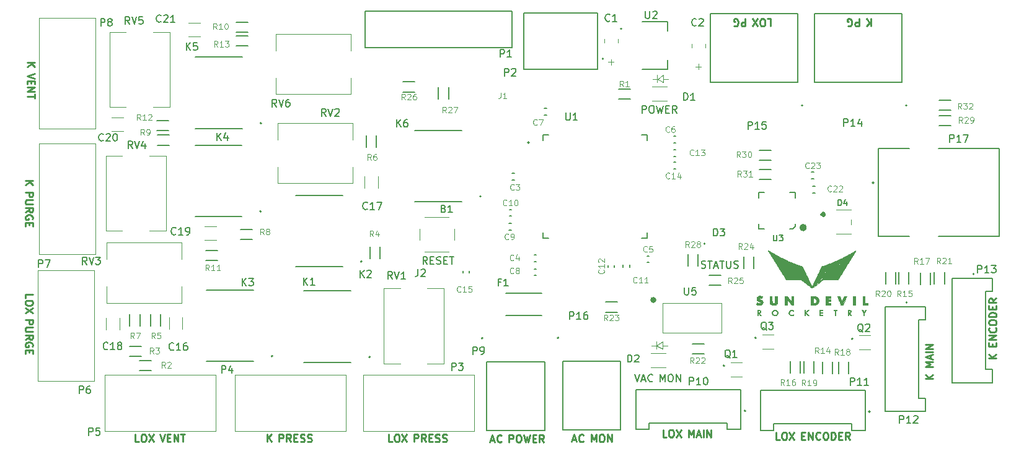
<source format=gbr>
%TF.GenerationSoftware,KiCad,Pcbnew,(7.0.0)*%
%TF.CreationDate,2023-03-10T09:33:02-07:00*%
%TF.ProjectId,L0005-Valve-Controller,4c303030-352d-4566-916c-76652d436f6e,1.0*%
%TF.SameCoordinates,Original*%
%TF.FileFunction,Legend,Top*%
%TF.FilePolarity,Positive*%
%FSLAX46Y46*%
G04 Gerber Fmt 4.6, Leading zero omitted, Abs format (unit mm)*
G04 Created by KiCad (PCBNEW (7.0.0)) date 2023-03-10 09:33:02*
%MOMM*%
%LPD*%
G01*
G04 APERTURE LIST*
%ADD10C,0.150000*%
%ADD11C,0.254000*%
%ADD12C,0.203200*%
%ADD13C,0.076200*%
%ADD14C,0.177800*%
%ADD15C,0.127000*%
%ADD16C,0.200000*%
%ADD17C,0.120000*%
%ADD18C,0.381000*%
%ADD19C,0.508000*%
%ADD20C,0.400000*%
%ADD21C,0.010000*%
G04 APERTURE END LIST*
D10*
X140786248Y-117528180D02*
X141119581Y-118528180D01*
X141119581Y-118528180D02*
X141452914Y-117528180D01*
X141738629Y-118242466D02*
X142214819Y-118242466D01*
X141643391Y-118528180D02*
X141976724Y-117528180D01*
X141976724Y-117528180D02*
X142310057Y-118528180D01*
X143214819Y-118432942D02*
X143167200Y-118480561D01*
X143167200Y-118480561D02*
X143024343Y-118528180D01*
X143024343Y-118528180D02*
X142929105Y-118528180D01*
X142929105Y-118528180D02*
X142786248Y-118480561D01*
X142786248Y-118480561D02*
X142691010Y-118385323D01*
X142691010Y-118385323D02*
X142643391Y-118290085D01*
X142643391Y-118290085D02*
X142595772Y-118099609D01*
X142595772Y-118099609D02*
X142595772Y-117956752D01*
X142595772Y-117956752D02*
X142643391Y-117766276D01*
X142643391Y-117766276D02*
X142691010Y-117671038D01*
X142691010Y-117671038D02*
X142786248Y-117575800D01*
X142786248Y-117575800D02*
X142929105Y-117528180D01*
X142929105Y-117528180D02*
X143024343Y-117528180D01*
X143024343Y-117528180D02*
X143167200Y-117575800D01*
X143167200Y-117575800D02*
X143214819Y-117623419D01*
X144243391Y-118528180D02*
X144243391Y-117528180D01*
X144243391Y-117528180D02*
X144576724Y-118242466D01*
X144576724Y-118242466D02*
X144910057Y-117528180D01*
X144910057Y-117528180D02*
X144910057Y-118528180D01*
X145576724Y-117528180D02*
X145767200Y-117528180D01*
X145767200Y-117528180D02*
X145862438Y-117575800D01*
X145862438Y-117575800D02*
X145957676Y-117671038D01*
X145957676Y-117671038D02*
X146005295Y-117861514D01*
X146005295Y-117861514D02*
X146005295Y-118194847D01*
X146005295Y-118194847D02*
X145957676Y-118385323D01*
X145957676Y-118385323D02*
X145862438Y-118480561D01*
X145862438Y-118480561D02*
X145767200Y-118528180D01*
X145767200Y-118528180D02*
X145576724Y-118528180D01*
X145576724Y-118528180D02*
X145481486Y-118480561D01*
X145481486Y-118480561D02*
X145386248Y-118385323D01*
X145386248Y-118385323D02*
X145338629Y-118194847D01*
X145338629Y-118194847D02*
X145338629Y-117861514D01*
X145338629Y-117861514D02*
X145386248Y-117671038D01*
X145386248Y-117671038D02*
X145481486Y-117575800D01*
X145481486Y-117575800D02*
X145576724Y-117528180D01*
X146433867Y-118528180D02*
X146433867Y-117528180D01*
X146433867Y-117528180D02*
X147005295Y-118528180D01*
X147005295Y-118528180D02*
X147005295Y-117528180D01*
D11*
X57792740Y-74830819D02*
X58808740Y-74830819D01*
X57792740Y-75411391D02*
X58373312Y-74975962D01*
X58808740Y-75411391D02*
X58228169Y-74830819D01*
X58808740Y-76311276D02*
X57792740Y-76649943D01*
X57792740Y-76649943D02*
X58808740Y-76988610D01*
X58324931Y-77327276D02*
X58324931Y-77665943D01*
X57792740Y-77811086D02*
X57792740Y-77327276D01*
X57792740Y-77327276D02*
X58808740Y-77327276D01*
X58808740Y-77327276D02*
X58808740Y-77811086D01*
X57792740Y-78246514D02*
X58808740Y-78246514D01*
X58808740Y-78246514D02*
X57792740Y-78827086D01*
X57792740Y-78827086D02*
X58808740Y-78827086D01*
X58808740Y-79165752D02*
X58808740Y-79746324D01*
X57792740Y-79456038D02*
X58808740Y-79456038D01*
D12*
X149884190Y-102940878D02*
X150029333Y-102989259D01*
X150029333Y-102989259D02*
X150271238Y-102989259D01*
X150271238Y-102989259D02*
X150368000Y-102940878D01*
X150368000Y-102940878D02*
X150416381Y-102892497D01*
X150416381Y-102892497D02*
X150464762Y-102795735D01*
X150464762Y-102795735D02*
X150464762Y-102698973D01*
X150464762Y-102698973D02*
X150416381Y-102602211D01*
X150416381Y-102602211D02*
X150368000Y-102553830D01*
X150368000Y-102553830D02*
X150271238Y-102505449D01*
X150271238Y-102505449D02*
X150077714Y-102457068D01*
X150077714Y-102457068D02*
X149980952Y-102408687D01*
X149980952Y-102408687D02*
X149932571Y-102360306D01*
X149932571Y-102360306D02*
X149884190Y-102263544D01*
X149884190Y-102263544D02*
X149884190Y-102166782D01*
X149884190Y-102166782D02*
X149932571Y-102070020D01*
X149932571Y-102070020D02*
X149980952Y-102021640D01*
X149980952Y-102021640D02*
X150077714Y-101973259D01*
X150077714Y-101973259D02*
X150319619Y-101973259D01*
X150319619Y-101973259D02*
X150464762Y-102021640D01*
X150755047Y-101973259D02*
X151335619Y-101973259D01*
X151045333Y-102989259D02*
X151045333Y-101973259D01*
X151625904Y-102698973D02*
X152109714Y-102698973D01*
X151529142Y-102989259D02*
X151867809Y-101973259D01*
X151867809Y-101973259D02*
X152206476Y-102989259D01*
X152399999Y-101973259D02*
X152980571Y-101973259D01*
X152690285Y-102989259D02*
X152690285Y-101973259D01*
X153319237Y-101973259D02*
X153319237Y-102795735D01*
X153319237Y-102795735D02*
X153367618Y-102892497D01*
X153367618Y-102892497D02*
X153415999Y-102940878D01*
X153415999Y-102940878D02*
X153512761Y-102989259D01*
X153512761Y-102989259D02*
X153706285Y-102989259D01*
X153706285Y-102989259D02*
X153803047Y-102940878D01*
X153803047Y-102940878D02*
X153851428Y-102892497D01*
X153851428Y-102892497D02*
X153899809Y-102795735D01*
X153899809Y-102795735D02*
X153899809Y-101973259D01*
X154335237Y-102940878D02*
X154480380Y-102989259D01*
X154480380Y-102989259D02*
X154722285Y-102989259D01*
X154722285Y-102989259D02*
X154819047Y-102940878D01*
X154819047Y-102940878D02*
X154867428Y-102892497D01*
X154867428Y-102892497D02*
X154915809Y-102795735D01*
X154915809Y-102795735D02*
X154915809Y-102698973D01*
X154915809Y-102698973D02*
X154867428Y-102602211D01*
X154867428Y-102602211D02*
X154819047Y-102553830D01*
X154819047Y-102553830D02*
X154722285Y-102505449D01*
X154722285Y-102505449D02*
X154528761Y-102457068D01*
X154528761Y-102457068D02*
X154431999Y-102408687D01*
X154431999Y-102408687D02*
X154383618Y-102360306D01*
X154383618Y-102360306D02*
X154335237Y-102263544D01*
X154335237Y-102263544D02*
X154335237Y-102166782D01*
X154335237Y-102166782D02*
X154383618Y-102070020D01*
X154383618Y-102070020D02*
X154431999Y-102021640D01*
X154431999Y-102021640D02*
X154528761Y-101973259D01*
X154528761Y-101973259D02*
X154770666Y-101973259D01*
X154770666Y-101973259D02*
X154915809Y-102021640D01*
D11*
X160586057Y-126458859D02*
X160102247Y-126458859D01*
X160102247Y-126458859D02*
X160102247Y-125442859D01*
X161118247Y-125442859D02*
X161311771Y-125442859D01*
X161311771Y-125442859D02*
X161408533Y-125491240D01*
X161408533Y-125491240D02*
X161505295Y-125588001D01*
X161505295Y-125588001D02*
X161553676Y-125781525D01*
X161553676Y-125781525D02*
X161553676Y-126120192D01*
X161553676Y-126120192D02*
X161505295Y-126313716D01*
X161505295Y-126313716D02*
X161408533Y-126410478D01*
X161408533Y-126410478D02*
X161311771Y-126458859D01*
X161311771Y-126458859D02*
X161118247Y-126458859D01*
X161118247Y-126458859D02*
X161021485Y-126410478D01*
X161021485Y-126410478D02*
X160924723Y-126313716D01*
X160924723Y-126313716D02*
X160876342Y-126120192D01*
X160876342Y-126120192D02*
X160876342Y-125781525D01*
X160876342Y-125781525D02*
X160924723Y-125588001D01*
X160924723Y-125588001D02*
X161021485Y-125491240D01*
X161021485Y-125491240D02*
X161118247Y-125442859D01*
X161892342Y-125442859D02*
X162569676Y-126458859D01*
X162569676Y-125442859D02*
X161892342Y-126458859D01*
X163566323Y-125926668D02*
X163904990Y-125926668D01*
X164050133Y-126458859D02*
X163566323Y-126458859D01*
X163566323Y-126458859D02*
X163566323Y-125442859D01*
X163566323Y-125442859D02*
X164050133Y-125442859D01*
X164485561Y-126458859D02*
X164485561Y-125442859D01*
X164485561Y-125442859D02*
X165066133Y-126458859D01*
X165066133Y-126458859D02*
X165066133Y-125442859D01*
X166130514Y-126362097D02*
X166082133Y-126410478D01*
X166082133Y-126410478D02*
X165936990Y-126458859D01*
X165936990Y-126458859D02*
X165840228Y-126458859D01*
X165840228Y-126458859D02*
X165695085Y-126410478D01*
X165695085Y-126410478D02*
X165598323Y-126313716D01*
X165598323Y-126313716D02*
X165549942Y-126216954D01*
X165549942Y-126216954D02*
X165501561Y-126023430D01*
X165501561Y-126023430D02*
X165501561Y-125878287D01*
X165501561Y-125878287D02*
X165549942Y-125684763D01*
X165549942Y-125684763D02*
X165598323Y-125588001D01*
X165598323Y-125588001D02*
X165695085Y-125491240D01*
X165695085Y-125491240D02*
X165840228Y-125442859D01*
X165840228Y-125442859D02*
X165936990Y-125442859D01*
X165936990Y-125442859D02*
X166082133Y-125491240D01*
X166082133Y-125491240D02*
X166130514Y-125539620D01*
X166759466Y-125442859D02*
X166952990Y-125442859D01*
X166952990Y-125442859D02*
X167049752Y-125491240D01*
X167049752Y-125491240D02*
X167146514Y-125588001D01*
X167146514Y-125588001D02*
X167194895Y-125781525D01*
X167194895Y-125781525D02*
X167194895Y-126120192D01*
X167194895Y-126120192D02*
X167146514Y-126313716D01*
X167146514Y-126313716D02*
X167049752Y-126410478D01*
X167049752Y-126410478D02*
X166952990Y-126458859D01*
X166952990Y-126458859D02*
X166759466Y-126458859D01*
X166759466Y-126458859D02*
X166662704Y-126410478D01*
X166662704Y-126410478D02*
X166565942Y-126313716D01*
X166565942Y-126313716D02*
X166517561Y-126120192D01*
X166517561Y-126120192D02*
X166517561Y-125781525D01*
X166517561Y-125781525D02*
X166565942Y-125588001D01*
X166565942Y-125588001D02*
X166662704Y-125491240D01*
X166662704Y-125491240D02*
X166759466Y-125442859D01*
X167630323Y-126458859D02*
X167630323Y-125442859D01*
X167630323Y-125442859D02*
X167872228Y-125442859D01*
X167872228Y-125442859D02*
X168017371Y-125491240D01*
X168017371Y-125491240D02*
X168114133Y-125588001D01*
X168114133Y-125588001D02*
X168162514Y-125684763D01*
X168162514Y-125684763D02*
X168210895Y-125878287D01*
X168210895Y-125878287D02*
X168210895Y-126023430D01*
X168210895Y-126023430D02*
X168162514Y-126216954D01*
X168162514Y-126216954D02*
X168114133Y-126313716D01*
X168114133Y-126313716D02*
X168017371Y-126410478D01*
X168017371Y-126410478D02*
X167872228Y-126458859D01*
X167872228Y-126458859D02*
X167630323Y-126458859D01*
X168646323Y-125926668D02*
X168984990Y-125926668D01*
X169130133Y-126458859D02*
X168646323Y-126458859D01*
X168646323Y-126458859D02*
X168646323Y-125442859D01*
X168646323Y-125442859D02*
X169130133Y-125442859D01*
X170146133Y-126458859D02*
X169807466Y-125975049D01*
X169565561Y-126458859D02*
X169565561Y-125442859D01*
X169565561Y-125442859D02*
X169952609Y-125442859D01*
X169952609Y-125442859D02*
X170049371Y-125491240D01*
X170049371Y-125491240D02*
X170097752Y-125539620D01*
X170097752Y-125539620D02*
X170146133Y-125636382D01*
X170146133Y-125636382D02*
X170146133Y-125781525D01*
X170146133Y-125781525D02*
X170097752Y-125878287D01*
X170097752Y-125878287D02*
X170049371Y-125926668D01*
X170049371Y-125926668D02*
X169952609Y-125975049D01*
X169952609Y-125975049D02*
X169565561Y-125975049D01*
X173036895Y-68841740D02*
X173036895Y-69857740D01*
X172456323Y-68841740D02*
X172891752Y-69422312D01*
X172456323Y-69857740D02*
X173036895Y-69277169D01*
X171411295Y-68841740D02*
X171411295Y-69857740D01*
X171411295Y-69857740D02*
X171024247Y-69857740D01*
X171024247Y-69857740D02*
X170927485Y-69809360D01*
X170927485Y-69809360D02*
X170879104Y-69760979D01*
X170879104Y-69760979D02*
X170830723Y-69664217D01*
X170830723Y-69664217D02*
X170830723Y-69519074D01*
X170830723Y-69519074D02*
X170879104Y-69422312D01*
X170879104Y-69422312D02*
X170927485Y-69373931D01*
X170927485Y-69373931D02*
X171024247Y-69325550D01*
X171024247Y-69325550D02*
X171411295Y-69325550D01*
X169863104Y-69809360D02*
X169959866Y-69857740D01*
X169959866Y-69857740D02*
X170105009Y-69857740D01*
X170105009Y-69857740D02*
X170250152Y-69809360D01*
X170250152Y-69809360D02*
X170346914Y-69712598D01*
X170346914Y-69712598D02*
X170395295Y-69615836D01*
X170395295Y-69615836D02*
X170443676Y-69422312D01*
X170443676Y-69422312D02*
X170443676Y-69277169D01*
X170443676Y-69277169D02*
X170395295Y-69083645D01*
X170395295Y-69083645D02*
X170346914Y-68986883D01*
X170346914Y-68986883D02*
X170250152Y-68890121D01*
X170250152Y-68890121D02*
X170105009Y-68841740D01*
X170105009Y-68841740D02*
X170008247Y-68841740D01*
X170008247Y-68841740D02*
X169863104Y-68890121D01*
X169863104Y-68890121D02*
X169814723Y-68938502D01*
X169814723Y-68938502D02*
X169814723Y-69277169D01*
X169814723Y-69277169D02*
X170008247Y-69277169D01*
X181475259Y-118134190D02*
X180459259Y-118134190D01*
X181475259Y-117553618D02*
X180894687Y-117989047D01*
X180459259Y-117553618D02*
X181039830Y-118134190D01*
X181475259Y-116508590D02*
X180459259Y-116508590D01*
X180459259Y-116508590D02*
X181184973Y-116169923D01*
X181184973Y-116169923D02*
X180459259Y-115831256D01*
X180459259Y-115831256D02*
X181475259Y-115831256D01*
X181184973Y-115395828D02*
X181184973Y-114912018D01*
X181475259Y-115492590D02*
X180459259Y-115153923D01*
X180459259Y-115153923D02*
X181475259Y-114815256D01*
X181475259Y-114476590D02*
X180459259Y-114476590D01*
X181475259Y-113992780D02*
X180459259Y-113992780D01*
X180459259Y-113992780D02*
X181475259Y-113412208D01*
X181475259Y-113412208D02*
X180459259Y-113412208D01*
X57538740Y-107094867D02*
X57538740Y-106611057D01*
X57538740Y-106611057D02*
X58554740Y-106611057D01*
X58554740Y-107627057D02*
X58554740Y-107820581D01*
X58554740Y-107820581D02*
X58506360Y-107917343D01*
X58506360Y-107917343D02*
X58409598Y-108014105D01*
X58409598Y-108014105D02*
X58216074Y-108062486D01*
X58216074Y-108062486D02*
X57877407Y-108062486D01*
X57877407Y-108062486D02*
X57683883Y-108014105D01*
X57683883Y-108014105D02*
X57587121Y-107917343D01*
X57587121Y-107917343D02*
X57538740Y-107820581D01*
X57538740Y-107820581D02*
X57538740Y-107627057D01*
X57538740Y-107627057D02*
X57587121Y-107530295D01*
X57587121Y-107530295D02*
X57683883Y-107433533D01*
X57683883Y-107433533D02*
X57877407Y-107385152D01*
X57877407Y-107385152D02*
X58216074Y-107385152D01*
X58216074Y-107385152D02*
X58409598Y-107433533D01*
X58409598Y-107433533D02*
X58506360Y-107530295D01*
X58506360Y-107530295D02*
X58554740Y-107627057D01*
X58554740Y-108401152D02*
X57538740Y-109078486D01*
X58554740Y-109078486D02*
X57538740Y-108401152D01*
X57538740Y-110075133D02*
X58554740Y-110075133D01*
X58554740Y-110075133D02*
X58554740Y-110462181D01*
X58554740Y-110462181D02*
X58506360Y-110558943D01*
X58506360Y-110558943D02*
X58457979Y-110607324D01*
X58457979Y-110607324D02*
X58361217Y-110655705D01*
X58361217Y-110655705D02*
X58216074Y-110655705D01*
X58216074Y-110655705D02*
X58119312Y-110607324D01*
X58119312Y-110607324D02*
X58070931Y-110558943D01*
X58070931Y-110558943D02*
X58022550Y-110462181D01*
X58022550Y-110462181D02*
X58022550Y-110075133D01*
X58554740Y-111091133D02*
X57732264Y-111091133D01*
X57732264Y-111091133D02*
X57635502Y-111139514D01*
X57635502Y-111139514D02*
X57587121Y-111187895D01*
X57587121Y-111187895D02*
X57538740Y-111284657D01*
X57538740Y-111284657D02*
X57538740Y-111478181D01*
X57538740Y-111478181D02*
X57587121Y-111574943D01*
X57587121Y-111574943D02*
X57635502Y-111623324D01*
X57635502Y-111623324D02*
X57732264Y-111671705D01*
X57732264Y-111671705D02*
X58554740Y-111671705D01*
X57538740Y-112736086D02*
X58022550Y-112397419D01*
X57538740Y-112155514D02*
X58554740Y-112155514D01*
X58554740Y-112155514D02*
X58554740Y-112542562D01*
X58554740Y-112542562D02*
X58506360Y-112639324D01*
X58506360Y-112639324D02*
X58457979Y-112687705D01*
X58457979Y-112687705D02*
X58361217Y-112736086D01*
X58361217Y-112736086D02*
X58216074Y-112736086D01*
X58216074Y-112736086D02*
X58119312Y-112687705D01*
X58119312Y-112687705D02*
X58070931Y-112639324D01*
X58070931Y-112639324D02*
X58022550Y-112542562D01*
X58022550Y-112542562D02*
X58022550Y-112155514D01*
X58506360Y-113703705D02*
X58554740Y-113606943D01*
X58554740Y-113606943D02*
X58554740Y-113461800D01*
X58554740Y-113461800D02*
X58506360Y-113316657D01*
X58506360Y-113316657D02*
X58409598Y-113219895D01*
X58409598Y-113219895D02*
X58312836Y-113171514D01*
X58312836Y-113171514D02*
X58119312Y-113123133D01*
X58119312Y-113123133D02*
X57974169Y-113123133D01*
X57974169Y-113123133D02*
X57780645Y-113171514D01*
X57780645Y-113171514D02*
X57683883Y-113219895D01*
X57683883Y-113219895D02*
X57587121Y-113316657D01*
X57587121Y-113316657D02*
X57538740Y-113461800D01*
X57538740Y-113461800D02*
X57538740Y-113558562D01*
X57538740Y-113558562D02*
X57587121Y-113703705D01*
X57587121Y-113703705D02*
X57635502Y-113752086D01*
X57635502Y-113752086D02*
X57974169Y-113752086D01*
X57974169Y-113752086D02*
X57974169Y-113558562D01*
X58070931Y-114187514D02*
X58070931Y-114526181D01*
X57538740Y-114671324D02*
X57538740Y-114187514D01*
X57538740Y-114187514D02*
X58554740Y-114187514D01*
X58554740Y-114187514D02*
X58554740Y-114671324D01*
X190158859Y-115332014D02*
X189142859Y-115332014D01*
X190158859Y-114751442D02*
X189578287Y-115186871D01*
X189142859Y-114751442D02*
X189723430Y-115332014D01*
X189626668Y-113706414D02*
X189626668Y-113367747D01*
X190158859Y-113222604D02*
X190158859Y-113706414D01*
X190158859Y-113706414D02*
X189142859Y-113706414D01*
X189142859Y-113706414D02*
X189142859Y-113222604D01*
X190158859Y-112787176D02*
X189142859Y-112787176D01*
X189142859Y-112787176D02*
X190158859Y-112206604D01*
X190158859Y-112206604D02*
X189142859Y-112206604D01*
X190062097Y-111142223D02*
X190110478Y-111190604D01*
X190110478Y-111190604D02*
X190158859Y-111335747D01*
X190158859Y-111335747D02*
X190158859Y-111432509D01*
X190158859Y-111432509D02*
X190110478Y-111577652D01*
X190110478Y-111577652D02*
X190013716Y-111674414D01*
X190013716Y-111674414D02*
X189916954Y-111722795D01*
X189916954Y-111722795D02*
X189723430Y-111771176D01*
X189723430Y-111771176D02*
X189578287Y-111771176D01*
X189578287Y-111771176D02*
X189384763Y-111722795D01*
X189384763Y-111722795D02*
X189288001Y-111674414D01*
X189288001Y-111674414D02*
X189191240Y-111577652D01*
X189191240Y-111577652D02*
X189142859Y-111432509D01*
X189142859Y-111432509D02*
X189142859Y-111335747D01*
X189142859Y-111335747D02*
X189191240Y-111190604D01*
X189191240Y-111190604D02*
X189239620Y-111142223D01*
X189142859Y-110513271D02*
X189142859Y-110319747D01*
X189142859Y-110319747D02*
X189191240Y-110222985D01*
X189191240Y-110222985D02*
X189288001Y-110126223D01*
X189288001Y-110126223D02*
X189481525Y-110077842D01*
X189481525Y-110077842D02*
X189820192Y-110077842D01*
X189820192Y-110077842D02*
X190013716Y-110126223D01*
X190013716Y-110126223D02*
X190110478Y-110222985D01*
X190110478Y-110222985D02*
X190158859Y-110319747D01*
X190158859Y-110319747D02*
X190158859Y-110513271D01*
X190158859Y-110513271D02*
X190110478Y-110610033D01*
X190110478Y-110610033D02*
X190013716Y-110706795D01*
X190013716Y-110706795D02*
X189820192Y-110755176D01*
X189820192Y-110755176D02*
X189481525Y-110755176D01*
X189481525Y-110755176D02*
X189288001Y-110706795D01*
X189288001Y-110706795D02*
X189191240Y-110610033D01*
X189191240Y-110610033D02*
X189142859Y-110513271D01*
X190158859Y-109642414D02*
X189142859Y-109642414D01*
X189142859Y-109642414D02*
X189142859Y-109400509D01*
X189142859Y-109400509D02*
X189191240Y-109255366D01*
X189191240Y-109255366D02*
X189288001Y-109158604D01*
X189288001Y-109158604D02*
X189384763Y-109110223D01*
X189384763Y-109110223D02*
X189578287Y-109061842D01*
X189578287Y-109061842D02*
X189723430Y-109061842D01*
X189723430Y-109061842D02*
X189916954Y-109110223D01*
X189916954Y-109110223D02*
X190013716Y-109158604D01*
X190013716Y-109158604D02*
X190110478Y-109255366D01*
X190110478Y-109255366D02*
X190158859Y-109400509D01*
X190158859Y-109400509D02*
X190158859Y-109642414D01*
X189626668Y-108626414D02*
X189626668Y-108287747D01*
X190158859Y-108142604D02*
X190158859Y-108626414D01*
X190158859Y-108626414D02*
X189142859Y-108626414D01*
X189142859Y-108626414D02*
X189142859Y-108142604D01*
X190158859Y-107126604D02*
X189675049Y-107465271D01*
X190158859Y-107707176D02*
X189142859Y-107707176D01*
X189142859Y-107707176D02*
X189142859Y-107320128D01*
X189142859Y-107320128D02*
X189191240Y-107223366D01*
X189191240Y-107223366D02*
X189239620Y-107174985D01*
X189239620Y-107174985D02*
X189336382Y-107126604D01*
X189336382Y-107126604D02*
X189481525Y-107126604D01*
X189481525Y-107126604D02*
X189578287Y-107174985D01*
X189578287Y-107174985D02*
X189626668Y-107223366D01*
X189626668Y-107223366D02*
X189675049Y-107320128D01*
X189675049Y-107320128D02*
X189675049Y-107707176D01*
X121070914Y-126524173D02*
X121554724Y-126524173D01*
X120974152Y-126814459D02*
X121312819Y-125798459D01*
X121312819Y-125798459D02*
X121651486Y-126814459D01*
X122570724Y-126717697D02*
X122522343Y-126766078D01*
X122522343Y-126766078D02*
X122377200Y-126814459D01*
X122377200Y-126814459D02*
X122280438Y-126814459D01*
X122280438Y-126814459D02*
X122135295Y-126766078D01*
X122135295Y-126766078D02*
X122038533Y-126669316D01*
X122038533Y-126669316D02*
X121990152Y-126572554D01*
X121990152Y-126572554D02*
X121941771Y-126379030D01*
X121941771Y-126379030D02*
X121941771Y-126233887D01*
X121941771Y-126233887D02*
X121990152Y-126040363D01*
X121990152Y-126040363D02*
X122038533Y-125943601D01*
X122038533Y-125943601D02*
X122135295Y-125846840D01*
X122135295Y-125846840D02*
X122280438Y-125798459D01*
X122280438Y-125798459D02*
X122377200Y-125798459D01*
X122377200Y-125798459D02*
X122522343Y-125846840D01*
X122522343Y-125846840D02*
X122570724Y-125895220D01*
X123615752Y-126814459D02*
X123615752Y-125798459D01*
X123615752Y-125798459D02*
X124002800Y-125798459D01*
X124002800Y-125798459D02*
X124099562Y-125846840D01*
X124099562Y-125846840D02*
X124147943Y-125895220D01*
X124147943Y-125895220D02*
X124196324Y-125991982D01*
X124196324Y-125991982D02*
X124196324Y-126137125D01*
X124196324Y-126137125D02*
X124147943Y-126233887D01*
X124147943Y-126233887D02*
X124099562Y-126282268D01*
X124099562Y-126282268D02*
X124002800Y-126330649D01*
X124002800Y-126330649D02*
X123615752Y-126330649D01*
X124825276Y-125798459D02*
X125018800Y-125798459D01*
X125018800Y-125798459D02*
X125115562Y-125846840D01*
X125115562Y-125846840D02*
X125212324Y-125943601D01*
X125212324Y-125943601D02*
X125260705Y-126137125D01*
X125260705Y-126137125D02*
X125260705Y-126475792D01*
X125260705Y-126475792D02*
X125212324Y-126669316D01*
X125212324Y-126669316D02*
X125115562Y-126766078D01*
X125115562Y-126766078D02*
X125018800Y-126814459D01*
X125018800Y-126814459D02*
X124825276Y-126814459D01*
X124825276Y-126814459D02*
X124728514Y-126766078D01*
X124728514Y-126766078D02*
X124631752Y-126669316D01*
X124631752Y-126669316D02*
X124583371Y-126475792D01*
X124583371Y-126475792D02*
X124583371Y-126137125D01*
X124583371Y-126137125D02*
X124631752Y-125943601D01*
X124631752Y-125943601D02*
X124728514Y-125846840D01*
X124728514Y-125846840D02*
X124825276Y-125798459D01*
X125599371Y-125798459D02*
X125841276Y-126814459D01*
X125841276Y-126814459D02*
X126034800Y-126088744D01*
X126034800Y-126088744D02*
X126228324Y-126814459D01*
X126228324Y-126814459D02*
X126470229Y-125798459D01*
X126857276Y-126282268D02*
X127195943Y-126282268D01*
X127341086Y-126814459D02*
X126857276Y-126814459D01*
X126857276Y-126814459D02*
X126857276Y-125798459D01*
X126857276Y-125798459D02*
X127341086Y-125798459D01*
X128357086Y-126814459D02*
X128018419Y-126330649D01*
X127776514Y-126814459D02*
X127776514Y-125798459D01*
X127776514Y-125798459D02*
X128163562Y-125798459D01*
X128163562Y-125798459D02*
X128260324Y-125846840D01*
X128260324Y-125846840D02*
X128308705Y-125895220D01*
X128308705Y-125895220D02*
X128357086Y-125991982D01*
X128357086Y-125991982D02*
X128357086Y-126137125D01*
X128357086Y-126137125D02*
X128308705Y-126233887D01*
X128308705Y-126233887D02*
X128260324Y-126282268D01*
X128260324Y-126282268D02*
X128163562Y-126330649D01*
X128163562Y-126330649D02*
X127776514Y-126330649D01*
X73061891Y-126738259D02*
X72578081Y-126738259D01*
X72578081Y-126738259D02*
X72578081Y-125722259D01*
X73594081Y-125722259D02*
X73787605Y-125722259D01*
X73787605Y-125722259D02*
X73884367Y-125770640D01*
X73884367Y-125770640D02*
X73981129Y-125867401D01*
X73981129Y-125867401D02*
X74029510Y-126060925D01*
X74029510Y-126060925D02*
X74029510Y-126399592D01*
X74029510Y-126399592D02*
X73981129Y-126593116D01*
X73981129Y-126593116D02*
X73884367Y-126689878D01*
X73884367Y-126689878D02*
X73787605Y-126738259D01*
X73787605Y-126738259D02*
X73594081Y-126738259D01*
X73594081Y-126738259D02*
X73497319Y-126689878D01*
X73497319Y-126689878D02*
X73400557Y-126593116D01*
X73400557Y-126593116D02*
X73352176Y-126399592D01*
X73352176Y-126399592D02*
X73352176Y-126060925D01*
X73352176Y-126060925D02*
X73400557Y-125867401D01*
X73400557Y-125867401D02*
X73497319Y-125770640D01*
X73497319Y-125770640D02*
X73594081Y-125722259D01*
X74368176Y-125722259D02*
X75045510Y-126738259D01*
X75045510Y-125722259D02*
X74368176Y-126738259D01*
X75897014Y-125722259D02*
X76235681Y-126738259D01*
X76235681Y-126738259D02*
X76574348Y-125722259D01*
X76913014Y-126206068D02*
X77251681Y-126206068D01*
X77396824Y-126738259D02*
X76913014Y-126738259D01*
X76913014Y-126738259D02*
X76913014Y-125722259D01*
X76913014Y-125722259D02*
X77396824Y-125722259D01*
X77832252Y-126738259D02*
X77832252Y-125722259D01*
X77832252Y-125722259D02*
X78412824Y-126738259D01*
X78412824Y-126738259D02*
X78412824Y-125722259D01*
X78751490Y-125722259D02*
X79332062Y-125722259D01*
X79041776Y-126738259D02*
X79041776Y-125722259D01*
X90584866Y-126738259D02*
X90584866Y-125722259D01*
X91165438Y-126738259D02*
X90730009Y-126157687D01*
X91165438Y-125722259D02*
X90584866Y-126302830D01*
X92210466Y-126738259D02*
X92210466Y-125722259D01*
X92210466Y-125722259D02*
X92597514Y-125722259D01*
X92597514Y-125722259D02*
X92694276Y-125770640D01*
X92694276Y-125770640D02*
X92742657Y-125819020D01*
X92742657Y-125819020D02*
X92791038Y-125915782D01*
X92791038Y-125915782D02*
X92791038Y-126060925D01*
X92791038Y-126060925D02*
X92742657Y-126157687D01*
X92742657Y-126157687D02*
X92694276Y-126206068D01*
X92694276Y-126206068D02*
X92597514Y-126254449D01*
X92597514Y-126254449D02*
X92210466Y-126254449D01*
X93807038Y-126738259D02*
X93468371Y-126254449D01*
X93226466Y-126738259D02*
X93226466Y-125722259D01*
X93226466Y-125722259D02*
X93613514Y-125722259D01*
X93613514Y-125722259D02*
X93710276Y-125770640D01*
X93710276Y-125770640D02*
X93758657Y-125819020D01*
X93758657Y-125819020D02*
X93807038Y-125915782D01*
X93807038Y-125915782D02*
X93807038Y-126060925D01*
X93807038Y-126060925D02*
X93758657Y-126157687D01*
X93758657Y-126157687D02*
X93710276Y-126206068D01*
X93710276Y-126206068D02*
X93613514Y-126254449D01*
X93613514Y-126254449D02*
X93226466Y-126254449D01*
X94242466Y-126206068D02*
X94581133Y-126206068D01*
X94726276Y-126738259D02*
X94242466Y-126738259D01*
X94242466Y-126738259D02*
X94242466Y-125722259D01*
X94242466Y-125722259D02*
X94726276Y-125722259D01*
X95113323Y-126689878D02*
X95258466Y-126738259D01*
X95258466Y-126738259D02*
X95500371Y-126738259D01*
X95500371Y-126738259D02*
X95597133Y-126689878D01*
X95597133Y-126689878D02*
X95645514Y-126641497D01*
X95645514Y-126641497D02*
X95693895Y-126544735D01*
X95693895Y-126544735D02*
X95693895Y-126447973D01*
X95693895Y-126447973D02*
X95645514Y-126351211D01*
X95645514Y-126351211D02*
X95597133Y-126302830D01*
X95597133Y-126302830D02*
X95500371Y-126254449D01*
X95500371Y-126254449D02*
X95306847Y-126206068D01*
X95306847Y-126206068D02*
X95210085Y-126157687D01*
X95210085Y-126157687D02*
X95161704Y-126109306D01*
X95161704Y-126109306D02*
X95113323Y-126012544D01*
X95113323Y-126012544D02*
X95113323Y-125915782D01*
X95113323Y-125915782D02*
X95161704Y-125819020D01*
X95161704Y-125819020D02*
X95210085Y-125770640D01*
X95210085Y-125770640D02*
X95306847Y-125722259D01*
X95306847Y-125722259D02*
X95548752Y-125722259D01*
X95548752Y-125722259D02*
X95693895Y-125770640D01*
X96080942Y-126689878D02*
X96226085Y-126738259D01*
X96226085Y-126738259D02*
X96467990Y-126738259D01*
X96467990Y-126738259D02*
X96564752Y-126689878D01*
X96564752Y-126689878D02*
X96613133Y-126641497D01*
X96613133Y-126641497D02*
X96661514Y-126544735D01*
X96661514Y-126544735D02*
X96661514Y-126447973D01*
X96661514Y-126447973D02*
X96613133Y-126351211D01*
X96613133Y-126351211D02*
X96564752Y-126302830D01*
X96564752Y-126302830D02*
X96467990Y-126254449D01*
X96467990Y-126254449D02*
X96274466Y-126206068D01*
X96274466Y-126206068D02*
X96177704Y-126157687D01*
X96177704Y-126157687D02*
X96129323Y-126109306D01*
X96129323Y-126109306D02*
X96080942Y-126012544D01*
X96080942Y-126012544D02*
X96080942Y-125915782D01*
X96080942Y-125915782D02*
X96129323Y-125819020D01*
X96129323Y-125819020D02*
X96177704Y-125770640D01*
X96177704Y-125770640D02*
X96274466Y-125722259D01*
X96274466Y-125722259D02*
X96516371Y-125722259D01*
X96516371Y-125722259D02*
X96661514Y-125770640D01*
X107675438Y-126738259D02*
X107191628Y-126738259D01*
X107191628Y-126738259D02*
X107191628Y-125722259D01*
X108207628Y-125722259D02*
X108401152Y-125722259D01*
X108401152Y-125722259D02*
X108497914Y-125770640D01*
X108497914Y-125770640D02*
X108594676Y-125867401D01*
X108594676Y-125867401D02*
X108643057Y-126060925D01*
X108643057Y-126060925D02*
X108643057Y-126399592D01*
X108643057Y-126399592D02*
X108594676Y-126593116D01*
X108594676Y-126593116D02*
X108497914Y-126689878D01*
X108497914Y-126689878D02*
X108401152Y-126738259D01*
X108401152Y-126738259D02*
X108207628Y-126738259D01*
X108207628Y-126738259D02*
X108110866Y-126689878D01*
X108110866Y-126689878D02*
X108014104Y-126593116D01*
X108014104Y-126593116D02*
X107965723Y-126399592D01*
X107965723Y-126399592D02*
X107965723Y-126060925D01*
X107965723Y-126060925D02*
X108014104Y-125867401D01*
X108014104Y-125867401D02*
X108110866Y-125770640D01*
X108110866Y-125770640D02*
X108207628Y-125722259D01*
X108981723Y-125722259D02*
X109659057Y-126738259D01*
X109659057Y-125722259D02*
X108981723Y-126738259D01*
X110655704Y-126738259D02*
X110655704Y-125722259D01*
X110655704Y-125722259D02*
X111042752Y-125722259D01*
X111042752Y-125722259D02*
X111139514Y-125770640D01*
X111139514Y-125770640D02*
X111187895Y-125819020D01*
X111187895Y-125819020D02*
X111236276Y-125915782D01*
X111236276Y-125915782D02*
X111236276Y-126060925D01*
X111236276Y-126060925D02*
X111187895Y-126157687D01*
X111187895Y-126157687D02*
X111139514Y-126206068D01*
X111139514Y-126206068D02*
X111042752Y-126254449D01*
X111042752Y-126254449D02*
X110655704Y-126254449D01*
X112252276Y-126738259D02*
X111913609Y-126254449D01*
X111671704Y-126738259D02*
X111671704Y-125722259D01*
X111671704Y-125722259D02*
X112058752Y-125722259D01*
X112058752Y-125722259D02*
X112155514Y-125770640D01*
X112155514Y-125770640D02*
X112203895Y-125819020D01*
X112203895Y-125819020D02*
X112252276Y-125915782D01*
X112252276Y-125915782D02*
X112252276Y-126060925D01*
X112252276Y-126060925D02*
X112203895Y-126157687D01*
X112203895Y-126157687D02*
X112155514Y-126206068D01*
X112155514Y-126206068D02*
X112058752Y-126254449D01*
X112058752Y-126254449D02*
X111671704Y-126254449D01*
X112687704Y-126206068D02*
X113026371Y-126206068D01*
X113171514Y-126738259D02*
X112687704Y-126738259D01*
X112687704Y-126738259D02*
X112687704Y-125722259D01*
X112687704Y-125722259D02*
X113171514Y-125722259D01*
X113558561Y-126689878D02*
X113703704Y-126738259D01*
X113703704Y-126738259D02*
X113945609Y-126738259D01*
X113945609Y-126738259D02*
X114042371Y-126689878D01*
X114042371Y-126689878D02*
X114090752Y-126641497D01*
X114090752Y-126641497D02*
X114139133Y-126544735D01*
X114139133Y-126544735D02*
X114139133Y-126447973D01*
X114139133Y-126447973D02*
X114090752Y-126351211D01*
X114090752Y-126351211D02*
X114042371Y-126302830D01*
X114042371Y-126302830D02*
X113945609Y-126254449D01*
X113945609Y-126254449D02*
X113752085Y-126206068D01*
X113752085Y-126206068D02*
X113655323Y-126157687D01*
X113655323Y-126157687D02*
X113606942Y-126109306D01*
X113606942Y-126109306D02*
X113558561Y-126012544D01*
X113558561Y-126012544D02*
X113558561Y-125915782D01*
X113558561Y-125915782D02*
X113606942Y-125819020D01*
X113606942Y-125819020D02*
X113655323Y-125770640D01*
X113655323Y-125770640D02*
X113752085Y-125722259D01*
X113752085Y-125722259D02*
X113993990Y-125722259D01*
X113993990Y-125722259D02*
X114139133Y-125770640D01*
X114526180Y-126689878D02*
X114671323Y-126738259D01*
X114671323Y-126738259D02*
X114913228Y-126738259D01*
X114913228Y-126738259D02*
X115009990Y-126689878D01*
X115009990Y-126689878D02*
X115058371Y-126641497D01*
X115058371Y-126641497D02*
X115106752Y-126544735D01*
X115106752Y-126544735D02*
X115106752Y-126447973D01*
X115106752Y-126447973D02*
X115058371Y-126351211D01*
X115058371Y-126351211D02*
X115009990Y-126302830D01*
X115009990Y-126302830D02*
X114913228Y-126254449D01*
X114913228Y-126254449D02*
X114719704Y-126206068D01*
X114719704Y-126206068D02*
X114622942Y-126157687D01*
X114622942Y-126157687D02*
X114574561Y-126109306D01*
X114574561Y-126109306D02*
X114526180Y-126012544D01*
X114526180Y-126012544D02*
X114526180Y-125915782D01*
X114526180Y-125915782D02*
X114574561Y-125819020D01*
X114574561Y-125819020D02*
X114622942Y-125770640D01*
X114622942Y-125770640D02*
X114719704Y-125722259D01*
X114719704Y-125722259D02*
X114961609Y-125722259D01*
X114961609Y-125722259D02*
X115106752Y-125770640D01*
D10*
X112441218Y-102424580D02*
X112107885Y-101948390D01*
X111869790Y-102424580D02*
X111869790Y-101424580D01*
X111869790Y-101424580D02*
X112250742Y-101424580D01*
X112250742Y-101424580D02*
X112345980Y-101472200D01*
X112345980Y-101472200D02*
X112393599Y-101519819D01*
X112393599Y-101519819D02*
X112441218Y-101615057D01*
X112441218Y-101615057D02*
X112441218Y-101757914D01*
X112441218Y-101757914D02*
X112393599Y-101853152D01*
X112393599Y-101853152D02*
X112345980Y-101900771D01*
X112345980Y-101900771D02*
X112250742Y-101948390D01*
X112250742Y-101948390D02*
X111869790Y-101948390D01*
X112869790Y-101900771D02*
X113203123Y-101900771D01*
X113345980Y-102424580D02*
X112869790Y-102424580D01*
X112869790Y-102424580D02*
X112869790Y-101424580D01*
X112869790Y-101424580D02*
X113345980Y-101424580D01*
X113726933Y-102376961D02*
X113869790Y-102424580D01*
X113869790Y-102424580D02*
X114107885Y-102424580D01*
X114107885Y-102424580D02*
X114203123Y-102376961D01*
X114203123Y-102376961D02*
X114250742Y-102329342D01*
X114250742Y-102329342D02*
X114298361Y-102234104D01*
X114298361Y-102234104D02*
X114298361Y-102138866D01*
X114298361Y-102138866D02*
X114250742Y-102043628D01*
X114250742Y-102043628D02*
X114203123Y-101996009D01*
X114203123Y-101996009D02*
X114107885Y-101948390D01*
X114107885Y-101948390D02*
X113917409Y-101900771D01*
X113917409Y-101900771D02*
X113822171Y-101853152D01*
X113822171Y-101853152D02*
X113774552Y-101805533D01*
X113774552Y-101805533D02*
X113726933Y-101710295D01*
X113726933Y-101710295D02*
X113726933Y-101615057D01*
X113726933Y-101615057D02*
X113774552Y-101519819D01*
X113774552Y-101519819D02*
X113822171Y-101472200D01*
X113822171Y-101472200D02*
X113917409Y-101424580D01*
X113917409Y-101424580D02*
X114155504Y-101424580D01*
X114155504Y-101424580D02*
X114298361Y-101472200D01*
X114726933Y-101900771D02*
X115060266Y-101900771D01*
X115203123Y-102424580D02*
X114726933Y-102424580D01*
X114726933Y-102424580D02*
X114726933Y-101424580D01*
X114726933Y-101424580D02*
X115203123Y-101424580D01*
X115488838Y-101424580D02*
X116060266Y-101424580D01*
X115774552Y-102424580D02*
X115774552Y-101424580D01*
D12*
X141798523Y-81729459D02*
X141798523Y-80713459D01*
X141798523Y-80713459D02*
X142185571Y-80713459D01*
X142185571Y-80713459D02*
X142282333Y-80761840D01*
X142282333Y-80761840D02*
X142330714Y-80810220D01*
X142330714Y-80810220D02*
X142379095Y-80906982D01*
X142379095Y-80906982D02*
X142379095Y-81052125D01*
X142379095Y-81052125D02*
X142330714Y-81148887D01*
X142330714Y-81148887D02*
X142282333Y-81197268D01*
X142282333Y-81197268D02*
X142185571Y-81245649D01*
X142185571Y-81245649D02*
X141798523Y-81245649D01*
X143008047Y-80713459D02*
X143201571Y-80713459D01*
X143201571Y-80713459D02*
X143298333Y-80761840D01*
X143298333Y-80761840D02*
X143395095Y-80858601D01*
X143395095Y-80858601D02*
X143443476Y-81052125D01*
X143443476Y-81052125D02*
X143443476Y-81390792D01*
X143443476Y-81390792D02*
X143395095Y-81584316D01*
X143395095Y-81584316D02*
X143298333Y-81681078D01*
X143298333Y-81681078D02*
X143201571Y-81729459D01*
X143201571Y-81729459D02*
X143008047Y-81729459D01*
X143008047Y-81729459D02*
X142911285Y-81681078D01*
X142911285Y-81681078D02*
X142814523Y-81584316D01*
X142814523Y-81584316D02*
X142766142Y-81390792D01*
X142766142Y-81390792D02*
X142766142Y-81052125D01*
X142766142Y-81052125D02*
X142814523Y-80858601D01*
X142814523Y-80858601D02*
X142911285Y-80761840D01*
X142911285Y-80761840D02*
X143008047Y-80713459D01*
X143782142Y-80713459D02*
X144024047Y-81729459D01*
X144024047Y-81729459D02*
X144217571Y-81003744D01*
X144217571Y-81003744D02*
X144411095Y-81729459D01*
X144411095Y-81729459D02*
X144653000Y-80713459D01*
X145040047Y-81197268D02*
X145378714Y-81197268D01*
X145523857Y-81729459D02*
X145040047Y-81729459D01*
X145040047Y-81729459D02*
X145040047Y-80713459D01*
X145040047Y-80713459D02*
X145523857Y-80713459D01*
X146539857Y-81729459D02*
X146201190Y-81245649D01*
X145959285Y-81729459D02*
X145959285Y-80713459D01*
X145959285Y-80713459D02*
X146346333Y-80713459D01*
X146346333Y-80713459D02*
X146443095Y-80761840D01*
X146443095Y-80761840D02*
X146491476Y-80810220D01*
X146491476Y-80810220D02*
X146539857Y-80906982D01*
X146539857Y-80906982D02*
X146539857Y-81052125D01*
X146539857Y-81052125D02*
X146491476Y-81148887D01*
X146491476Y-81148887D02*
X146443095Y-81197268D01*
X146443095Y-81197268D02*
X146346333Y-81245649D01*
X146346333Y-81245649D02*
X145959285Y-81245649D01*
D11*
X145133181Y-126103259D02*
X144649371Y-126103259D01*
X144649371Y-126103259D02*
X144649371Y-125087259D01*
X145665371Y-125087259D02*
X145858895Y-125087259D01*
X145858895Y-125087259D02*
X145955657Y-125135640D01*
X145955657Y-125135640D02*
X146052419Y-125232401D01*
X146052419Y-125232401D02*
X146100800Y-125425925D01*
X146100800Y-125425925D02*
X146100800Y-125764592D01*
X146100800Y-125764592D02*
X146052419Y-125958116D01*
X146052419Y-125958116D02*
X145955657Y-126054878D01*
X145955657Y-126054878D02*
X145858895Y-126103259D01*
X145858895Y-126103259D02*
X145665371Y-126103259D01*
X145665371Y-126103259D02*
X145568609Y-126054878D01*
X145568609Y-126054878D02*
X145471847Y-125958116D01*
X145471847Y-125958116D02*
X145423466Y-125764592D01*
X145423466Y-125764592D02*
X145423466Y-125425925D01*
X145423466Y-125425925D02*
X145471847Y-125232401D01*
X145471847Y-125232401D02*
X145568609Y-125135640D01*
X145568609Y-125135640D02*
X145665371Y-125087259D01*
X146439466Y-125087259D02*
X147116800Y-126103259D01*
X147116800Y-125087259D02*
X146439466Y-126103259D01*
X148113447Y-126103259D02*
X148113447Y-125087259D01*
X148113447Y-125087259D02*
X148452114Y-125812973D01*
X148452114Y-125812973D02*
X148790781Y-125087259D01*
X148790781Y-125087259D02*
X148790781Y-126103259D01*
X149226209Y-125812973D02*
X149710019Y-125812973D01*
X149129447Y-126103259D02*
X149468114Y-125087259D01*
X149468114Y-125087259D02*
X149806781Y-126103259D01*
X150145447Y-126103259D02*
X150145447Y-125087259D01*
X150629257Y-126103259D02*
X150629257Y-125087259D01*
X150629257Y-125087259D02*
X151209829Y-126103259D01*
X151209829Y-126103259D02*
X151209829Y-125087259D01*
X57538740Y-91020295D02*
X58554740Y-91020295D01*
X57538740Y-91600867D02*
X58119312Y-91165438D01*
X58554740Y-91600867D02*
X57974169Y-91020295D01*
X57538740Y-92645895D02*
X58554740Y-92645895D01*
X58554740Y-92645895D02*
X58554740Y-93032943D01*
X58554740Y-93032943D02*
X58506360Y-93129705D01*
X58506360Y-93129705D02*
X58457979Y-93178086D01*
X58457979Y-93178086D02*
X58361217Y-93226467D01*
X58361217Y-93226467D02*
X58216074Y-93226467D01*
X58216074Y-93226467D02*
X58119312Y-93178086D01*
X58119312Y-93178086D02*
X58070931Y-93129705D01*
X58070931Y-93129705D02*
X58022550Y-93032943D01*
X58022550Y-93032943D02*
X58022550Y-92645895D01*
X58554740Y-93661895D02*
X57732264Y-93661895D01*
X57732264Y-93661895D02*
X57635502Y-93710276D01*
X57635502Y-93710276D02*
X57587121Y-93758657D01*
X57587121Y-93758657D02*
X57538740Y-93855419D01*
X57538740Y-93855419D02*
X57538740Y-94048943D01*
X57538740Y-94048943D02*
X57587121Y-94145705D01*
X57587121Y-94145705D02*
X57635502Y-94194086D01*
X57635502Y-94194086D02*
X57732264Y-94242467D01*
X57732264Y-94242467D02*
X58554740Y-94242467D01*
X57538740Y-95306848D02*
X58022550Y-94968181D01*
X57538740Y-94726276D02*
X58554740Y-94726276D01*
X58554740Y-94726276D02*
X58554740Y-95113324D01*
X58554740Y-95113324D02*
X58506360Y-95210086D01*
X58506360Y-95210086D02*
X58457979Y-95258467D01*
X58457979Y-95258467D02*
X58361217Y-95306848D01*
X58361217Y-95306848D02*
X58216074Y-95306848D01*
X58216074Y-95306848D02*
X58119312Y-95258467D01*
X58119312Y-95258467D02*
X58070931Y-95210086D01*
X58070931Y-95210086D02*
X58022550Y-95113324D01*
X58022550Y-95113324D02*
X58022550Y-94726276D01*
X58506360Y-96274467D02*
X58554740Y-96177705D01*
X58554740Y-96177705D02*
X58554740Y-96032562D01*
X58554740Y-96032562D02*
X58506360Y-95887419D01*
X58506360Y-95887419D02*
X58409598Y-95790657D01*
X58409598Y-95790657D02*
X58312836Y-95742276D01*
X58312836Y-95742276D02*
X58119312Y-95693895D01*
X58119312Y-95693895D02*
X57974169Y-95693895D01*
X57974169Y-95693895D02*
X57780645Y-95742276D01*
X57780645Y-95742276D02*
X57683883Y-95790657D01*
X57683883Y-95790657D02*
X57587121Y-95887419D01*
X57587121Y-95887419D02*
X57538740Y-96032562D01*
X57538740Y-96032562D02*
X57538740Y-96129324D01*
X57538740Y-96129324D02*
X57587121Y-96274467D01*
X57587121Y-96274467D02*
X57635502Y-96322848D01*
X57635502Y-96322848D02*
X57974169Y-96322848D01*
X57974169Y-96322848D02*
X57974169Y-96129324D01*
X58070931Y-96758276D02*
X58070931Y-97096943D01*
X57538740Y-97242086D02*
X57538740Y-96758276D01*
X57538740Y-96758276D02*
X58554740Y-96758276D01*
X58554740Y-96758276D02*
X58554740Y-97242086D01*
X132275942Y-126473373D02*
X132759752Y-126473373D01*
X132179180Y-126763659D02*
X132517847Y-125747659D01*
X132517847Y-125747659D02*
X132856514Y-126763659D01*
X133775752Y-126666897D02*
X133727371Y-126715278D01*
X133727371Y-126715278D02*
X133582228Y-126763659D01*
X133582228Y-126763659D02*
X133485466Y-126763659D01*
X133485466Y-126763659D02*
X133340323Y-126715278D01*
X133340323Y-126715278D02*
X133243561Y-126618516D01*
X133243561Y-126618516D02*
X133195180Y-126521754D01*
X133195180Y-126521754D02*
X133146799Y-126328230D01*
X133146799Y-126328230D02*
X133146799Y-126183087D01*
X133146799Y-126183087D02*
X133195180Y-125989563D01*
X133195180Y-125989563D02*
X133243561Y-125892801D01*
X133243561Y-125892801D02*
X133340323Y-125796040D01*
X133340323Y-125796040D02*
X133485466Y-125747659D01*
X133485466Y-125747659D02*
X133582228Y-125747659D01*
X133582228Y-125747659D02*
X133727371Y-125796040D01*
X133727371Y-125796040D02*
X133775752Y-125844420D01*
X134820780Y-126763659D02*
X134820780Y-125747659D01*
X134820780Y-125747659D02*
X135159447Y-126473373D01*
X135159447Y-126473373D02*
X135498114Y-125747659D01*
X135498114Y-125747659D02*
X135498114Y-126763659D01*
X136175447Y-125747659D02*
X136368971Y-125747659D01*
X136368971Y-125747659D02*
X136465733Y-125796040D01*
X136465733Y-125796040D02*
X136562495Y-125892801D01*
X136562495Y-125892801D02*
X136610876Y-126086325D01*
X136610876Y-126086325D02*
X136610876Y-126424992D01*
X136610876Y-126424992D02*
X136562495Y-126618516D01*
X136562495Y-126618516D02*
X136465733Y-126715278D01*
X136465733Y-126715278D02*
X136368971Y-126763659D01*
X136368971Y-126763659D02*
X136175447Y-126763659D01*
X136175447Y-126763659D02*
X136078685Y-126715278D01*
X136078685Y-126715278D02*
X135981923Y-126618516D01*
X135981923Y-126618516D02*
X135933542Y-126424992D01*
X135933542Y-126424992D02*
X135933542Y-126086325D01*
X135933542Y-126086325D02*
X135981923Y-125892801D01*
X135981923Y-125892801D02*
X136078685Y-125796040D01*
X136078685Y-125796040D02*
X136175447Y-125747659D01*
X137046304Y-126763659D02*
X137046304Y-125747659D01*
X137046304Y-125747659D02*
X137626876Y-126763659D01*
X137626876Y-126763659D02*
X137626876Y-125747659D01*
X158867323Y-68841740D02*
X159351133Y-68841740D01*
X159351133Y-68841740D02*
X159351133Y-69857740D01*
X158335133Y-69857740D02*
X158141609Y-69857740D01*
X158141609Y-69857740D02*
X158044847Y-69809360D01*
X158044847Y-69809360D02*
X157948085Y-69712598D01*
X157948085Y-69712598D02*
X157899704Y-69519074D01*
X157899704Y-69519074D02*
X157899704Y-69180407D01*
X157899704Y-69180407D02*
X157948085Y-68986883D01*
X157948085Y-68986883D02*
X158044847Y-68890121D01*
X158044847Y-68890121D02*
X158141609Y-68841740D01*
X158141609Y-68841740D02*
X158335133Y-68841740D01*
X158335133Y-68841740D02*
X158431895Y-68890121D01*
X158431895Y-68890121D02*
X158528657Y-68986883D01*
X158528657Y-68986883D02*
X158577038Y-69180407D01*
X158577038Y-69180407D02*
X158577038Y-69519074D01*
X158577038Y-69519074D02*
X158528657Y-69712598D01*
X158528657Y-69712598D02*
X158431895Y-69809360D01*
X158431895Y-69809360D02*
X158335133Y-69857740D01*
X157561038Y-69857740D02*
X156883704Y-68841740D01*
X156883704Y-69857740D02*
X157561038Y-68841740D01*
X155887057Y-68841740D02*
X155887057Y-69857740D01*
X155887057Y-69857740D02*
X155500009Y-69857740D01*
X155500009Y-69857740D02*
X155403247Y-69809360D01*
X155403247Y-69809360D02*
X155354866Y-69760979D01*
X155354866Y-69760979D02*
X155306485Y-69664217D01*
X155306485Y-69664217D02*
X155306485Y-69519074D01*
X155306485Y-69519074D02*
X155354866Y-69422312D01*
X155354866Y-69422312D02*
X155403247Y-69373931D01*
X155403247Y-69373931D02*
X155500009Y-69325550D01*
X155500009Y-69325550D02*
X155887057Y-69325550D01*
X154338866Y-69809360D02*
X154435628Y-69857740D01*
X154435628Y-69857740D02*
X154580771Y-69857740D01*
X154580771Y-69857740D02*
X154725914Y-69809360D01*
X154725914Y-69809360D02*
X154822676Y-69712598D01*
X154822676Y-69712598D02*
X154871057Y-69615836D01*
X154871057Y-69615836D02*
X154919438Y-69422312D01*
X154919438Y-69422312D02*
X154919438Y-69277169D01*
X154919438Y-69277169D02*
X154871057Y-69083645D01*
X154871057Y-69083645D02*
X154822676Y-68986883D01*
X154822676Y-68986883D02*
X154725914Y-68890121D01*
X154725914Y-68890121D02*
X154580771Y-68841740D01*
X154580771Y-68841740D02*
X154484009Y-68841740D01*
X154484009Y-68841740D02*
X154338866Y-68890121D01*
X154338866Y-68890121D02*
X154290485Y-68938502D01*
X154290485Y-68938502D02*
X154290485Y-69277169D01*
X154290485Y-69277169D02*
X154484009Y-69277169D01*
D13*
%TO.C,J1*%
X122466133Y-78945104D02*
X122466133Y-79516533D01*
X122466133Y-79516533D02*
X122428038Y-79630819D01*
X122428038Y-79630819D02*
X122351847Y-79707009D01*
X122351847Y-79707009D02*
X122237562Y-79745104D01*
X122237562Y-79745104D02*
X122161371Y-79745104D01*
X123266133Y-79745104D02*
X122808990Y-79745104D01*
X123037562Y-79745104D02*
X123037562Y-78945104D01*
X123037562Y-78945104D02*
X122961371Y-79059390D01*
X122961371Y-79059390D02*
X122885181Y-79135580D01*
X122885181Y-79135580D02*
X122808990Y-79173676D01*
D10*
%TO.C,U2*%
X142240095Y-67820380D02*
X142240095Y-68629904D01*
X142240095Y-68629904D02*
X142287714Y-68725142D01*
X142287714Y-68725142D02*
X142335333Y-68772761D01*
X142335333Y-68772761D02*
X142430571Y-68820380D01*
X142430571Y-68820380D02*
X142621047Y-68820380D01*
X142621047Y-68820380D02*
X142716285Y-68772761D01*
X142716285Y-68772761D02*
X142763904Y-68725142D01*
X142763904Y-68725142D02*
X142811523Y-68629904D01*
X142811523Y-68629904D02*
X142811523Y-67820380D01*
X143240095Y-67915619D02*
X143287714Y-67868000D01*
X143287714Y-67868000D02*
X143382952Y-67820380D01*
X143382952Y-67820380D02*
X143621047Y-67820380D01*
X143621047Y-67820380D02*
X143716285Y-67868000D01*
X143716285Y-67868000D02*
X143763904Y-67915619D01*
X143763904Y-67915619D02*
X143811523Y-68010857D01*
X143811523Y-68010857D02*
X143811523Y-68106095D01*
X143811523Y-68106095D02*
X143763904Y-68248952D01*
X143763904Y-68248952D02*
X143192476Y-68820380D01*
X143192476Y-68820380D02*
X143811523Y-68820380D01*
%TO.C,U1*%
X131372691Y-81727691D02*
X131372691Y-82537240D01*
X131372691Y-82537240D02*
X131420312Y-82632481D01*
X131420312Y-82632481D02*
X131467932Y-82680101D01*
X131467932Y-82680101D02*
X131563173Y-82727722D01*
X131563173Y-82727722D02*
X131753655Y-82727722D01*
X131753655Y-82727722D02*
X131848896Y-82680101D01*
X131848896Y-82680101D02*
X131896517Y-82632481D01*
X131896517Y-82632481D02*
X131944137Y-82537240D01*
X131944137Y-82537240D02*
X131944137Y-81727691D01*
X132944169Y-82727722D02*
X132372723Y-82727722D01*
X132658446Y-82727722D02*
X132658446Y-81727691D01*
X132658446Y-81727691D02*
X132563205Y-81870553D01*
X132563205Y-81870553D02*
X132467964Y-81965794D01*
X132467964Y-81965794D02*
X132372723Y-82013414D01*
D13*
%TO.C,C3*%
X124275867Y-92216514D02*
X124237771Y-92254609D01*
X124237771Y-92254609D02*
X124123486Y-92292704D01*
X124123486Y-92292704D02*
X124047295Y-92292704D01*
X124047295Y-92292704D02*
X123933009Y-92254609D01*
X123933009Y-92254609D02*
X123856819Y-92178419D01*
X123856819Y-92178419D02*
X123818724Y-92102228D01*
X123818724Y-92102228D02*
X123780628Y-91949847D01*
X123780628Y-91949847D02*
X123780628Y-91835561D01*
X123780628Y-91835561D02*
X123818724Y-91683180D01*
X123818724Y-91683180D02*
X123856819Y-91606990D01*
X123856819Y-91606990D02*
X123933009Y-91530800D01*
X123933009Y-91530800D02*
X124047295Y-91492704D01*
X124047295Y-91492704D02*
X124123486Y-91492704D01*
X124123486Y-91492704D02*
X124237771Y-91530800D01*
X124237771Y-91530800D02*
X124275867Y-91568895D01*
X124542533Y-91492704D02*
X125037771Y-91492704D01*
X125037771Y-91492704D02*
X124771105Y-91797466D01*
X124771105Y-91797466D02*
X124885390Y-91797466D01*
X124885390Y-91797466D02*
X124961581Y-91835561D01*
X124961581Y-91835561D02*
X124999676Y-91873657D01*
X124999676Y-91873657D02*
X125037771Y-91949847D01*
X125037771Y-91949847D02*
X125037771Y-92140323D01*
X125037771Y-92140323D02*
X124999676Y-92216514D01*
X124999676Y-92216514D02*
X124961581Y-92254609D01*
X124961581Y-92254609D02*
X124885390Y-92292704D01*
X124885390Y-92292704D02*
X124656819Y-92292704D01*
X124656819Y-92292704D02*
X124580628Y-92254609D01*
X124580628Y-92254609D02*
X124542533Y-92216514D01*
%TO.C,R15*%
X177107914Y-106844304D02*
X176841247Y-106463352D01*
X176650771Y-106844304D02*
X176650771Y-106044304D01*
X176650771Y-106044304D02*
X176955533Y-106044304D01*
X176955533Y-106044304D02*
X177031723Y-106082400D01*
X177031723Y-106082400D02*
X177069818Y-106120495D01*
X177069818Y-106120495D02*
X177107914Y-106196685D01*
X177107914Y-106196685D02*
X177107914Y-106310971D01*
X177107914Y-106310971D02*
X177069818Y-106387161D01*
X177069818Y-106387161D02*
X177031723Y-106425257D01*
X177031723Y-106425257D02*
X176955533Y-106463352D01*
X176955533Y-106463352D02*
X176650771Y-106463352D01*
X177869818Y-106844304D02*
X177412675Y-106844304D01*
X177641247Y-106844304D02*
X177641247Y-106044304D01*
X177641247Y-106044304D02*
X177565056Y-106158590D01*
X177565056Y-106158590D02*
X177488866Y-106234780D01*
X177488866Y-106234780D02*
X177412675Y-106272876D01*
X178593628Y-106044304D02*
X178212676Y-106044304D01*
X178212676Y-106044304D02*
X178174580Y-106425257D01*
X178174580Y-106425257D02*
X178212676Y-106387161D01*
X178212676Y-106387161D02*
X178288866Y-106349066D01*
X178288866Y-106349066D02*
X178479342Y-106349066D01*
X178479342Y-106349066D02*
X178555533Y-106387161D01*
X178555533Y-106387161D02*
X178593628Y-106425257D01*
X178593628Y-106425257D02*
X178631723Y-106501447D01*
X178631723Y-106501447D02*
X178631723Y-106691923D01*
X178631723Y-106691923D02*
X178593628Y-106768114D01*
X178593628Y-106768114D02*
X178555533Y-106806209D01*
X178555533Y-106806209D02*
X178479342Y-106844304D01*
X178479342Y-106844304D02*
X178288866Y-106844304D01*
X178288866Y-106844304D02*
X178212676Y-106806209D01*
X178212676Y-106806209D02*
X178174580Y-106768114D01*
%TO.C,R17*%
X179444714Y-102401904D02*
X179178047Y-102020952D01*
X178987571Y-102401904D02*
X178987571Y-101601904D01*
X178987571Y-101601904D02*
X179292333Y-101601904D01*
X179292333Y-101601904D02*
X179368523Y-101640000D01*
X179368523Y-101640000D02*
X179406618Y-101678095D01*
X179406618Y-101678095D02*
X179444714Y-101754285D01*
X179444714Y-101754285D02*
X179444714Y-101868571D01*
X179444714Y-101868571D02*
X179406618Y-101944761D01*
X179406618Y-101944761D02*
X179368523Y-101982857D01*
X179368523Y-101982857D02*
X179292333Y-102020952D01*
X179292333Y-102020952D02*
X178987571Y-102020952D01*
X180206618Y-102401904D02*
X179749475Y-102401904D01*
X179978047Y-102401904D02*
X179978047Y-101601904D01*
X179978047Y-101601904D02*
X179901856Y-101716190D01*
X179901856Y-101716190D02*
X179825666Y-101792380D01*
X179825666Y-101792380D02*
X179749475Y-101830476D01*
X180473285Y-101601904D02*
X181006619Y-101601904D01*
X181006619Y-101601904D02*
X180663761Y-102401904D01*
%TO.C,R20*%
X174212314Y-106844304D02*
X173945647Y-106463352D01*
X173755171Y-106844304D02*
X173755171Y-106044304D01*
X173755171Y-106044304D02*
X174059933Y-106044304D01*
X174059933Y-106044304D02*
X174136123Y-106082400D01*
X174136123Y-106082400D02*
X174174218Y-106120495D01*
X174174218Y-106120495D02*
X174212314Y-106196685D01*
X174212314Y-106196685D02*
X174212314Y-106310971D01*
X174212314Y-106310971D02*
X174174218Y-106387161D01*
X174174218Y-106387161D02*
X174136123Y-106425257D01*
X174136123Y-106425257D02*
X174059933Y-106463352D01*
X174059933Y-106463352D02*
X173755171Y-106463352D01*
X174517075Y-106120495D02*
X174555171Y-106082400D01*
X174555171Y-106082400D02*
X174631361Y-106044304D01*
X174631361Y-106044304D02*
X174821837Y-106044304D01*
X174821837Y-106044304D02*
X174898028Y-106082400D01*
X174898028Y-106082400D02*
X174936123Y-106120495D01*
X174936123Y-106120495D02*
X174974218Y-106196685D01*
X174974218Y-106196685D02*
X174974218Y-106272876D01*
X174974218Y-106272876D02*
X174936123Y-106387161D01*
X174936123Y-106387161D02*
X174478980Y-106844304D01*
X174478980Y-106844304D02*
X174974218Y-106844304D01*
X175469457Y-106044304D02*
X175545647Y-106044304D01*
X175545647Y-106044304D02*
X175621838Y-106082400D01*
X175621838Y-106082400D02*
X175659933Y-106120495D01*
X175659933Y-106120495D02*
X175698028Y-106196685D01*
X175698028Y-106196685D02*
X175736123Y-106349066D01*
X175736123Y-106349066D02*
X175736123Y-106539542D01*
X175736123Y-106539542D02*
X175698028Y-106691923D01*
X175698028Y-106691923D02*
X175659933Y-106768114D01*
X175659933Y-106768114D02*
X175621838Y-106806209D01*
X175621838Y-106806209D02*
X175545647Y-106844304D01*
X175545647Y-106844304D02*
X175469457Y-106844304D01*
X175469457Y-106844304D02*
X175393266Y-106806209D01*
X175393266Y-106806209D02*
X175355171Y-106768114D01*
X175355171Y-106768114D02*
X175317076Y-106691923D01*
X175317076Y-106691923D02*
X175278980Y-106539542D01*
X175278980Y-106539542D02*
X175278980Y-106349066D01*
X175278980Y-106349066D02*
X175317076Y-106196685D01*
X175317076Y-106196685D02*
X175355171Y-106120495D01*
X175355171Y-106120495D02*
X175393266Y-106082400D01*
X175393266Y-106082400D02*
X175469457Y-106044304D01*
D10*
%TO.C,D4*%
X168564076Y-94405607D02*
X168564076Y-93592807D01*
X168564076Y-93592807D02*
X168757600Y-93592807D01*
X168757600Y-93592807D02*
X168873714Y-93631512D01*
X168873714Y-93631512D02*
X168951124Y-93708921D01*
X168951124Y-93708921D02*
X168989829Y-93786331D01*
X168989829Y-93786331D02*
X169028533Y-93941150D01*
X169028533Y-93941150D02*
X169028533Y-94057264D01*
X169028533Y-94057264D02*
X168989829Y-94212083D01*
X168989829Y-94212083D02*
X168951124Y-94289492D01*
X168951124Y-94289492D02*
X168873714Y-94366902D01*
X168873714Y-94366902D02*
X168757600Y-94405607D01*
X168757600Y-94405607D02*
X168564076Y-94405607D01*
X169725219Y-93863740D02*
X169725219Y-94405607D01*
X169531695Y-93554102D02*
X169338172Y-94134673D01*
X169338172Y-94134673D02*
X169841333Y-94134673D01*
%TO.C,P17*%
X183824714Y-85711380D02*
X183824714Y-84711380D01*
X183824714Y-84711380D02*
X184205666Y-84711380D01*
X184205666Y-84711380D02*
X184300904Y-84759000D01*
X184300904Y-84759000D02*
X184348523Y-84806619D01*
X184348523Y-84806619D02*
X184396142Y-84901857D01*
X184396142Y-84901857D02*
X184396142Y-85044714D01*
X184396142Y-85044714D02*
X184348523Y-85139952D01*
X184348523Y-85139952D02*
X184300904Y-85187571D01*
X184300904Y-85187571D02*
X184205666Y-85235190D01*
X184205666Y-85235190D02*
X183824714Y-85235190D01*
X185348523Y-85711380D02*
X184777095Y-85711380D01*
X185062809Y-85711380D02*
X185062809Y-84711380D01*
X185062809Y-84711380D02*
X184967571Y-84854238D01*
X184967571Y-84854238D02*
X184872333Y-84949476D01*
X184872333Y-84949476D02*
X184777095Y-84997095D01*
X185681857Y-84711380D02*
X186348523Y-84711380D01*
X186348523Y-84711380D02*
X185919952Y-85711380D01*
%TO.C,U3*%
X159731723Y-98434807D02*
X159731723Y-99092788D01*
X159731723Y-99092788D02*
X159770428Y-99170197D01*
X159770428Y-99170197D02*
X159809133Y-99208902D01*
X159809133Y-99208902D02*
X159886542Y-99247607D01*
X159886542Y-99247607D02*
X160041361Y-99247607D01*
X160041361Y-99247607D02*
X160118771Y-99208902D01*
X160118771Y-99208902D02*
X160157476Y-99170197D01*
X160157476Y-99170197D02*
X160196180Y-99092788D01*
X160196180Y-99092788D02*
X160196180Y-98434807D01*
X160505819Y-98434807D02*
X161008981Y-98434807D01*
X161008981Y-98434807D02*
X160738047Y-98744445D01*
X160738047Y-98744445D02*
X160854162Y-98744445D01*
X160854162Y-98744445D02*
X160931571Y-98783150D01*
X160931571Y-98783150D02*
X160970276Y-98821854D01*
X160970276Y-98821854D02*
X161008981Y-98899264D01*
X161008981Y-98899264D02*
X161008981Y-99092788D01*
X161008981Y-99092788D02*
X160970276Y-99170197D01*
X160970276Y-99170197D02*
X160931571Y-99208902D01*
X160931571Y-99208902D02*
X160854162Y-99247607D01*
X160854162Y-99247607D02*
X160621933Y-99247607D01*
X160621933Y-99247607D02*
X160544524Y-99208902D01*
X160544524Y-99208902D02*
X160505819Y-99170197D01*
D13*
%TO.C,R32*%
X185413714Y-81192904D02*
X185147047Y-80811952D01*
X184956571Y-81192904D02*
X184956571Y-80392904D01*
X184956571Y-80392904D02*
X185261333Y-80392904D01*
X185261333Y-80392904D02*
X185337523Y-80431000D01*
X185337523Y-80431000D02*
X185375618Y-80469095D01*
X185375618Y-80469095D02*
X185413714Y-80545285D01*
X185413714Y-80545285D02*
X185413714Y-80659571D01*
X185413714Y-80659571D02*
X185375618Y-80735761D01*
X185375618Y-80735761D02*
X185337523Y-80773857D01*
X185337523Y-80773857D02*
X185261333Y-80811952D01*
X185261333Y-80811952D02*
X184956571Y-80811952D01*
X185680380Y-80392904D02*
X186175618Y-80392904D01*
X186175618Y-80392904D02*
X185908952Y-80697666D01*
X185908952Y-80697666D02*
X186023237Y-80697666D01*
X186023237Y-80697666D02*
X186099428Y-80735761D01*
X186099428Y-80735761D02*
X186137523Y-80773857D01*
X186137523Y-80773857D02*
X186175618Y-80850047D01*
X186175618Y-80850047D02*
X186175618Y-81040523D01*
X186175618Y-81040523D02*
X186137523Y-81116714D01*
X186137523Y-81116714D02*
X186099428Y-81154809D01*
X186099428Y-81154809D02*
X186023237Y-81192904D01*
X186023237Y-81192904D02*
X185794666Y-81192904D01*
X185794666Y-81192904D02*
X185718475Y-81154809D01*
X185718475Y-81154809D02*
X185680380Y-81116714D01*
X186480380Y-80469095D02*
X186518476Y-80431000D01*
X186518476Y-80431000D02*
X186594666Y-80392904D01*
X186594666Y-80392904D02*
X186785142Y-80392904D01*
X186785142Y-80392904D02*
X186861333Y-80431000D01*
X186861333Y-80431000D02*
X186899428Y-80469095D01*
X186899428Y-80469095D02*
X186937523Y-80545285D01*
X186937523Y-80545285D02*
X186937523Y-80621476D01*
X186937523Y-80621476D02*
X186899428Y-80735761D01*
X186899428Y-80735761D02*
X186442285Y-81192904D01*
X186442285Y-81192904D02*
X186937523Y-81192904D01*
%TO.C,R31*%
X155314714Y-90463904D02*
X155048047Y-90082952D01*
X154857571Y-90463904D02*
X154857571Y-89663904D01*
X154857571Y-89663904D02*
X155162333Y-89663904D01*
X155162333Y-89663904D02*
X155238523Y-89702000D01*
X155238523Y-89702000D02*
X155276618Y-89740095D01*
X155276618Y-89740095D02*
X155314714Y-89816285D01*
X155314714Y-89816285D02*
X155314714Y-89930571D01*
X155314714Y-89930571D02*
X155276618Y-90006761D01*
X155276618Y-90006761D02*
X155238523Y-90044857D01*
X155238523Y-90044857D02*
X155162333Y-90082952D01*
X155162333Y-90082952D02*
X154857571Y-90082952D01*
X155581380Y-89663904D02*
X156076618Y-89663904D01*
X156076618Y-89663904D02*
X155809952Y-89968666D01*
X155809952Y-89968666D02*
X155924237Y-89968666D01*
X155924237Y-89968666D02*
X156000428Y-90006761D01*
X156000428Y-90006761D02*
X156038523Y-90044857D01*
X156038523Y-90044857D02*
X156076618Y-90121047D01*
X156076618Y-90121047D02*
X156076618Y-90311523D01*
X156076618Y-90311523D02*
X156038523Y-90387714D01*
X156038523Y-90387714D02*
X156000428Y-90425809D01*
X156000428Y-90425809D02*
X155924237Y-90463904D01*
X155924237Y-90463904D02*
X155695666Y-90463904D01*
X155695666Y-90463904D02*
X155619475Y-90425809D01*
X155619475Y-90425809D02*
X155581380Y-90387714D01*
X156838523Y-90463904D02*
X156381380Y-90463904D01*
X156609952Y-90463904D02*
X156609952Y-89663904D01*
X156609952Y-89663904D02*
X156533761Y-89778190D01*
X156533761Y-89778190D02*
X156457571Y-89854380D01*
X156457571Y-89854380D02*
X156381380Y-89892476D01*
%TO.C,R30*%
X155187714Y-87796904D02*
X154921047Y-87415952D01*
X154730571Y-87796904D02*
X154730571Y-86996904D01*
X154730571Y-86996904D02*
X155035333Y-86996904D01*
X155035333Y-86996904D02*
X155111523Y-87035000D01*
X155111523Y-87035000D02*
X155149618Y-87073095D01*
X155149618Y-87073095D02*
X155187714Y-87149285D01*
X155187714Y-87149285D02*
X155187714Y-87263571D01*
X155187714Y-87263571D02*
X155149618Y-87339761D01*
X155149618Y-87339761D02*
X155111523Y-87377857D01*
X155111523Y-87377857D02*
X155035333Y-87415952D01*
X155035333Y-87415952D02*
X154730571Y-87415952D01*
X155454380Y-86996904D02*
X155949618Y-86996904D01*
X155949618Y-86996904D02*
X155682952Y-87301666D01*
X155682952Y-87301666D02*
X155797237Y-87301666D01*
X155797237Y-87301666D02*
X155873428Y-87339761D01*
X155873428Y-87339761D02*
X155911523Y-87377857D01*
X155911523Y-87377857D02*
X155949618Y-87454047D01*
X155949618Y-87454047D02*
X155949618Y-87644523D01*
X155949618Y-87644523D02*
X155911523Y-87720714D01*
X155911523Y-87720714D02*
X155873428Y-87758809D01*
X155873428Y-87758809D02*
X155797237Y-87796904D01*
X155797237Y-87796904D02*
X155568666Y-87796904D01*
X155568666Y-87796904D02*
X155492475Y-87758809D01*
X155492475Y-87758809D02*
X155454380Y-87720714D01*
X156444857Y-86996904D02*
X156521047Y-86996904D01*
X156521047Y-86996904D02*
X156597238Y-87035000D01*
X156597238Y-87035000D02*
X156635333Y-87073095D01*
X156635333Y-87073095D02*
X156673428Y-87149285D01*
X156673428Y-87149285D02*
X156711523Y-87301666D01*
X156711523Y-87301666D02*
X156711523Y-87492142D01*
X156711523Y-87492142D02*
X156673428Y-87644523D01*
X156673428Y-87644523D02*
X156635333Y-87720714D01*
X156635333Y-87720714D02*
X156597238Y-87758809D01*
X156597238Y-87758809D02*
X156521047Y-87796904D01*
X156521047Y-87796904D02*
X156444857Y-87796904D01*
X156444857Y-87796904D02*
X156368666Y-87758809D01*
X156368666Y-87758809D02*
X156330571Y-87720714D01*
X156330571Y-87720714D02*
X156292476Y-87644523D01*
X156292476Y-87644523D02*
X156254380Y-87492142D01*
X156254380Y-87492142D02*
X156254380Y-87301666D01*
X156254380Y-87301666D02*
X156292476Y-87149285D01*
X156292476Y-87149285D02*
X156330571Y-87073095D01*
X156330571Y-87073095D02*
X156368666Y-87035000D01*
X156368666Y-87035000D02*
X156444857Y-86996904D01*
%TO.C,R29*%
X185540714Y-83097904D02*
X185274047Y-82716952D01*
X185083571Y-83097904D02*
X185083571Y-82297904D01*
X185083571Y-82297904D02*
X185388333Y-82297904D01*
X185388333Y-82297904D02*
X185464523Y-82336000D01*
X185464523Y-82336000D02*
X185502618Y-82374095D01*
X185502618Y-82374095D02*
X185540714Y-82450285D01*
X185540714Y-82450285D02*
X185540714Y-82564571D01*
X185540714Y-82564571D02*
X185502618Y-82640761D01*
X185502618Y-82640761D02*
X185464523Y-82678857D01*
X185464523Y-82678857D02*
X185388333Y-82716952D01*
X185388333Y-82716952D02*
X185083571Y-82716952D01*
X185845475Y-82374095D02*
X185883571Y-82336000D01*
X185883571Y-82336000D02*
X185959761Y-82297904D01*
X185959761Y-82297904D02*
X186150237Y-82297904D01*
X186150237Y-82297904D02*
X186226428Y-82336000D01*
X186226428Y-82336000D02*
X186264523Y-82374095D01*
X186264523Y-82374095D02*
X186302618Y-82450285D01*
X186302618Y-82450285D02*
X186302618Y-82526476D01*
X186302618Y-82526476D02*
X186264523Y-82640761D01*
X186264523Y-82640761D02*
X185807380Y-83097904D01*
X185807380Y-83097904D02*
X186302618Y-83097904D01*
X186683571Y-83097904D02*
X186835952Y-83097904D01*
X186835952Y-83097904D02*
X186912142Y-83059809D01*
X186912142Y-83059809D02*
X186950238Y-83021714D01*
X186950238Y-83021714D02*
X187026428Y-82907428D01*
X187026428Y-82907428D02*
X187064523Y-82755047D01*
X187064523Y-82755047D02*
X187064523Y-82450285D01*
X187064523Y-82450285D02*
X187026428Y-82374095D01*
X187026428Y-82374095D02*
X186988333Y-82336000D01*
X186988333Y-82336000D02*
X186912142Y-82297904D01*
X186912142Y-82297904D02*
X186759761Y-82297904D01*
X186759761Y-82297904D02*
X186683571Y-82336000D01*
X186683571Y-82336000D02*
X186645476Y-82374095D01*
X186645476Y-82374095D02*
X186607380Y-82450285D01*
X186607380Y-82450285D02*
X186607380Y-82640761D01*
X186607380Y-82640761D02*
X186645476Y-82716952D01*
X186645476Y-82716952D02*
X186683571Y-82755047D01*
X186683571Y-82755047D02*
X186759761Y-82793142D01*
X186759761Y-82793142D02*
X186912142Y-82793142D01*
X186912142Y-82793142D02*
X186988333Y-82755047D01*
X186988333Y-82755047D02*
X187026428Y-82716952D01*
X187026428Y-82716952D02*
X187064523Y-82640761D01*
%TO.C,R28*%
X148202714Y-100115904D02*
X147936047Y-99734952D01*
X147745571Y-100115904D02*
X147745571Y-99315904D01*
X147745571Y-99315904D02*
X148050333Y-99315904D01*
X148050333Y-99315904D02*
X148126523Y-99354000D01*
X148126523Y-99354000D02*
X148164618Y-99392095D01*
X148164618Y-99392095D02*
X148202714Y-99468285D01*
X148202714Y-99468285D02*
X148202714Y-99582571D01*
X148202714Y-99582571D02*
X148164618Y-99658761D01*
X148164618Y-99658761D02*
X148126523Y-99696857D01*
X148126523Y-99696857D02*
X148050333Y-99734952D01*
X148050333Y-99734952D02*
X147745571Y-99734952D01*
X148507475Y-99392095D02*
X148545571Y-99354000D01*
X148545571Y-99354000D02*
X148621761Y-99315904D01*
X148621761Y-99315904D02*
X148812237Y-99315904D01*
X148812237Y-99315904D02*
X148888428Y-99354000D01*
X148888428Y-99354000D02*
X148926523Y-99392095D01*
X148926523Y-99392095D02*
X148964618Y-99468285D01*
X148964618Y-99468285D02*
X148964618Y-99544476D01*
X148964618Y-99544476D02*
X148926523Y-99658761D01*
X148926523Y-99658761D02*
X148469380Y-100115904D01*
X148469380Y-100115904D02*
X148964618Y-100115904D01*
X149421761Y-99658761D02*
X149345571Y-99620666D01*
X149345571Y-99620666D02*
X149307476Y-99582571D01*
X149307476Y-99582571D02*
X149269380Y-99506380D01*
X149269380Y-99506380D02*
X149269380Y-99468285D01*
X149269380Y-99468285D02*
X149307476Y-99392095D01*
X149307476Y-99392095D02*
X149345571Y-99354000D01*
X149345571Y-99354000D02*
X149421761Y-99315904D01*
X149421761Y-99315904D02*
X149574142Y-99315904D01*
X149574142Y-99315904D02*
X149650333Y-99354000D01*
X149650333Y-99354000D02*
X149688428Y-99392095D01*
X149688428Y-99392095D02*
X149726523Y-99468285D01*
X149726523Y-99468285D02*
X149726523Y-99506380D01*
X149726523Y-99506380D02*
X149688428Y-99582571D01*
X149688428Y-99582571D02*
X149650333Y-99620666D01*
X149650333Y-99620666D02*
X149574142Y-99658761D01*
X149574142Y-99658761D02*
X149421761Y-99658761D01*
X149421761Y-99658761D02*
X149345571Y-99696857D01*
X149345571Y-99696857D02*
X149307476Y-99734952D01*
X149307476Y-99734952D02*
X149269380Y-99811142D01*
X149269380Y-99811142D02*
X149269380Y-99963523D01*
X149269380Y-99963523D02*
X149307476Y-100039714D01*
X149307476Y-100039714D02*
X149345571Y-100077809D01*
X149345571Y-100077809D02*
X149421761Y-100115904D01*
X149421761Y-100115904D02*
X149574142Y-100115904D01*
X149574142Y-100115904D02*
X149650333Y-100077809D01*
X149650333Y-100077809D02*
X149688428Y-100039714D01*
X149688428Y-100039714D02*
X149726523Y-99963523D01*
X149726523Y-99963523D02*
X149726523Y-99811142D01*
X149726523Y-99811142D02*
X149688428Y-99734952D01*
X149688428Y-99734952D02*
X149650333Y-99696857D01*
X149650333Y-99696857D02*
X149574142Y-99658761D01*
%TO.C,R25*%
X154044714Y-105068904D02*
X153778047Y-104687952D01*
X153587571Y-105068904D02*
X153587571Y-104268904D01*
X153587571Y-104268904D02*
X153892333Y-104268904D01*
X153892333Y-104268904D02*
X153968523Y-104307000D01*
X153968523Y-104307000D02*
X154006618Y-104345095D01*
X154006618Y-104345095D02*
X154044714Y-104421285D01*
X154044714Y-104421285D02*
X154044714Y-104535571D01*
X154044714Y-104535571D02*
X154006618Y-104611761D01*
X154006618Y-104611761D02*
X153968523Y-104649857D01*
X153968523Y-104649857D02*
X153892333Y-104687952D01*
X153892333Y-104687952D02*
X153587571Y-104687952D01*
X154349475Y-104345095D02*
X154387571Y-104307000D01*
X154387571Y-104307000D02*
X154463761Y-104268904D01*
X154463761Y-104268904D02*
X154654237Y-104268904D01*
X154654237Y-104268904D02*
X154730428Y-104307000D01*
X154730428Y-104307000D02*
X154768523Y-104345095D01*
X154768523Y-104345095D02*
X154806618Y-104421285D01*
X154806618Y-104421285D02*
X154806618Y-104497476D01*
X154806618Y-104497476D02*
X154768523Y-104611761D01*
X154768523Y-104611761D02*
X154311380Y-105068904D01*
X154311380Y-105068904D02*
X154806618Y-105068904D01*
X155530428Y-104268904D02*
X155149476Y-104268904D01*
X155149476Y-104268904D02*
X155111380Y-104649857D01*
X155111380Y-104649857D02*
X155149476Y-104611761D01*
X155149476Y-104611761D02*
X155225666Y-104573666D01*
X155225666Y-104573666D02*
X155416142Y-104573666D01*
X155416142Y-104573666D02*
X155492333Y-104611761D01*
X155492333Y-104611761D02*
X155530428Y-104649857D01*
X155530428Y-104649857D02*
X155568523Y-104726047D01*
X155568523Y-104726047D02*
X155568523Y-104916523D01*
X155568523Y-104916523D02*
X155530428Y-104992714D01*
X155530428Y-104992714D02*
X155492333Y-105030809D01*
X155492333Y-105030809D02*
X155416142Y-105068904D01*
X155416142Y-105068904D02*
X155225666Y-105068904D01*
X155225666Y-105068904D02*
X155149476Y-105030809D01*
X155149476Y-105030809D02*
X155111380Y-104992714D01*
%TO.C,R24*%
X155441714Y-100369904D02*
X155175047Y-99988952D01*
X154984571Y-100369904D02*
X154984571Y-99569904D01*
X154984571Y-99569904D02*
X155289333Y-99569904D01*
X155289333Y-99569904D02*
X155365523Y-99608000D01*
X155365523Y-99608000D02*
X155403618Y-99646095D01*
X155403618Y-99646095D02*
X155441714Y-99722285D01*
X155441714Y-99722285D02*
X155441714Y-99836571D01*
X155441714Y-99836571D02*
X155403618Y-99912761D01*
X155403618Y-99912761D02*
X155365523Y-99950857D01*
X155365523Y-99950857D02*
X155289333Y-99988952D01*
X155289333Y-99988952D02*
X154984571Y-99988952D01*
X155746475Y-99646095D02*
X155784571Y-99608000D01*
X155784571Y-99608000D02*
X155860761Y-99569904D01*
X155860761Y-99569904D02*
X156051237Y-99569904D01*
X156051237Y-99569904D02*
X156127428Y-99608000D01*
X156127428Y-99608000D02*
X156165523Y-99646095D01*
X156165523Y-99646095D02*
X156203618Y-99722285D01*
X156203618Y-99722285D02*
X156203618Y-99798476D01*
X156203618Y-99798476D02*
X156165523Y-99912761D01*
X156165523Y-99912761D02*
X155708380Y-100369904D01*
X155708380Y-100369904D02*
X156203618Y-100369904D01*
X156889333Y-99836571D02*
X156889333Y-100369904D01*
X156698857Y-99531809D02*
X156508380Y-100103238D01*
X156508380Y-100103238D02*
X157003619Y-100103238D01*
D10*
%TO.C,Q3*%
X158781761Y-111460619D02*
X158686523Y-111413000D01*
X158686523Y-111413000D02*
X158591285Y-111317761D01*
X158591285Y-111317761D02*
X158448428Y-111174904D01*
X158448428Y-111174904D02*
X158353190Y-111127285D01*
X158353190Y-111127285D02*
X158257952Y-111127285D01*
X158305571Y-111365380D02*
X158210333Y-111317761D01*
X158210333Y-111317761D02*
X158115095Y-111222523D01*
X158115095Y-111222523D02*
X158067476Y-111032047D01*
X158067476Y-111032047D02*
X158067476Y-110698714D01*
X158067476Y-110698714D02*
X158115095Y-110508238D01*
X158115095Y-110508238D02*
X158210333Y-110413000D01*
X158210333Y-110413000D02*
X158305571Y-110365380D01*
X158305571Y-110365380D02*
X158496047Y-110365380D01*
X158496047Y-110365380D02*
X158591285Y-110413000D01*
X158591285Y-110413000D02*
X158686523Y-110508238D01*
X158686523Y-110508238D02*
X158734142Y-110698714D01*
X158734142Y-110698714D02*
X158734142Y-111032047D01*
X158734142Y-111032047D02*
X158686523Y-111222523D01*
X158686523Y-111222523D02*
X158591285Y-111317761D01*
X158591285Y-111317761D02*
X158496047Y-111365380D01*
X158496047Y-111365380D02*
X158305571Y-111365380D01*
X159067476Y-110365380D02*
X159686523Y-110365380D01*
X159686523Y-110365380D02*
X159353190Y-110746333D01*
X159353190Y-110746333D02*
X159496047Y-110746333D01*
X159496047Y-110746333D02*
X159591285Y-110793952D01*
X159591285Y-110793952D02*
X159638904Y-110841571D01*
X159638904Y-110841571D02*
X159686523Y-110936809D01*
X159686523Y-110936809D02*
X159686523Y-111174904D01*
X159686523Y-111174904D02*
X159638904Y-111270142D01*
X159638904Y-111270142D02*
X159591285Y-111317761D01*
X159591285Y-111317761D02*
X159496047Y-111365380D01*
X159496047Y-111365380D02*
X159210333Y-111365380D01*
X159210333Y-111365380D02*
X159115095Y-111317761D01*
X159115095Y-111317761D02*
X159067476Y-111270142D01*
%TO.C,J2*%
X111172666Y-103126380D02*
X111172666Y-103840666D01*
X111172666Y-103840666D02*
X111125047Y-103983523D01*
X111125047Y-103983523D02*
X111029809Y-104078761D01*
X111029809Y-104078761D02*
X110886952Y-104126380D01*
X110886952Y-104126380D02*
X110791714Y-104126380D01*
X111601238Y-103221619D02*
X111648857Y-103174000D01*
X111648857Y-103174000D02*
X111744095Y-103126380D01*
X111744095Y-103126380D02*
X111982190Y-103126380D01*
X111982190Y-103126380D02*
X112077428Y-103174000D01*
X112077428Y-103174000D02*
X112125047Y-103221619D01*
X112125047Y-103221619D02*
X112172666Y-103316857D01*
X112172666Y-103316857D02*
X112172666Y-103412095D01*
X112172666Y-103412095D02*
X112125047Y-103554952D01*
X112125047Y-103554952D02*
X111553619Y-104126380D01*
X111553619Y-104126380D02*
X112172666Y-104126380D01*
%TO.C,D3*%
X151534905Y-98562380D02*
X151534905Y-97562380D01*
X151534905Y-97562380D02*
X151773000Y-97562380D01*
X151773000Y-97562380D02*
X151915857Y-97610000D01*
X151915857Y-97610000D02*
X152011095Y-97705238D01*
X152011095Y-97705238D02*
X152058714Y-97800476D01*
X152058714Y-97800476D02*
X152106333Y-97990952D01*
X152106333Y-97990952D02*
X152106333Y-98133809D01*
X152106333Y-98133809D02*
X152058714Y-98324285D01*
X152058714Y-98324285D02*
X152011095Y-98419523D01*
X152011095Y-98419523D02*
X151915857Y-98514761D01*
X151915857Y-98514761D02*
X151773000Y-98562380D01*
X151773000Y-98562380D02*
X151534905Y-98562380D01*
X152439667Y-97562380D02*
X153058714Y-97562380D01*
X153058714Y-97562380D02*
X152725381Y-97943333D01*
X152725381Y-97943333D02*
X152868238Y-97943333D01*
X152868238Y-97943333D02*
X152963476Y-97990952D01*
X152963476Y-97990952D02*
X153011095Y-98038571D01*
X153011095Y-98038571D02*
X153058714Y-98133809D01*
X153058714Y-98133809D02*
X153058714Y-98371904D01*
X153058714Y-98371904D02*
X153011095Y-98467142D01*
X153011095Y-98467142D02*
X152963476Y-98514761D01*
X152963476Y-98514761D02*
X152868238Y-98562380D01*
X152868238Y-98562380D02*
X152582524Y-98562380D01*
X152582524Y-98562380D02*
X152487286Y-98514761D01*
X152487286Y-98514761D02*
X152439667Y-98467142D01*
D13*
%TO.C,C23*%
X164585714Y-89244714D02*
X164547618Y-89282809D01*
X164547618Y-89282809D02*
X164433333Y-89320904D01*
X164433333Y-89320904D02*
X164357142Y-89320904D01*
X164357142Y-89320904D02*
X164242856Y-89282809D01*
X164242856Y-89282809D02*
X164166666Y-89206619D01*
X164166666Y-89206619D02*
X164128571Y-89130428D01*
X164128571Y-89130428D02*
X164090475Y-88978047D01*
X164090475Y-88978047D02*
X164090475Y-88863761D01*
X164090475Y-88863761D02*
X164128571Y-88711380D01*
X164128571Y-88711380D02*
X164166666Y-88635190D01*
X164166666Y-88635190D02*
X164242856Y-88559000D01*
X164242856Y-88559000D02*
X164357142Y-88520904D01*
X164357142Y-88520904D02*
X164433333Y-88520904D01*
X164433333Y-88520904D02*
X164547618Y-88559000D01*
X164547618Y-88559000D02*
X164585714Y-88597095D01*
X164890475Y-88597095D02*
X164928571Y-88559000D01*
X164928571Y-88559000D02*
X165004761Y-88520904D01*
X165004761Y-88520904D02*
X165195237Y-88520904D01*
X165195237Y-88520904D02*
X165271428Y-88559000D01*
X165271428Y-88559000D02*
X165309523Y-88597095D01*
X165309523Y-88597095D02*
X165347618Y-88673285D01*
X165347618Y-88673285D02*
X165347618Y-88749476D01*
X165347618Y-88749476D02*
X165309523Y-88863761D01*
X165309523Y-88863761D02*
X164852380Y-89320904D01*
X164852380Y-89320904D02*
X165347618Y-89320904D01*
X165614285Y-88520904D02*
X166109523Y-88520904D01*
X166109523Y-88520904D02*
X165842857Y-88825666D01*
X165842857Y-88825666D02*
X165957142Y-88825666D01*
X165957142Y-88825666D02*
X166033333Y-88863761D01*
X166033333Y-88863761D02*
X166071428Y-88901857D01*
X166071428Y-88901857D02*
X166109523Y-88978047D01*
X166109523Y-88978047D02*
X166109523Y-89168523D01*
X166109523Y-89168523D02*
X166071428Y-89244714D01*
X166071428Y-89244714D02*
X166033333Y-89282809D01*
X166033333Y-89282809D02*
X165957142Y-89320904D01*
X165957142Y-89320904D02*
X165728571Y-89320904D01*
X165728571Y-89320904D02*
X165652380Y-89282809D01*
X165652380Y-89282809D02*
X165614285Y-89244714D01*
%TO.C,C22*%
X167633714Y-92419714D02*
X167595618Y-92457809D01*
X167595618Y-92457809D02*
X167481333Y-92495904D01*
X167481333Y-92495904D02*
X167405142Y-92495904D01*
X167405142Y-92495904D02*
X167290856Y-92457809D01*
X167290856Y-92457809D02*
X167214666Y-92381619D01*
X167214666Y-92381619D02*
X167176571Y-92305428D01*
X167176571Y-92305428D02*
X167138475Y-92153047D01*
X167138475Y-92153047D02*
X167138475Y-92038761D01*
X167138475Y-92038761D02*
X167176571Y-91886380D01*
X167176571Y-91886380D02*
X167214666Y-91810190D01*
X167214666Y-91810190D02*
X167290856Y-91734000D01*
X167290856Y-91734000D02*
X167405142Y-91695904D01*
X167405142Y-91695904D02*
X167481333Y-91695904D01*
X167481333Y-91695904D02*
X167595618Y-91734000D01*
X167595618Y-91734000D02*
X167633714Y-91772095D01*
X167938475Y-91772095D02*
X167976571Y-91734000D01*
X167976571Y-91734000D02*
X168052761Y-91695904D01*
X168052761Y-91695904D02*
X168243237Y-91695904D01*
X168243237Y-91695904D02*
X168319428Y-91734000D01*
X168319428Y-91734000D02*
X168357523Y-91772095D01*
X168357523Y-91772095D02*
X168395618Y-91848285D01*
X168395618Y-91848285D02*
X168395618Y-91924476D01*
X168395618Y-91924476D02*
X168357523Y-92038761D01*
X168357523Y-92038761D02*
X167900380Y-92495904D01*
X167900380Y-92495904D02*
X168395618Y-92495904D01*
X168700380Y-91772095D02*
X168738476Y-91734000D01*
X168738476Y-91734000D02*
X168814666Y-91695904D01*
X168814666Y-91695904D02*
X169005142Y-91695904D01*
X169005142Y-91695904D02*
X169081333Y-91734000D01*
X169081333Y-91734000D02*
X169119428Y-91772095D01*
X169119428Y-91772095D02*
X169157523Y-91848285D01*
X169157523Y-91848285D02*
X169157523Y-91924476D01*
X169157523Y-91924476D02*
X169119428Y-92038761D01*
X169119428Y-92038761D02*
X168662285Y-92495904D01*
X168662285Y-92495904D02*
X169157523Y-92495904D01*
D10*
%TO.C,B1*%
X114654698Y-94826871D02*
X114797555Y-94874490D01*
X114797555Y-94874490D02*
X114845174Y-94922109D01*
X114845174Y-94922109D02*
X114892793Y-95017347D01*
X114892793Y-95017347D02*
X114892793Y-95160204D01*
X114892793Y-95160204D02*
X114845174Y-95255442D01*
X114845174Y-95255442D02*
X114797555Y-95303061D01*
X114797555Y-95303061D02*
X114702317Y-95350680D01*
X114702317Y-95350680D02*
X114321365Y-95350680D01*
X114321365Y-95350680D02*
X114321365Y-94350680D01*
X114321365Y-94350680D02*
X114654698Y-94350680D01*
X114654698Y-94350680D02*
X114749936Y-94398300D01*
X114749936Y-94398300D02*
X114797555Y-94445919D01*
X114797555Y-94445919D02*
X114845174Y-94541157D01*
X114845174Y-94541157D02*
X114845174Y-94636395D01*
X114845174Y-94636395D02*
X114797555Y-94731633D01*
X114797555Y-94731633D02*
X114749936Y-94779252D01*
X114749936Y-94779252D02*
X114654698Y-94826871D01*
X114654698Y-94826871D02*
X114321365Y-94826871D01*
X115845174Y-95350680D02*
X115273746Y-95350680D01*
X115559460Y-95350680D02*
X115559460Y-94350680D01*
X115559460Y-94350680D02*
X115464222Y-94493538D01*
X115464222Y-94493538D02*
X115368984Y-94588776D01*
X115368984Y-94588776D02*
X115273746Y-94636395D01*
%TO.C,C16*%
X77792342Y-114114942D02*
X77744723Y-114162561D01*
X77744723Y-114162561D02*
X77601866Y-114210180D01*
X77601866Y-114210180D02*
X77506628Y-114210180D01*
X77506628Y-114210180D02*
X77363771Y-114162561D01*
X77363771Y-114162561D02*
X77268533Y-114067323D01*
X77268533Y-114067323D02*
X77220914Y-113972085D01*
X77220914Y-113972085D02*
X77173295Y-113781609D01*
X77173295Y-113781609D02*
X77173295Y-113638752D01*
X77173295Y-113638752D02*
X77220914Y-113448276D01*
X77220914Y-113448276D02*
X77268533Y-113353038D01*
X77268533Y-113353038D02*
X77363771Y-113257800D01*
X77363771Y-113257800D02*
X77506628Y-113210180D01*
X77506628Y-113210180D02*
X77601866Y-113210180D01*
X77601866Y-113210180D02*
X77744723Y-113257800D01*
X77744723Y-113257800D02*
X77792342Y-113305419D01*
X78744723Y-114210180D02*
X78173295Y-114210180D01*
X78459009Y-114210180D02*
X78459009Y-113210180D01*
X78459009Y-113210180D02*
X78363771Y-113353038D01*
X78363771Y-113353038D02*
X78268533Y-113448276D01*
X78268533Y-113448276D02*
X78173295Y-113495895D01*
X79601866Y-113210180D02*
X79411390Y-113210180D01*
X79411390Y-113210180D02*
X79316152Y-113257800D01*
X79316152Y-113257800D02*
X79268533Y-113305419D01*
X79268533Y-113305419D02*
X79173295Y-113448276D01*
X79173295Y-113448276D02*
X79125676Y-113638752D01*
X79125676Y-113638752D02*
X79125676Y-114019704D01*
X79125676Y-114019704D02*
X79173295Y-114114942D01*
X79173295Y-114114942D02*
X79220914Y-114162561D01*
X79220914Y-114162561D02*
X79316152Y-114210180D01*
X79316152Y-114210180D02*
X79506628Y-114210180D01*
X79506628Y-114210180D02*
X79601866Y-114162561D01*
X79601866Y-114162561D02*
X79649485Y-114114942D01*
X79649485Y-114114942D02*
X79697104Y-114019704D01*
X79697104Y-114019704D02*
X79697104Y-113781609D01*
X79697104Y-113781609D02*
X79649485Y-113686371D01*
X79649485Y-113686371D02*
X79601866Y-113638752D01*
X79601866Y-113638752D02*
X79506628Y-113591133D01*
X79506628Y-113591133D02*
X79316152Y-113591133D01*
X79316152Y-113591133D02*
X79220914Y-113638752D01*
X79220914Y-113638752D02*
X79173295Y-113686371D01*
X79173295Y-113686371D02*
X79125676Y-113781609D01*
%TO.C,C17*%
X104259142Y-94861742D02*
X104211523Y-94909361D01*
X104211523Y-94909361D02*
X104068666Y-94956980D01*
X104068666Y-94956980D02*
X103973428Y-94956980D01*
X103973428Y-94956980D02*
X103830571Y-94909361D01*
X103830571Y-94909361D02*
X103735333Y-94814123D01*
X103735333Y-94814123D02*
X103687714Y-94718885D01*
X103687714Y-94718885D02*
X103640095Y-94528409D01*
X103640095Y-94528409D02*
X103640095Y-94385552D01*
X103640095Y-94385552D02*
X103687714Y-94195076D01*
X103687714Y-94195076D02*
X103735333Y-94099838D01*
X103735333Y-94099838D02*
X103830571Y-94004600D01*
X103830571Y-94004600D02*
X103973428Y-93956980D01*
X103973428Y-93956980D02*
X104068666Y-93956980D01*
X104068666Y-93956980D02*
X104211523Y-94004600D01*
X104211523Y-94004600D02*
X104259142Y-94052219D01*
X105211523Y-94956980D02*
X104640095Y-94956980D01*
X104925809Y-94956980D02*
X104925809Y-93956980D01*
X104925809Y-93956980D02*
X104830571Y-94099838D01*
X104830571Y-94099838D02*
X104735333Y-94195076D01*
X104735333Y-94195076D02*
X104640095Y-94242695D01*
X105544857Y-93956980D02*
X106211523Y-93956980D01*
X106211523Y-93956980D02*
X105782952Y-94956980D01*
%TO.C,C18*%
X68800742Y-114038742D02*
X68753123Y-114086361D01*
X68753123Y-114086361D02*
X68610266Y-114133980D01*
X68610266Y-114133980D02*
X68515028Y-114133980D01*
X68515028Y-114133980D02*
X68372171Y-114086361D01*
X68372171Y-114086361D02*
X68276933Y-113991123D01*
X68276933Y-113991123D02*
X68229314Y-113895885D01*
X68229314Y-113895885D02*
X68181695Y-113705409D01*
X68181695Y-113705409D02*
X68181695Y-113562552D01*
X68181695Y-113562552D02*
X68229314Y-113372076D01*
X68229314Y-113372076D02*
X68276933Y-113276838D01*
X68276933Y-113276838D02*
X68372171Y-113181600D01*
X68372171Y-113181600D02*
X68515028Y-113133980D01*
X68515028Y-113133980D02*
X68610266Y-113133980D01*
X68610266Y-113133980D02*
X68753123Y-113181600D01*
X68753123Y-113181600D02*
X68800742Y-113229219D01*
X69753123Y-114133980D02*
X69181695Y-114133980D01*
X69467409Y-114133980D02*
X69467409Y-113133980D01*
X69467409Y-113133980D02*
X69372171Y-113276838D01*
X69372171Y-113276838D02*
X69276933Y-113372076D01*
X69276933Y-113372076D02*
X69181695Y-113419695D01*
X70324552Y-113562552D02*
X70229314Y-113514933D01*
X70229314Y-113514933D02*
X70181695Y-113467314D01*
X70181695Y-113467314D02*
X70134076Y-113372076D01*
X70134076Y-113372076D02*
X70134076Y-113324457D01*
X70134076Y-113324457D02*
X70181695Y-113229219D01*
X70181695Y-113229219D02*
X70229314Y-113181600D01*
X70229314Y-113181600D02*
X70324552Y-113133980D01*
X70324552Y-113133980D02*
X70515028Y-113133980D01*
X70515028Y-113133980D02*
X70610266Y-113181600D01*
X70610266Y-113181600D02*
X70657885Y-113229219D01*
X70657885Y-113229219D02*
X70705504Y-113324457D01*
X70705504Y-113324457D02*
X70705504Y-113372076D01*
X70705504Y-113372076D02*
X70657885Y-113467314D01*
X70657885Y-113467314D02*
X70610266Y-113514933D01*
X70610266Y-113514933D02*
X70515028Y-113562552D01*
X70515028Y-113562552D02*
X70324552Y-113562552D01*
X70324552Y-113562552D02*
X70229314Y-113610171D01*
X70229314Y-113610171D02*
X70181695Y-113657790D01*
X70181695Y-113657790D02*
X70134076Y-113753028D01*
X70134076Y-113753028D02*
X70134076Y-113943504D01*
X70134076Y-113943504D02*
X70181695Y-114038742D01*
X70181695Y-114038742D02*
X70229314Y-114086361D01*
X70229314Y-114086361D02*
X70324552Y-114133980D01*
X70324552Y-114133980D02*
X70515028Y-114133980D01*
X70515028Y-114133980D02*
X70610266Y-114086361D01*
X70610266Y-114086361D02*
X70657885Y-114038742D01*
X70657885Y-114038742D02*
X70705504Y-113943504D01*
X70705504Y-113943504D02*
X70705504Y-113753028D01*
X70705504Y-113753028D02*
X70657885Y-113657790D01*
X70657885Y-113657790D02*
X70610266Y-113610171D01*
X70610266Y-113610171D02*
X70515028Y-113562552D01*
%TO.C,C19*%
X78097142Y-98316142D02*
X78049523Y-98363761D01*
X78049523Y-98363761D02*
X77906666Y-98411380D01*
X77906666Y-98411380D02*
X77811428Y-98411380D01*
X77811428Y-98411380D02*
X77668571Y-98363761D01*
X77668571Y-98363761D02*
X77573333Y-98268523D01*
X77573333Y-98268523D02*
X77525714Y-98173285D01*
X77525714Y-98173285D02*
X77478095Y-97982809D01*
X77478095Y-97982809D02*
X77478095Y-97839952D01*
X77478095Y-97839952D02*
X77525714Y-97649476D01*
X77525714Y-97649476D02*
X77573333Y-97554238D01*
X77573333Y-97554238D02*
X77668571Y-97459000D01*
X77668571Y-97459000D02*
X77811428Y-97411380D01*
X77811428Y-97411380D02*
X77906666Y-97411380D01*
X77906666Y-97411380D02*
X78049523Y-97459000D01*
X78049523Y-97459000D02*
X78097142Y-97506619D01*
X79049523Y-98411380D02*
X78478095Y-98411380D01*
X78763809Y-98411380D02*
X78763809Y-97411380D01*
X78763809Y-97411380D02*
X78668571Y-97554238D01*
X78668571Y-97554238D02*
X78573333Y-97649476D01*
X78573333Y-97649476D02*
X78478095Y-97697095D01*
X79525714Y-98411380D02*
X79716190Y-98411380D01*
X79716190Y-98411380D02*
X79811428Y-98363761D01*
X79811428Y-98363761D02*
X79859047Y-98316142D01*
X79859047Y-98316142D02*
X79954285Y-98173285D01*
X79954285Y-98173285D02*
X80001904Y-97982809D01*
X80001904Y-97982809D02*
X80001904Y-97601857D01*
X80001904Y-97601857D02*
X79954285Y-97506619D01*
X79954285Y-97506619D02*
X79906666Y-97459000D01*
X79906666Y-97459000D02*
X79811428Y-97411380D01*
X79811428Y-97411380D02*
X79620952Y-97411380D01*
X79620952Y-97411380D02*
X79525714Y-97459000D01*
X79525714Y-97459000D02*
X79478095Y-97506619D01*
X79478095Y-97506619D02*
X79430476Y-97601857D01*
X79430476Y-97601857D02*
X79430476Y-97839952D01*
X79430476Y-97839952D02*
X79478095Y-97935190D01*
X79478095Y-97935190D02*
X79525714Y-97982809D01*
X79525714Y-97982809D02*
X79620952Y-98030428D01*
X79620952Y-98030428D02*
X79811428Y-98030428D01*
X79811428Y-98030428D02*
X79906666Y-97982809D01*
X79906666Y-97982809D02*
X79954285Y-97935190D01*
X79954285Y-97935190D02*
X80001904Y-97839952D01*
%TO.C,C20*%
X68191142Y-85489142D02*
X68143523Y-85536761D01*
X68143523Y-85536761D02*
X68000666Y-85584380D01*
X68000666Y-85584380D02*
X67905428Y-85584380D01*
X67905428Y-85584380D02*
X67762571Y-85536761D01*
X67762571Y-85536761D02*
X67667333Y-85441523D01*
X67667333Y-85441523D02*
X67619714Y-85346285D01*
X67619714Y-85346285D02*
X67572095Y-85155809D01*
X67572095Y-85155809D02*
X67572095Y-85012952D01*
X67572095Y-85012952D02*
X67619714Y-84822476D01*
X67619714Y-84822476D02*
X67667333Y-84727238D01*
X67667333Y-84727238D02*
X67762571Y-84632000D01*
X67762571Y-84632000D02*
X67905428Y-84584380D01*
X67905428Y-84584380D02*
X68000666Y-84584380D01*
X68000666Y-84584380D02*
X68143523Y-84632000D01*
X68143523Y-84632000D02*
X68191142Y-84679619D01*
X68572095Y-84679619D02*
X68619714Y-84632000D01*
X68619714Y-84632000D02*
X68714952Y-84584380D01*
X68714952Y-84584380D02*
X68953047Y-84584380D01*
X68953047Y-84584380D02*
X69048285Y-84632000D01*
X69048285Y-84632000D02*
X69095904Y-84679619D01*
X69095904Y-84679619D02*
X69143523Y-84774857D01*
X69143523Y-84774857D02*
X69143523Y-84870095D01*
X69143523Y-84870095D02*
X69095904Y-85012952D01*
X69095904Y-85012952D02*
X68524476Y-85584380D01*
X68524476Y-85584380D02*
X69143523Y-85584380D01*
X69762571Y-84584380D02*
X69857809Y-84584380D01*
X69857809Y-84584380D02*
X69953047Y-84632000D01*
X69953047Y-84632000D02*
X70000666Y-84679619D01*
X70000666Y-84679619D02*
X70048285Y-84774857D01*
X70048285Y-84774857D02*
X70095904Y-84965333D01*
X70095904Y-84965333D02*
X70095904Y-85203428D01*
X70095904Y-85203428D02*
X70048285Y-85393904D01*
X70048285Y-85393904D02*
X70000666Y-85489142D01*
X70000666Y-85489142D02*
X69953047Y-85536761D01*
X69953047Y-85536761D02*
X69857809Y-85584380D01*
X69857809Y-85584380D02*
X69762571Y-85584380D01*
X69762571Y-85584380D02*
X69667333Y-85536761D01*
X69667333Y-85536761D02*
X69619714Y-85489142D01*
X69619714Y-85489142D02*
X69572095Y-85393904D01*
X69572095Y-85393904D02*
X69524476Y-85203428D01*
X69524476Y-85203428D02*
X69524476Y-84965333D01*
X69524476Y-84965333D02*
X69572095Y-84774857D01*
X69572095Y-84774857D02*
X69619714Y-84679619D01*
X69619714Y-84679619D02*
X69667333Y-84632000D01*
X69667333Y-84632000D02*
X69762571Y-84584380D01*
%TO.C,C21*%
X76065142Y-69233142D02*
X76017523Y-69280761D01*
X76017523Y-69280761D02*
X75874666Y-69328380D01*
X75874666Y-69328380D02*
X75779428Y-69328380D01*
X75779428Y-69328380D02*
X75636571Y-69280761D01*
X75636571Y-69280761D02*
X75541333Y-69185523D01*
X75541333Y-69185523D02*
X75493714Y-69090285D01*
X75493714Y-69090285D02*
X75446095Y-68899809D01*
X75446095Y-68899809D02*
X75446095Y-68756952D01*
X75446095Y-68756952D02*
X75493714Y-68566476D01*
X75493714Y-68566476D02*
X75541333Y-68471238D01*
X75541333Y-68471238D02*
X75636571Y-68376000D01*
X75636571Y-68376000D02*
X75779428Y-68328380D01*
X75779428Y-68328380D02*
X75874666Y-68328380D01*
X75874666Y-68328380D02*
X76017523Y-68376000D01*
X76017523Y-68376000D02*
X76065142Y-68423619D01*
X76446095Y-68423619D02*
X76493714Y-68376000D01*
X76493714Y-68376000D02*
X76588952Y-68328380D01*
X76588952Y-68328380D02*
X76827047Y-68328380D01*
X76827047Y-68328380D02*
X76922285Y-68376000D01*
X76922285Y-68376000D02*
X76969904Y-68423619D01*
X76969904Y-68423619D02*
X77017523Y-68518857D01*
X77017523Y-68518857D02*
X77017523Y-68614095D01*
X77017523Y-68614095D02*
X76969904Y-68756952D01*
X76969904Y-68756952D02*
X76398476Y-69328380D01*
X76398476Y-69328380D02*
X77017523Y-69328380D01*
X77969904Y-69328380D02*
X77398476Y-69328380D01*
X77684190Y-69328380D02*
X77684190Y-68328380D01*
X77684190Y-68328380D02*
X77588952Y-68471238D01*
X77588952Y-68471238D02*
X77493714Y-68566476D01*
X77493714Y-68566476D02*
X77398476Y-68614095D01*
%TO.C,K1*%
X95527905Y-105269380D02*
X95527905Y-104269380D01*
X96099333Y-105269380D02*
X95670762Y-104697952D01*
X96099333Y-104269380D02*
X95527905Y-104840809D01*
X97051714Y-105269380D02*
X96480286Y-105269380D01*
X96766000Y-105269380D02*
X96766000Y-104269380D01*
X96766000Y-104269380D02*
X96670762Y-104412238D01*
X96670762Y-104412238D02*
X96575524Y-104507476D01*
X96575524Y-104507476D02*
X96480286Y-104555095D01*
%TO.C,K2*%
X103274905Y-104253380D02*
X103274905Y-103253380D01*
X103846333Y-104253380D02*
X103417762Y-103681952D01*
X103846333Y-103253380D02*
X103274905Y-103824809D01*
X104227286Y-103348619D02*
X104274905Y-103301000D01*
X104274905Y-103301000D02*
X104370143Y-103253380D01*
X104370143Y-103253380D02*
X104608238Y-103253380D01*
X104608238Y-103253380D02*
X104703476Y-103301000D01*
X104703476Y-103301000D02*
X104751095Y-103348619D01*
X104751095Y-103348619D02*
X104798714Y-103443857D01*
X104798714Y-103443857D02*
X104798714Y-103539095D01*
X104798714Y-103539095D02*
X104751095Y-103681952D01*
X104751095Y-103681952D02*
X104179667Y-104253380D01*
X104179667Y-104253380D02*
X104798714Y-104253380D01*
%TO.C,K3*%
X87145905Y-105396380D02*
X87145905Y-104396380D01*
X87717333Y-105396380D02*
X87288762Y-104824952D01*
X87717333Y-104396380D02*
X87145905Y-104967809D01*
X88050667Y-104396380D02*
X88669714Y-104396380D01*
X88669714Y-104396380D02*
X88336381Y-104777333D01*
X88336381Y-104777333D02*
X88479238Y-104777333D01*
X88479238Y-104777333D02*
X88574476Y-104824952D01*
X88574476Y-104824952D02*
X88622095Y-104872571D01*
X88622095Y-104872571D02*
X88669714Y-104967809D01*
X88669714Y-104967809D02*
X88669714Y-105205904D01*
X88669714Y-105205904D02*
X88622095Y-105301142D01*
X88622095Y-105301142D02*
X88574476Y-105348761D01*
X88574476Y-105348761D02*
X88479238Y-105396380D01*
X88479238Y-105396380D02*
X88193524Y-105396380D01*
X88193524Y-105396380D02*
X88098286Y-105348761D01*
X88098286Y-105348761D02*
X88050667Y-105301142D01*
%TO.C,K4*%
X83731665Y-85472620D02*
X83731665Y-84472620D01*
X84303093Y-85472620D02*
X83874522Y-84901192D01*
X84303093Y-84472620D02*
X83731665Y-85044049D01*
X85160236Y-84805954D02*
X85160236Y-85472620D01*
X84922141Y-84425001D02*
X84684046Y-85139287D01*
X84684046Y-85139287D02*
X85303093Y-85139287D01*
%TO.C,K5*%
X79525905Y-73138380D02*
X79525905Y-72138380D01*
X80097333Y-73138380D02*
X79668762Y-72566952D01*
X80097333Y-72138380D02*
X79525905Y-72709809D01*
X81002095Y-72138380D02*
X80525905Y-72138380D01*
X80525905Y-72138380D02*
X80478286Y-72614571D01*
X80478286Y-72614571D02*
X80525905Y-72566952D01*
X80525905Y-72566952D02*
X80621143Y-72519333D01*
X80621143Y-72519333D02*
X80859238Y-72519333D01*
X80859238Y-72519333D02*
X80954476Y-72566952D01*
X80954476Y-72566952D02*
X81002095Y-72614571D01*
X81002095Y-72614571D02*
X81049714Y-72709809D01*
X81049714Y-72709809D02*
X81049714Y-72947904D01*
X81049714Y-72947904D02*
X81002095Y-73043142D01*
X81002095Y-73043142D02*
X80954476Y-73090761D01*
X80954476Y-73090761D02*
X80859238Y-73138380D01*
X80859238Y-73138380D02*
X80621143Y-73138380D01*
X80621143Y-73138380D02*
X80525905Y-73090761D01*
X80525905Y-73090761D02*
X80478286Y-73043142D01*
%TO.C,K6*%
X108270605Y-83653980D02*
X108270605Y-82653980D01*
X108842033Y-83653980D02*
X108413462Y-83082552D01*
X108842033Y-82653980D02*
X108270605Y-83225409D01*
X109699176Y-82653980D02*
X109508700Y-82653980D01*
X109508700Y-82653980D02*
X109413462Y-82701600D01*
X109413462Y-82701600D02*
X109365843Y-82749219D01*
X109365843Y-82749219D02*
X109270605Y-82892076D01*
X109270605Y-82892076D02*
X109222986Y-83082552D01*
X109222986Y-83082552D02*
X109222986Y-83463504D01*
X109222986Y-83463504D02*
X109270605Y-83558742D01*
X109270605Y-83558742D02*
X109318224Y-83606361D01*
X109318224Y-83606361D02*
X109413462Y-83653980D01*
X109413462Y-83653980D02*
X109603938Y-83653980D01*
X109603938Y-83653980D02*
X109699176Y-83606361D01*
X109699176Y-83606361D02*
X109746795Y-83558742D01*
X109746795Y-83558742D02*
X109794414Y-83463504D01*
X109794414Y-83463504D02*
X109794414Y-83225409D01*
X109794414Y-83225409D02*
X109746795Y-83130171D01*
X109746795Y-83130171D02*
X109699176Y-83082552D01*
X109699176Y-83082552D02*
X109603938Y-83034933D01*
X109603938Y-83034933D02*
X109413462Y-83034933D01*
X109413462Y-83034933D02*
X109318224Y-83082552D01*
X109318224Y-83082552D02*
X109270605Y-83130171D01*
X109270605Y-83130171D02*
X109222986Y-83225409D01*
D14*
%TO.C,P1*%
X122428363Y-74073077D02*
X122428363Y-73082477D01*
X122428363Y-73082477D02*
X122805734Y-73082477D01*
X122805734Y-73082477D02*
X122900077Y-73129649D01*
X122900077Y-73129649D02*
X122947248Y-73176820D01*
X122947248Y-73176820D02*
X122994420Y-73271163D01*
X122994420Y-73271163D02*
X122994420Y-73412677D01*
X122994420Y-73412677D02*
X122947248Y-73507020D01*
X122947248Y-73507020D02*
X122900077Y-73554191D01*
X122900077Y-73554191D02*
X122805734Y-73601363D01*
X122805734Y-73601363D02*
X122428363Y-73601363D01*
X123937848Y-74073077D02*
X123371791Y-74073077D01*
X123654820Y-74073077D02*
X123654820Y-73082477D01*
X123654820Y-73082477D02*
X123560477Y-73223991D01*
X123560477Y-73223991D02*
X123466134Y-73318334D01*
X123466134Y-73318334D02*
X123371791Y-73365506D01*
D10*
%TO.C,P3*%
X115797105Y-116953380D02*
X115797105Y-115953380D01*
X115797105Y-115953380D02*
X116178057Y-115953380D01*
X116178057Y-115953380D02*
X116273295Y-116001000D01*
X116273295Y-116001000D02*
X116320914Y-116048619D01*
X116320914Y-116048619D02*
X116368533Y-116143857D01*
X116368533Y-116143857D02*
X116368533Y-116286714D01*
X116368533Y-116286714D02*
X116320914Y-116381952D01*
X116320914Y-116381952D02*
X116273295Y-116429571D01*
X116273295Y-116429571D02*
X116178057Y-116477190D01*
X116178057Y-116477190D02*
X115797105Y-116477190D01*
X116701867Y-115953380D02*
X117320914Y-115953380D01*
X117320914Y-115953380D02*
X116987581Y-116334333D01*
X116987581Y-116334333D02*
X117130438Y-116334333D01*
X117130438Y-116334333D02*
X117225676Y-116381952D01*
X117225676Y-116381952D02*
X117273295Y-116429571D01*
X117273295Y-116429571D02*
X117320914Y-116524809D01*
X117320914Y-116524809D02*
X117320914Y-116762904D01*
X117320914Y-116762904D02*
X117273295Y-116858142D01*
X117273295Y-116858142D02*
X117225676Y-116905761D01*
X117225676Y-116905761D02*
X117130438Y-116953380D01*
X117130438Y-116953380D02*
X116844724Y-116953380D01*
X116844724Y-116953380D02*
X116749486Y-116905761D01*
X116749486Y-116905761D02*
X116701867Y-116858142D01*
%TO.C,P4*%
X84351905Y-117336380D02*
X84351905Y-116336380D01*
X84351905Y-116336380D02*
X84732857Y-116336380D01*
X84732857Y-116336380D02*
X84828095Y-116384000D01*
X84828095Y-116384000D02*
X84875714Y-116431619D01*
X84875714Y-116431619D02*
X84923333Y-116526857D01*
X84923333Y-116526857D02*
X84923333Y-116669714D01*
X84923333Y-116669714D02*
X84875714Y-116764952D01*
X84875714Y-116764952D02*
X84828095Y-116812571D01*
X84828095Y-116812571D02*
X84732857Y-116860190D01*
X84732857Y-116860190D02*
X84351905Y-116860190D01*
X85780476Y-116669714D02*
X85780476Y-117336380D01*
X85542381Y-116288761D02*
X85304286Y-117003047D01*
X85304286Y-117003047D02*
X85923333Y-117003047D01*
%TO.C,P5*%
X66216305Y-125843380D02*
X66216305Y-124843380D01*
X66216305Y-124843380D02*
X66597257Y-124843380D01*
X66597257Y-124843380D02*
X66692495Y-124891000D01*
X66692495Y-124891000D02*
X66740114Y-124938619D01*
X66740114Y-124938619D02*
X66787733Y-125033857D01*
X66787733Y-125033857D02*
X66787733Y-125176714D01*
X66787733Y-125176714D02*
X66740114Y-125271952D01*
X66740114Y-125271952D02*
X66692495Y-125319571D01*
X66692495Y-125319571D02*
X66597257Y-125367190D01*
X66597257Y-125367190D02*
X66216305Y-125367190D01*
X67692495Y-124843380D02*
X67216305Y-124843380D01*
X67216305Y-124843380D02*
X67168686Y-125319571D01*
X67168686Y-125319571D02*
X67216305Y-125271952D01*
X67216305Y-125271952D02*
X67311543Y-125224333D01*
X67311543Y-125224333D02*
X67549638Y-125224333D01*
X67549638Y-125224333D02*
X67644876Y-125271952D01*
X67644876Y-125271952D02*
X67692495Y-125319571D01*
X67692495Y-125319571D02*
X67740114Y-125414809D01*
X67740114Y-125414809D02*
X67740114Y-125652904D01*
X67740114Y-125652904D02*
X67692495Y-125748142D01*
X67692495Y-125748142D02*
X67644876Y-125795761D01*
X67644876Y-125795761D02*
X67549638Y-125843380D01*
X67549638Y-125843380D02*
X67311543Y-125843380D01*
X67311543Y-125843380D02*
X67216305Y-125795761D01*
X67216305Y-125795761D02*
X67168686Y-125748142D01*
%TO.C,P6*%
X64920905Y-120128380D02*
X64920905Y-119128380D01*
X64920905Y-119128380D02*
X65301857Y-119128380D01*
X65301857Y-119128380D02*
X65397095Y-119176000D01*
X65397095Y-119176000D02*
X65444714Y-119223619D01*
X65444714Y-119223619D02*
X65492333Y-119318857D01*
X65492333Y-119318857D02*
X65492333Y-119461714D01*
X65492333Y-119461714D02*
X65444714Y-119556952D01*
X65444714Y-119556952D02*
X65397095Y-119604571D01*
X65397095Y-119604571D02*
X65301857Y-119652190D01*
X65301857Y-119652190D02*
X64920905Y-119652190D01*
X66349476Y-119128380D02*
X66159000Y-119128380D01*
X66159000Y-119128380D02*
X66063762Y-119176000D01*
X66063762Y-119176000D02*
X66016143Y-119223619D01*
X66016143Y-119223619D02*
X65920905Y-119366476D01*
X65920905Y-119366476D02*
X65873286Y-119556952D01*
X65873286Y-119556952D02*
X65873286Y-119937904D01*
X65873286Y-119937904D02*
X65920905Y-120033142D01*
X65920905Y-120033142D02*
X65968524Y-120080761D01*
X65968524Y-120080761D02*
X66063762Y-120128380D01*
X66063762Y-120128380D02*
X66254238Y-120128380D01*
X66254238Y-120128380D02*
X66349476Y-120080761D01*
X66349476Y-120080761D02*
X66397095Y-120033142D01*
X66397095Y-120033142D02*
X66444714Y-119937904D01*
X66444714Y-119937904D02*
X66444714Y-119699809D01*
X66444714Y-119699809D02*
X66397095Y-119604571D01*
X66397095Y-119604571D02*
X66349476Y-119556952D01*
X66349476Y-119556952D02*
X66254238Y-119509333D01*
X66254238Y-119509333D02*
X66063762Y-119509333D01*
X66063762Y-119509333D02*
X65968524Y-119556952D01*
X65968524Y-119556952D02*
X65920905Y-119604571D01*
X65920905Y-119604571D02*
X65873286Y-119699809D01*
D13*
%TO.C,R2*%
X76676267Y-116625904D02*
X76409600Y-116244952D01*
X76219124Y-116625904D02*
X76219124Y-115825904D01*
X76219124Y-115825904D02*
X76523886Y-115825904D01*
X76523886Y-115825904D02*
X76600076Y-115864000D01*
X76600076Y-115864000D02*
X76638171Y-115902095D01*
X76638171Y-115902095D02*
X76676267Y-115978285D01*
X76676267Y-115978285D02*
X76676267Y-116092571D01*
X76676267Y-116092571D02*
X76638171Y-116168761D01*
X76638171Y-116168761D02*
X76600076Y-116206857D01*
X76600076Y-116206857D02*
X76523886Y-116244952D01*
X76523886Y-116244952D02*
X76219124Y-116244952D01*
X76981028Y-115902095D02*
X77019124Y-115864000D01*
X77019124Y-115864000D02*
X77095314Y-115825904D01*
X77095314Y-115825904D02*
X77285790Y-115825904D01*
X77285790Y-115825904D02*
X77361981Y-115864000D01*
X77361981Y-115864000D02*
X77400076Y-115902095D01*
X77400076Y-115902095D02*
X77438171Y-115978285D01*
X77438171Y-115978285D02*
X77438171Y-116054476D01*
X77438171Y-116054476D02*
X77400076Y-116168761D01*
X77400076Y-116168761D02*
X76942933Y-116625904D01*
X76942933Y-116625904D02*
X77438171Y-116625904D01*
%TO.C,R3*%
X75050667Y-114695504D02*
X74784000Y-114314552D01*
X74593524Y-114695504D02*
X74593524Y-113895504D01*
X74593524Y-113895504D02*
X74898286Y-113895504D01*
X74898286Y-113895504D02*
X74974476Y-113933600D01*
X74974476Y-113933600D02*
X75012571Y-113971695D01*
X75012571Y-113971695D02*
X75050667Y-114047885D01*
X75050667Y-114047885D02*
X75050667Y-114162171D01*
X75050667Y-114162171D02*
X75012571Y-114238361D01*
X75012571Y-114238361D02*
X74974476Y-114276457D01*
X74974476Y-114276457D02*
X74898286Y-114314552D01*
X74898286Y-114314552D02*
X74593524Y-114314552D01*
X75317333Y-113895504D02*
X75812571Y-113895504D01*
X75812571Y-113895504D02*
X75545905Y-114200266D01*
X75545905Y-114200266D02*
X75660190Y-114200266D01*
X75660190Y-114200266D02*
X75736381Y-114238361D01*
X75736381Y-114238361D02*
X75774476Y-114276457D01*
X75774476Y-114276457D02*
X75812571Y-114352647D01*
X75812571Y-114352647D02*
X75812571Y-114543123D01*
X75812571Y-114543123D02*
X75774476Y-114619314D01*
X75774476Y-114619314D02*
X75736381Y-114657409D01*
X75736381Y-114657409D02*
X75660190Y-114695504D01*
X75660190Y-114695504D02*
X75431619Y-114695504D01*
X75431619Y-114695504D02*
X75355428Y-114657409D01*
X75355428Y-114657409D02*
X75317333Y-114619314D01*
%TO.C,R4*%
X105068387Y-98657944D02*
X104801720Y-98276992D01*
X104611244Y-98657944D02*
X104611244Y-97857944D01*
X104611244Y-97857944D02*
X104916006Y-97857944D01*
X104916006Y-97857944D02*
X104992196Y-97896040D01*
X104992196Y-97896040D02*
X105030291Y-97934135D01*
X105030291Y-97934135D02*
X105068387Y-98010325D01*
X105068387Y-98010325D02*
X105068387Y-98124611D01*
X105068387Y-98124611D02*
X105030291Y-98200801D01*
X105030291Y-98200801D02*
X104992196Y-98238897D01*
X104992196Y-98238897D02*
X104916006Y-98276992D01*
X104916006Y-98276992D02*
X104611244Y-98276992D01*
X105754101Y-98124611D02*
X105754101Y-98657944D01*
X105563625Y-97819849D02*
X105373148Y-98391278D01*
X105373148Y-98391278D02*
X105868387Y-98391278D01*
%TO.C,R5*%
X75253867Y-112612704D02*
X74987200Y-112231752D01*
X74796724Y-112612704D02*
X74796724Y-111812704D01*
X74796724Y-111812704D02*
X75101486Y-111812704D01*
X75101486Y-111812704D02*
X75177676Y-111850800D01*
X75177676Y-111850800D02*
X75215771Y-111888895D01*
X75215771Y-111888895D02*
X75253867Y-111965085D01*
X75253867Y-111965085D02*
X75253867Y-112079371D01*
X75253867Y-112079371D02*
X75215771Y-112155561D01*
X75215771Y-112155561D02*
X75177676Y-112193657D01*
X75177676Y-112193657D02*
X75101486Y-112231752D01*
X75101486Y-112231752D02*
X74796724Y-112231752D01*
X75977676Y-111812704D02*
X75596724Y-111812704D01*
X75596724Y-111812704D02*
X75558628Y-112193657D01*
X75558628Y-112193657D02*
X75596724Y-112155561D01*
X75596724Y-112155561D02*
X75672914Y-112117466D01*
X75672914Y-112117466D02*
X75863390Y-112117466D01*
X75863390Y-112117466D02*
X75939581Y-112155561D01*
X75939581Y-112155561D02*
X75977676Y-112193657D01*
X75977676Y-112193657D02*
X76015771Y-112269847D01*
X76015771Y-112269847D02*
X76015771Y-112460323D01*
X76015771Y-112460323D02*
X75977676Y-112536514D01*
X75977676Y-112536514D02*
X75939581Y-112574609D01*
X75939581Y-112574609D02*
X75863390Y-112612704D01*
X75863390Y-112612704D02*
X75672914Y-112612704D01*
X75672914Y-112612704D02*
X75596724Y-112574609D01*
X75596724Y-112574609D02*
X75558628Y-112536514D01*
%TO.C,R6*%
X104768667Y-88177904D02*
X104502000Y-87796952D01*
X104311524Y-88177904D02*
X104311524Y-87377904D01*
X104311524Y-87377904D02*
X104616286Y-87377904D01*
X104616286Y-87377904D02*
X104692476Y-87416000D01*
X104692476Y-87416000D02*
X104730571Y-87454095D01*
X104730571Y-87454095D02*
X104768667Y-87530285D01*
X104768667Y-87530285D02*
X104768667Y-87644571D01*
X104768667Y-87644571D02*
X104730571Y-87720761D01*
X104730571Y-87720761D02*
X104692476Y-87758857D01*
X104692476Y-87758857D02*
X104616286Y-87796952D01*
X104616286Y-87796952D02*
X104311524Y-87796952D01*
X105454381Y-87377904D02*
X105302000Y-87377904D01*
X105302000Y-87377904D02*
X105225809Y-87416000D01*
X105225809Y-87416000D02*
X105187714Y-87454095D01*
X105187714Y-87454095D02*
X105111524Y-87568380D01*
X105111524Y-87568380D02*
X105073428Y-87720761D01*
X105073428Y-87720761D02*
X105073428Y-88025523D01*
X105073428Y-88025523D02*
X105111524Y-88101714D01*
X105111524Y-88101714D02*
X105149619Y-88139809D01*
X105149619Y-88139809D02*
X105225809Y-88177904D01*
X105225809Y-88177904D02*
X105378190Y-88177904D01*
X105378190Y-88177904D02*
X105454381Y-88139809D01*
X105454381Y-88139809D02*
X105492476Y-88101714D01*
X105492476Y-88101714D02*
X105530571Y-88025523D01*
X105530571Y-88025523D02*
X105530571Y-87835047D01*
X105530571Y-87835047D02*
X105492476Y-87758857D01*
X105492476Y-87758857D02*
X105454381Y-87720761D01*
X105454381Y-87720761D02*
X105378190Y-87682666D01*
X105378190Y-87682666D02*
X105225809Y-87682666D01*
X105225809Y-87682666D02*
X105149619Y-87720761D01*
X105149619Y-87720761D02*
X105111524Y-87758857D01*
X105111524Y-87758857D02*
X105073428Y-87835047D01*
%TO.C,R7*%
X72409067Y-112612704D02*
X72142400Y-112231752D01*
X71951924Y-112612704D02*
X71951924Y-111812704D01*
X71951924Y-111812704D02*
X72256686Y-111812704D01*
X72256686Y-111812704D02*
X72332876Y-111850800D01*
X72332876Y-111850800D02*
X72370971Y-111888895D01*
X72370971Y-111888895D02*
X72409067Y-111965085D01*
X72409067Y-111965085D02*
X72409067Y-112079371D01*
X72409067Y-112079371D02*
X72370971Y-112155561D01*
X72370971Y-112155561D02*
X72332876Y-112193657D01*
X72332876Y-112193657D02*
X72256686Y-112231752D01*
X72256686Y-112231752D02*
X71951924Y-112231752D01*
X72675733Y-111812704D02*
X73209067Y-111812704D01*
X73209067Y-111812704D02*
X72866209Y-112612704D01*
%TO.C,R8*%
X90138267Y-98388704D02*
X89871600Y-98007752D01*
X89681124Y-98388704D02*
X89681124Y-97588704D01*
X89681124Y-97588704D02*
X89985886Y-97588704D01*
X89985886Y-97588704D02*
X90062076Y-97626800D01*
X90062076Y-97626800D02*
X90100171Y-97664895D01*
X90100171Y-97664895D02*
X90138267Y-97741085D01*
X90138267Y-97741085D02*
X90138267Y-97855371D01*
X90138267Y-97855371D02*
X90100171Y-97931561D01*
X90100171Y-97931561D02*
X90062076Y-97969657D01*
X90062076Y-97969657D02*
X89985886Y-98007752D01*
X89985886Y-98007752D02*
X89681124Y-98007752D01*
X90595409Y-97931561D02*
X90519219Y-97893466D01*
X90519219Y-97893466D02*
X90481124Y-97855371D01*
X90481124Y-97855371D02*
X90443028Y-97779180D01*
X90443028Y-97779180D02*
X90443028Y-97741085D01*
X90443028Y-97741085D02*
X90481124Y-97664895D01*
X90481124Y-97664895D02*
X90519219Y-97626800D01*
X90519219Y-97626800D02*
X90595409Y-97588704D01*
X90595409Y-97588704D02*
X90747790Y-97588704D01*
X90747790Y-97588704D02*
X90823981Y-97626800D01*
X90823981Y-97626800D02*
X90862076Y-97664895D01*
X90862076Y-97664895D02*
X90900171Y-97741085D01*
X90900171Y-97741085D02*
X90900171Y-97779180D01*
X90900171Y-97779180D02*
X90862076Y-97855371D01*
X90862076Y-97855371D02*
X90823981Y-97893466D01*
X90823981Y-97893466D02*
X90747790Y-97931561D01*
X90747790Y-97931561D02*
X90595409Y-97931561D01*
X90595409Y-97931561D02*
X90519219Y-97969657D01*
X90519219Y-97969657D02*
X90481124Y-98007752D01*
X90481124Y-98007752D02*
X90443028Y-98083942D01*
X90443028Y-98083942D02*
X90443028Y-98236323D01*
X90443028Y-98236323D02*
X90481124Y-98312514D01*
X90481124Y-98312514D02*
X90519219Y-98350609D01*
X90519219Y-98350609D02*
X90595409Y-98388704D01*
X90595409Y-98388704D02*
X90747790Y-98388704D01*
X90747790Y-98388704D02*
X90823981Y-98350609D01*
X90823981Y-98350609D02*
X90862076Y-98312514D01*
X90862076Y-98312514D02*
X90900171Y-98236323D01*
X90900171Y-98236323D02*
X90900171Y-98083942D01*
X90900171Y-98083942D02*
X90862076Y-98007752D01*
X90862076Y-98007752D02*
X90823981Y-97969657D01*
X90823981Y-97969657D02*
X90747790Y-97931561D01*
%TO.C,R9*%
X73780667Y-84774304D02*
X73514000Y-84393352D01*
X73323524Y-84774304D02*
X73323524Y-83974304D01*
X73323524Y-83974304D02*
X73628286Y-83974304D01*
X73628286Y-83974304D02*
X73704476Y-84012400D01*
X73704476Y-84012400D02*
X73742571Y-84050495D01*
X73742571Y-84050495D02*
X73780667Y-84126685D01*
X73780667Y-84126685D02*
X73780667Y-84240971D01*
X73780667Y-84240971D02*
X73742571Y-84317161D01*
X73742571Y-84317161D02*
X73704476Y-84355257D01*
X73704476Y-84355257D02*
X73628286Y-84393352D01*
X73628286Y-84393352D02*
X73323524Y-84393352D01*
X74161619Y-84774304D02*
X74314000Y-84774304D01*
X74314000Y-84774304D02*
X74390190Y-84736209D01*
X74390190Y-84736209D02*
X74428286Y-84698114D01*
X74428286Y-84698114D02*
X74504476Y-84583828D01*
X74504476Y-84583828D02*
X74542571Y-84431447D01*
X74542571Y-84431447D02*
X74542571Y-84126685D01*
X74542571Y-84126685D02*
X74504476Y-84050495D01*
X74504476Y-84050495D02*
X74466381Y-84012400D01*
X74466381Y-84012400D02*
X74390190Y-83974304D01*
X74390190Y-83974304D02*
X74237809Y-83974304D01*
X74237809Y-83974304D02*
X74161619Y-84012400D01*
X74161619Y-84012400D02*
X74123524Y-84050495D01*
X74123524Y-84050495D02*
X74085428Y-84126685D01*
X74085428Y-84126685D02*
X74085428Y-84317161D01*
X74085428Y-84317161D02*
X74123524Y-84393352D01*
X74123524Y-84393352D02*
X74161619Y-84431447D01*
X74161619Y-84431447D02*
X74237809Y-84469542D01*
X74237809Y-84469542D02*
X74390190Y-84469542D01*
X74390190Y-84469542D02*
X74466381Y-84431447D01*
X74466381Y-84431447D02*
X74504476Y-84393352D01*
X74504476Y-84393352D02*
X74542571Y-84317161D01*
%TO.C,R10*%
X83686714Y-70270904D02*
X83420047Y-69889952D01*
X83229571Y-70270904D02*
X83229571Y-69470904D01*
X83229571Y-69470904D02*
X83534333Y-69470904D01*
X83534333Y-69470904D02*
X83610523Y-69509000D01*
X83610523Y-69509000D02*
X83648618Y-69547095D01*
X83648618Y-69547095D02*
X83686714Y-69623285D01*
X83686714Y-69623285D02*
X83686714Y-69737571D01*
X83686714Y-69737571D02*
X83648618Y-69813761D01*
X83648618Y-69813761D02*
X83610523Y-69851857D01*
X83610523Y-69851857D02*
X83534333Y-69889952D01*
X83534333Y-69889952D02*
X83229571Y-69889952D01*
X84448618Y-70270904D02*
X83991475Y-70270904D01*
X84220047Y-70270904D02*
X84220047Y-69470904D01*
X84220047Y-69470904D02*
X84143856Y-69585190D01*
X84143856Y-69585190D02*
X84067666Y-69661380D01*
X84067666Y-69661380D02*
X83991475Y-69699476D01*
X84943857Y-69470904D02*
X85020047Y-69470904D01*
X85020047Y-69470904D02*
X85096238Y-69509000D01*
X85096238Y-69509000D02*
X85134333Y-69547095D01*
X85134333Y-69547095D02*
X85172428Y-69623285D01*
X85172428Y-69623285D02*
X85210523Y-69775666D01*
X85210523Y-69775666D02*
X85210523Y-69966142D01*
X85210523Y-69966142D02*
X85172428Y-70118523D01*
X85172428Y-70118523D02*
X85134333Y-70194714D01*
X85134333Y-70194714D02*
X85096238Y-70232809D01*
X85096238Y-70232809D02*
X85020047Y-70270904D01*
X85020047Y-70270904D02*
X84943857Y-70270904D01*
X84943857Y-70270904D02*
X84867666Y-70232809D01*
X84867666Y-70232809D02*
X84829571Y-70194714D01*
X84829571Y-70194714D02*
X84791476Y-70118523D01*
X84791476Y-70118523D02*
X84753380Y-69966142D01*
X84753380Y-69966142D02*
X84753380Y-69775666D01*
X84753380Y-69775666D02*
X84791476Y-69623285D01*
X84791476Y-69623285D02*
X84829571Y-69547095D01*
X84829571Y-69547095D02*
X84867666Y-69509000D01*
X84867666Y-69509000D02*
X84943857Y-69470904D01*
%TO.C,R11*%
X82645314Y-103316304D02*
X82378647Y-102935352D01*
X82188171Y-103316304D02*
X82188171Y-102516304D01*
X82188171Y-102516304D02*
X82492933Y-102516304D01*
X82492933Y-102516304D02*
X82569123Y-102554400D01*
X82569123Y-102554400D02*
X82607218Y-102592495D01*
X82607218Y-102592495D02*
X82645314Y-102668685D01*
X82645314Y-102668685D02*
X82645314Y-102782971D01*
X82645314Y-102782971D02*
X82607218Y-102859161D01*
X82607218Y-102859161D02*
X82569123Y-102897257D01*
X82569123Y-102897257D02*
X82492933Y-102935352D01*
X82492933Y-102935352D02*
X82188171Y-102935352D01*
X83407218Y-103316304D02*
X82950075Y-103316304D01*
X83178647Y-103316304D02*
X83178647Y-102516304D01*
X83178647Y-102516304D02*
X83102456Y-102630590D01*
X83102456Y-102630590D02*
X83026266Y-102706780D01*
X83026266Y-102706780D02*
X82950075Y-102744876D01*
X84169123Y-103316304D02*
X83711980Y-103316304D01*
X83940552Y-103316304D02*
X83940552Y-102516304D01*
X83940552Y-102516304D02*
X83864361Y-102630590D01*
X83864361Y-102630590D02*
X83788171Y-102706780D01*
X83788171Y-102706780D02*
X83711980Y-102744876D01*
%TO.C,R12*%
X73272714Y-82716904D02*
X73006047Y-82335952D01*
X72815571Y-82716904D02*
X72815571Y-81916904D01*
X72815571Y-81916904D02*
X73120333Y-81916904D01*
X73120333Y-81916904D02*
X73196523Y-81955000D01*
X73196523Y-81955000D02*
X73234618Y-81993095D01*
X73234618Y-81993095D02*
X73272714Y-82069285D01*
X73272714Y-82069285D02*
X73272714Y-82183571D01*
X73272714Y-82183571D02*
X73234618Y-82259761D01*
X73234618Y-82259761D02*
X73196523Y-82297857D01*
X73196523Y-82297857D02*
X73120333Y-82335952D01*
X73120333Y-82335952D02*
X72815571Y-82335952D01*
X74034618Y-82716904D02*
X73577475Y-82716904D01*
X73806047Y-82716904D02*
X73806047Y-81916904D01*
X73806047Y-81916904D02*
X73729856Y-82031190D01*
X73729856Y-82031190D02*
X73653666Y-82107380D01*
X73653666Y-82107380D02*
X73577475Y-82145476D01*
X74339380Y-81993095D02*
X74377476Y-81955000D01*
X74377476Y-81955000D02*
X74453666Y-81916904D01*
X74453666Y-81916904D02*
X74644142Y-81916904D01*
X74644142Y-81916904D02*
X74720333Y-81955000D01*
X74720333Y-81955000D02*
X74758428Y-81993095D01*
X74758428Y-81993095D02*
X74796523Y-82069285D01*
X74796523Y-82069285D02*
X74796523Y-82145476D01*
X74796523Y-82145476D02*
X74758428Y-82259761D01*
X74758428Y-82259761D02*
X74301285Y-82716904D01*
X74301285Y-82716904D02*
X74796523Y-82716904D01*
%TO.C,R13*%
X83813714Y-72683904D02*
X83547047Y-72302952D01*
X83356571Y-72683904D02*
X83356571Y-71883904D01*
X83356571Y-71883904D02*
X83661333Y-71883904D01*
X83661333Y-71883904D02*
X83737523Y-71922000D01*
X83737523Y-71922000D02*
X83775618Y-71960095D01*
X83775618Y-71960095D02*
X83813714Y-72036285D01*
X83813714Y-72036285D02*
X83813714Y-72150571D01*
X83813714Y-72150571D02*
X83775618Y-72226761D01*
X83775618Y-72226761D02*
X83737523Y-72264857D01*
X83737523Y-72264857D02*
X83661333Y-72302952D01*
X83661333Y-72302952D02*
X83356571Y-72302952D01*
X84575618Y-72683904D02*
X84118475Y-72683904D01*
X84347047Y-72683904D02*
X84347047Y-71883904D01*
X84347047Y-71883904D02*
X84270856Y-71998190D01*
X84270856Y-71998190D02*
X84194666Y-72074380D01*
X84194666Y-72074380D02*
X84118475Y-72112476D01*
X84842285Y-71883904D02*
X85337523Y-71883904D01*
X85337523Y-71883904D02*
X85070857Y-72188666D01*
X85070857Y-72188666D02*
X85185142Y-72188666D01*
X85185142Y-72188666D02*
X85261333Y-72226761D01*
X85261333Y-72226761D02*
X85299428Y-72264857D01*
X85299428Y-72264857D02*
X85337523Y-72341047D01*
X85337523Y-72341047D02*
X85337523Y-72531523D01*
X85337523Y-72531523D02*
X85299428Y-72607714D01*
X85299428Y-72607714D02*
X85261333Y-72645809D01*
X85261333Y-72645809D02*
X85185142Y-72683904D01*
X85185142Y-72683904D02*
X84956571Y-72683904D01*
X84956571Y-72683904D02*
X84880380Y-72645809D01*
X84880380Y-72645809D02*
X84842285Y-72607714D01*
D10*
%TO.C,RV1*%
X107659561Y-104456580D02*
X107326228Y-103980390D01*
X107088133Y-104456580D02*
X107088133Y-103456580D01*
X107088133Y-103456580D02*
X107469085Y-103456580D01*
X107469085Y-103456580D02*
X107564323Y-103504200D01*
X107564323Y-103504200D02*
X107611942Y-103551819D01*
X107611942Y-103551819D02*
X107659561Y-103647057D01*
X107659561Y-103647057D02*
X107659561Y-103789914D01*
X107659561Y-103789914D02*
X107611942Y-103885152D01*
X107611942Y-103885152D02*
X107564323Y-103932771D01*
X107564323Y-103932771D02*
X107469085Y-103980390D01*
X107469085Y-103980390D02*
X107088133Y-103980390D01*
X107945276Y-103456580D02*
X108278609Y-104456580D01*
X108278609Y-104456580D02*
X108611942Y-103456580D01*
X109469085Y-104456580D02*
X108897657Y-104456580D01*
X109183371Y-104456580D02*
X109183371Y-103456580D01*
X109183371Y-103456580D02*
X109088133Y-103599438D01*
X109088133Y-103599438D02*
X108992895Y-103694676D01*
X108992895Y-103694676D02*
X108897657Y-103742295D01*
%TO.C,RV2*%
X98591761Y-82155380D02*
X98258428Y-81679190D01*
X98020333Y-82155380D02*
X98020333Y-81155380D01*
X98020333Y-81155380D02*
X98401285Y-81155380D01*
X98401285Y-81155380D02*
X98496523Y-81203000D01*
X98496523Y-81203000D02*
X98544142Y-81250619D01*
X98544142Y-81250619D02*
X98591761Y-81345857D01*
X98591761Y-81345857D02*
X98591761Y-81488714D01*
X98591761Y-81488714D02*
X98544142Y-81583952D01*
X98544142Y-81583952D02*
X98496523Y-81631571D01*
X98496523Y-81631571D02*
X98401285Y-81679190D01*
X98401285Y-81679190D02*
X98020333Y-81679190D01*
X98877476Y-81155380D02*
X99210809Y-82155380D01*
X99210809Y-82155380D02*
X99544142Y-81155380D01*
X99829857Y-81250619D02*
X99877476Y-81203000D01*
X99877476Y-81203000D02*
X99972714Y-81155380D01*
X99972714Y-81155380D02*
X100210809Y-81155380D01*
X100210809Y-81155380D02*
X100306047Y-81203000D01*
X100306047Y-81203000D02*
X100353666Y-81250619D01*
X100353666Y-81250619D02*
X100401285Y-81345857D01*
X100401285Y-81345857D02*
X100401285Y-81441095D01*
X100401285Y-81441095D02*
X100353666Y-81583952D01*
X100353666Y-81583952D02*
X99782238Y-82155380D01*
X99782238Y-82155380D02*
X100401285Y-82155380D01*
%TO.C,RV3*%
X65952761Y-102475380D02*
X65619428Y-101999190D01*
X65381333Y-102475380D02*
X65381333Y-101475380D01*
X65381333Y-101475380D02*
X65762285Y-101475380D01*
X65762285Y-101475380D02*
X65857523Y-101523000D01*
X65857523Y-101523000D02*
X65905142Y-101570619D01*
X65905142Y-101570619D02*
X65952761Y-101665857D01*
X65952761Y-101665857D02*
X65952761Y-101808714D01*
X65952761Y-101808714D02*
X65905142Y-101903952D01*
X65905142Y-101903952D02*
X65857523Y-101951571D01*
X65857523Y-101951571D02*
X65762285Y-101999190D01*
X65762285Y-101999190D02*
X65381333Y-101999190D01*
X66238476Y-101475380D02*
X66571809Y-102475380D01*
X66571809Y-102475380D02*
X66905142Y-101475380D01*
X67143238Y-101475380D02*
X67762285Y-101475380D01*
X67762285Y-101475380D02*
X67428952Y-101856333D01*
X67428952Y-101856333D02*
X67571809Y-101856333D01*
X67571809Y-101856333D02*
X67667047Y-101903952D01*
X67667047Y-101903952D02*
X67714666Y-101951571D01*
X67714666Y-101951571D02*
X67762285Y-102046809D01*
X67762285Y-102046809D02*
X67762285Y-102284904D01*
X67762285Y-102284904D02*
X67714666Y-102380142D01*
X67714666Y-102380142D02*
X67667047Y-102427761D01*
X67667047Y-102427761D02*
X67571809Y-102475380D01*
X67571809Y-102475380D02*
X67286095Y-102475380D01*
X67286095Y-102475380D02*
X67190857Y-102427761D01*
X67190857Y-102427761D02*
X67143238Y-102380142D01*
%TO.C,RV4*%
X72175761Y-86600380D02*
X71842428Y-86124190D01*
X71604333Y-86600380D02*
X71604333Y-85600380D01*
X71604333Y-85600380D02*
X71985285Y-85600380D01*
X71985285Y-85600380D02*
X72080523Y-85648000D01*
X72080523Y-85648000D02*
X72128142Y-85695619D01*
X72128142Y-85695619D02*
X72175761Y-85790857D01*
X72175761Y-85790857D02*
X72175761Y-85933714D01*
X72175761Y-85933714D02*
X72128142Y-86028952D01*
X72128142Y-86028952D02*
X72080523Y-86076571D01*
X72080523Y-86076571D02*
X71985285Y-86124190D01*
X71985285Y-86124190D02*
X71604333Y-86124190D01*
X72461476Y-85600380D02*
X72794809Y-86600380D01*
X72794809Y-86600380D02*
X73128142Y-85600380D01*
X73890047Y-85933714D02*
X73890047Y-86600380D01*
X73651952Y-85552761D02*
X73413857Y-86267047D01*
X73413857Y-86267047D02*
X74032904Y-86267047D01*
%TO.C,RV5*%
X71794761Y-69582380D02*
X71461428Y-69106190D01*
X71223333Y-69582380D02*
X71223333Y-68582380D01*
X71223333Y-68582380D02*
X71604285Y-68582380D01*
X71604285Y-68582380D02*
X71699523Y-68630000D01*
X71699523Y-68630000D02*
X71747142Y-68677619D01*
X71747142Y-68677619D02*
X71794761Y-68772857D01*
X71794761Y-68772857D02*
X71794761Y-68915714D01*
X71794761Y-68915714D02*
X71747142Y-69010952D01*
X71747142Y-69010952D02*
X71699523Y-69058571D01*
X71699523Y-69058571D02*
X71604285Y-69106190D01*
X71604285Y-69106190D02*
X71223333Y-69106190D01*
X72080476Y-68582380D02*
X72413809Y-69582380D01*
X72413809Y-69582380D02*
X72747142Y-68582380D01*
X73556666Y-68582380D02*
X73080476Y-68582380D01*
X73080476Y-68582380D02*
X73032857Y-69058571D01*
X73032857Y-69058571D02*
X73080476Y-69010952D01*
X73080476Y-69010952D02*
X73175714Y-68963333D01*
X73175714Y-68963333D02*
X73413809Y-68963333D01*
X73413809Y-68963333D02*
X73509047Y-69010952D01*
X73509047Y-69010952D02*
X73556666Y-69058571D01*
X73556666Y-69058571D02*
X73604285Y-69153809D01*
X73604285Y-69153809D02*
X73604285Y-69391904D01*
X73604285Y-69391904D02*
X73556666Y-69487142D01*
X73556666Y-69487142D02*
X73509047Y-69534761D01*
X73509047Y-69534761D02*
X73413809Y-69582380D01*
X73413809Y-69582380D02*
X73175714Y-69582380D01*
X73175714Y-69582380D02*
X73080476Y-69534761D01*
X73080476Y-69534761D02*
X73032857Y-69487142D01*
%TO.C,RV6*%
X91860761Y-80885380D02*
X91527428Y-80409190D01*
X91289333Y-80885380D02*
X91289333Y-79885380D01*
X91289333Y-79885380D02*
X91670285Y-79885380D01*
X91670285Y-79885380D02*
X91765523Y-79933000D01*
X91765523Y-79933000D02*
X91813142Y-79980619D01*
X91813142Y-79980619D02*
X91860761Y-80075857D01*
X91860761Y-80075857D02*
X91860761Y-80218714D01*
X91860761Y-80218714D02*
X91813142Y-80313952D01*
X91813142Y-80313952D02*
X91765523Y-80361571D01*
X91765523Y-80361571D02*
X91670285Y-80409190D01*
X91670285Y-80409190D02*
X91289333Y-80409190D01*
X92146476Y-79885380D02*
X92479809Y-80885380D01*
X92479809Y-80885380D02*
X92813142Y-79885380D01*
X93575047Y-79885380D02*
X93384571Y-79885380D01*
X93384571Y-79885380D02*
X93289333Y-79933000D01*
X93289333Y-79933000D02*
X93241714Y-79980619D01*
X93241714Y-79980619D02*
X93146476Y-80123476D01*
X93146476Y-80123476D02*
X93098857Y-80313952D01*
X93098857Y-80313952D02*
X93098857Y-80694904D01*
X93098857Y-80694904D02*
X93146476Y-80790142D01*
X93146476Y-80790142D02*
X93194095Y-80837761D01*
X93194095Y-80837761D02*
X93289333Y-80885380D01*
X93289333Y-80885380D02*
X93479809Y-80885380D01*
X93479809Y-80885380D02*
X93575047Y-80837761D01*
X93575047Y-80837761D02*
X93622666Y-80790142D01*
X93622666Y-80790142D02*
X93670285Y-80694904D01*
X93670285Y-80694904D02*
X93670285Y-80456809D01*
X93670285Y-80456809D02*
X93622666Y-80361571D01*
X93622666Y-80361571D02*
X93575047Y-80313952D01*
X93575047Y-80313952D02*
X93479809Y-80266333D01*
X93479809Y-80266333D02*
X93289333Y-80266333D01*
X93289333Y-80266333D02*
X93194095Y-80313952D01*
X93194095Y-80313952D02*
X93146476Y-80361571D01*
X93146476Y-80361571D02*
X93098857Y-80456809D01*
%TO.C,P8*%
X67841905Y-69836380D02*
X67841905Y-68836380D01*
X67841905Y-68836380D02*
X68222857Y-68836380D01*
X68222857Y-68836380D02*
X68318095Y-68884000D01*
X68318095Y-68884000D02*
X68365714Y-68931619D01*
X68365714Y-68931619D02*
X68413333Y-69026857D01*
X68413333Y-69026857D02*
X68413333Y-69169714D01*
X68413333Y-69169714D02*
X68365714Y-69264952D01*
X68365714Y-69264952D02*
X68318095Y-69312571D01*
X68318095Y-69312571D02*
X68222857Y-69360190D01*
X68222857Y-69360190D02*
X67841905Y-69360190D01*
X68984762Y-69264952D02*
X68889524Y-69217333D01*
X68889524Y-69217333D02*
X68841905Y-69169714D01*
X68841905Y-69169714D02*
X68794286Y-69074476D01*
X68794286Y-69074476D02*
X68794286Y-69026857D01*
X68794286Y-69026857D02*
X68841905Y-68931619D01*
X68841905Y-68931619D02*
X68889524Y-68884000D01*
X68889524Y-68884000D02*
X68984762Y-68836380D01*
X68984762Y-68836380D02*
X69175238Y-68836380D01*
X69175238Y-68836380D02*
X69270476Y-68884000D01*
X69270476Y-68884000D02*
X69318095Y-68931619D01*
X69318095Y-68931619D02*
X69365714Y-69026857D01*
X69365714Y-69026857D02*
X69365714Y-69074476D01*
X69365714Y-69074476D02*
X69318095Y-69169714D01*
X69318095Y-69169714D02*
X69270476Y-69217333D01*
X69270476Y-69217333D02*
X69175238Y-69264952D01*
X69175238Y-69264952D02*
X68984762Y-69264952D01*
X68984762Y-69264952D02*
X68889524Y-69312571D01*
X68889524Y-69312571D02*
X68841905Y-69360190D01*
X68841905Y-69360190D02*
X68794286Y-69455428D01*
X68794286Y-69455428D02*
X68794286Y-69645904D01*
X68794286Y-69645904D02*
X68841905Y-69741142D01*
X68841905Y-69741142D02*
X68889524Y-69788761D01*
X68889524Y-69788761D02*
X68984762Y-69836380D01*
X68984762Y-69836380D02*
X69175238Y-69836380D01*
X69175238Y-69836380D02*
X69270476Y-69788761D01*
X69270476Y-69788761D02*
X69318095Y-69741142D01*
X69318095Y-69741142D02*
X69365714Y-69645904D01*
X69365714Y-69645904D02*
X69365714Y-69455428D01*
X69365714Y-69455428D02*
X69318095Y-69360190D01*
X69318095Y-69360190D02*
X69270476Y-69312571D01*
X69270476Y-69312571D02*
X69175238Y-69264952D01*
%TO.C,P7*%
X59362905Y-102839380D02*
X59362905Y-101839380D01*
X59362905Y-101839380D02*
X59743857Y-101839380D01*
X59743857Y-101839380D02*
X59839095Y-101887000D01*
X59839095Y-101887000D02*
X59886714Y-101934619D01*
X59886714Y-101934619D02*
X59934333Y-102029857D01*
X59934333Y-102029857D02*
X59934333Y-102172714D01*
X59934333Y-102172714D02*
X59886714Y-102267952D01*
X59886714Y-102267952D02*
X59839095Y-102315571D01*
X59839095Y-102315571D02*
X59743857Y-102363190D01*
X59743857Y-102363190D02*
X59362905Y-102363190D01*
X60267667Y-101839380D02*
X60934333Y-101839380D01*
X60934333Y-101839380D02*
X60505762Y-102839380D01*
%TO.C,D1*%
X147470905Y-79996380D02*
X147470905Y-78996380D01*
X147470905Y-78996380D02*
X147709000Y-78996380D01*
X147709000Y-78996380D02*
X147851857Y-79044000D01*
X147851857Y-79044000D02*
X147947095Y-79139238D01*
X147947095Y-79139238D02*
X147994714Y-79234476D01*
X147994714Y-79234476D02*
X148042333Y-79424952D01*
X148042333Y-79424952D02*
X148042333Y-79567809D01*
X148042333Y-79567809D02*
X147994714Y-79758285D01*
X147994714Y-79758285D02*
X147947095Y-79853523D01*
X147947095Y-79853523D02*
X147851857Y-79948761D01*
X147851857Y-79948761D02*
X147709000Y-79996380D01*
X147709000Y-79996380D02*
X147470905Y-79996380D01*
X148994714Y-79996380D02*
X148423286Y-79996380D01*
X148709000Y-79996380D02*
X148709000Y-78996380D01*
X148709000Y-78996380D02*
X148613762Y-79139238D01*
X148613762Y-79139238D02*
X148518524Y-79234476D01*
X148518524Y-79234476D02*
X148423286Y-79282095D01*
D13*
%TO.C,R27*%
X115004914Y-81726304D02*
X114738247Y-81345352D01*
X114547771Y-81726304D02*
X114547771Y-80926304D01*
X114547771Y-80926304D02*
X114852533Y-80926304D01*
X114852533Y-80926304D02*
X114928723Y-80964400D01*
X114928723Y-80964400D02*
X114966818Y-81002495D01*
X114966818Y-81002495D02*
X115004914Y-81078685D01*
X115004914Y-81078685D02*
X115004914Y-81192971D01*
X115004914Y-81192971D02*
X114966818Y-81269161D01*
X114966818Y-81269161D02*
X114928723Y-81307257D01*
X114928723Y-81307257D02*
X114852533Y-81345352D01*
X114852533Y-81345352D02*
X114547771Y-81345352D01*
X115309675Y-81002495D02*
X115347771Y-80964400D01*
X115347771Y-80964400D02*
X115423961Y-80926304D01*
X115423961Y-80926304D02*
X115614437Y-80926304D01*
X115614437Y-80926304D02*
X115690628Y-80964400D01*
X115690628Y-80964400D02*
X115728723Y-81002495D01*
X115728723Y-81002495D02*
X115766818Y-81078685D01*
X115766818Y-81078685D02*
X115766818Y-81154876D01*
X115766818Y-81154876D02*
X115728723Y-81269161D01*
X115728723Y-81269161D02*
X115271580Y-81726304D01*
X115271580Y-81726304D02*
X115766818Y-81726304D01*
X116033485Y-80926304D02*
X116566819Y-80926304D01*
X116566819Y-80926304D02*
X116223961Y-81726304D01*
%TO.C,R21*%
X182518114Y-102351104D02*
X182251447Y-101970152D01*
X182060971Y-102351104D02*
X182060971Y-101551104D01*
X182060971Y-101551104D02*
X182365733Y-101551104D01*
X182365733Y-101551104D02*
X182441923Y-101589200D01*
X182441923Y-101589200D02*
X182480018Y-101627295D01*
X182480018Y-101627295D02*
X182518114Y-101703485D01*
X182518114Y-101703485D02*
X182518114Y-101817771D01*
X182518114Y-101817771D02*
X182480018Y-101893961D01*
X182480018Y-101893961D02*
X182441923Y-101932057D01*
X182441923Y-101932057D02*
X182365733Y-101970152D01*
X182365733Y-101970152D02*
X182060971Y-101970152D01*
X182822875Y-101627295D02*
X182860971Y-101589200D01*
X182860971Y-101589200D02*
X182937161Y-101551104D01*
X182937161Y-101551104D02*
X183127637Y-101551104D01*
X183127637Y-101551104D02*
X183203828Y-101589200D01*
X183203828Y-101589200D02*
X183241923Y-101627295D01*
X183241923Y-101627295D02*
X183280018Y-101703485D01*
X183280018Y-101703485D02*
X183280018Y-101779676D01*
X183280018Y-101779676D02*
X183241923Y-101893961D01*
X183241923Y-101893961D02*
X182784780Y-102351104D01*
X182784780Y-102351104D02*
X183280018Y-102351104D01*
X184041923Y-102351104D02*
X183584780Y-102351104D01*
X183813352Y-102351104D02*
X183813352Y-101551104D01*
X183813352Y-101551104D02*
X183737161Y-101665390D01*
X183737161Y-101665390D02*
X183660971Y-101741580D01*
X183660971Y-101741580D02*
X183584780Y-101779676D01*
D10*
%TO.C,C2*%
X149185333Y-69741142D02*
X149137714Y-69788761D01*
X149137714Y-69788761D02*
X148994857Y-69836380D01*
X148994857Y-69836380D02*
X148899619Y-69836380D01*
X148899619Y-69836380D02*
X148756762Y-69788761D01*
X148756762Y-69788761D02*
X148661524Y-69693523D01*
X148661524Y-69693523D02*
X148613905Y-69598285D01*
X148613905Y-69598285D02*
X148566286Y-69407809D01*
X148566286Y-69407809D02*
X148566286Y-69264952D01*
X148566286Y-69264952D02*
X148613905Y-69074476D01*
X148613905Y-69074476D02*
X148661524Y-68979238D01*
X148661524Y-68979238D02*
X148756762Y-68884000D01*
X148756762Y-68884000D02*
X148899619Y-68836380D01*
X148899619Y-68836380D02*
X148994857Y-68836380D01*
X148994857Y-68836380D02*
X149137714Y-68884000D01*
X149137714Y-68884000D02*
X149185333Y-68931619D01*
X149566286Y-68931619D02*
X149613905Y-68884000D01*
X149613905Y-68884000D02*
X149709143Y-68836380D01*
X149709143Y-68836380D02*
X149947238Y-68836380D01*
X149947238Y-68836380D02*
X150042476Y-68884000D01*
X150042476Y-68884000D02*
X150090095Y-68931619D01*
X150090095Y-68931619D02*
X150137714Y-69026857D01*
X150137714Y-69026857D02*
X150137714Y-69122095D01*
X150137714Y-69122095D02*
X150090095Y-69264952D01*
X150090095Y-69264952D02*
X149518667Y-69836380D01*
X149518667Y-69836380D02*
X150137714Y-69836380D01*
%TO.C,P13*%
X187634342Y-103618494D02*
X187634342Y-102618187D01*
X187634342Y-102618187D02*
X188015411Y-102618187D01*
X188015411Y-102618187D02*
X188110679Y-102665821D01*
X188110679Y-102665821D02*
X188158312Y-102713454D01*
X188158312Y-102713454D02*
X188205946Y-102808722D01*
X188205946Y-102808722D02*
X188205946Y-102951623D01*
X188205946Y-102951623D02*
X188158312Y-103046890D01*
X188158312Y-103046890D02*
X188110679Y-103094524D01*
X188110679Y-103094524D02*
X188015411Y-103142157D01*
X188015411Y-103142157D02*
X187634342Y-103142157D01*
X189158619Y-103618494D02*
X188587015Y-103618494D01*
X188872817Y-103618494D02*
X188872817Y-102618187D01*
X188872817Y-102618187D02*
X188777550Y-102761088D01*
X188777550Y-102761088D02*
X188682283Y-102856355D01*
X188682283Y-102856355D02*
X188587015Y-102903989D01*
X189492055Y-102618187D02*
X190111292Y-102618187D01*
X190111292Y-102618187D02*
X189777857Y-102999256D01*
X189777857Y-102999256D02*
X189920758Y-102999256D01*
X189920758Y-102999256D02*
X190016025Y-103046890D01*
X190016025Y-103046890D02*
X190063659Y-103094524D01*
X190063659Y-103094524D02*
X190111292Y-103189791D01*
X190111292Y-103189791D02*
X190111292Y-103427959D01*
X190111292Y-103427959D02*
X190063659Y-103523227D01*
X190063659Y-103523227D02*
X190016025Y-103570860D01*
X190016025Y-103570860D02*
X189920758Y-103618494D01*
X189920758Y-103618494D02*
X189634956Y-103618494D01*
X189634956Y-103618494D02*
X189539688Y-103570860D01*
X189539688Y-103570860D02*
X189492055Y-103523227D01*
D13*
%TO.C,C8*%
X124225067Y-103646514D02*
X124186971Y-103684609D01*
X124186971Y-103684609D02*
X124072686Y-103722704D01*
X124072686Y-103722704D02*
X123996495Y-103722704D01*
X123996495Y-103722704D02*
X123882209Y-103684609D01*
X123882209Y-103684609D02*
X123806019Y-103608419D01*
X123806019Y-103608419D02*
X123767924Y-103532228D01*
X123767924Y-103532228D02*
X123729828Y-103379847D01*
X123729828Y-103379847D02*
X123729828Y-103265561D01*
X123729828Y-103265561D02*
X123767924Y-103113180D01*
X123767924Y-103113180D02*
X123806019Y-103036990D01*
X123806019Y-103036990D02*
X123882209Y-102960800D01*
X123882209Y-102960800D02*
X123996495Y-102922704D01*
X123996495Y-102922704D02*
X124072686Y-102922704D01*
X124072686Y-102922704D02*
X124186971Y-102960800D01*
X124186971Y-102960800D02*
X124225067Y-102998895D01*
X124682209Y-103265561D02*
X124606019Y-103227466D01*
X124606019Y-103227466D02*
X124567924Y-103189371D01*
X124567924Y-103189371D02*
X124529828Y-103113180D01*
X124529828Y-103113180D02*
X124529828Y-103075085D01*
X124529828Y-103075085D02*
X124567924Y-102998895D01*
X124567924Y-102998895D02*
X124606019Y-102960800D01*
X124606019Y-102960800D02*
X124682209Y-102922704D01*
X124682209Y-102922704D02*
X124834590Y-102922704D01*
X124834590Y-102922704D02*
X124910781Y-102960800D01*
X124910781Y-102960800D02*
X124948876Y-102998895D01*
X124948876Y-102998895D02*
X124986971Y-103075085D01*
X124986971Y-103075085D02*
X124986971Y-103113180D01*
X124986971Y-103113180D02*
X124948876Y-103189371D01*
X124948876Y-103189371D02*
X124910781Y-103227466D01*
X124910781Y-103227466D02*
X124834590Y-103265561D01*
X124834590Y-103265561D02*
X124682209Y-103265561D01*
X124682209Y-103265561D02*
X124606019Y-103303657D01*
X124606019Y-103303657D02*
X124567924Y-103341752D01*
X124567924Y-103341752D02*
X124529828Y-103417942D01*
X124529828Y-103417942D02*
X124529828Y-103570323D01*
X124529828Y-103570323D02*
X124567924Y-103646514D01*
X124567924Y-103646514D02*
X124606019Y-103684609D01*
X124606019Y-103684609D02*
X124682209Y-103722704D01*
X124682209Y-103722704D02*
X124834590Y-103722704D01*
X124834590Y-103722704D02*
X124910781Y-103684609D01*
X124910781Y-103684609D02*
X124948876Y-103646514D01*
X124948876Y-103646514D02*
X124986971Y-103570323D01*
X124986971Y-103570323D02*
X124986971Y-103417942D01*
X124986971Y-103417942D02*
X124948876Y-103341752D01*
X124948876Y-103341752D02*
X124910781Y-103303657D01*
X124910781Y-103303657D02*
X124834590Y-103265561D01*
D10*
%TO.C,P12*%
X176966342Y-124192494D02*
X176966342Y-123192187D01*
X176966342Y-123192187D02*
X177347411Y-123192187D01*
X177347411Y-123192187D02*
X177442679Y-123239821D01*
X177442679Y-123239821D02*
X177490312Y-123287454D01*
X177490312Y-123287454D02*
X177537946Y-123382722D01*
X177537946Y-123382722D02*
X177537946Y-123525623D01*
X177537946Y-123525623D02*
X177490312Y-123620890D01*
X177490312Y-123620890D02*
X177442679Y-123668524D01*
X177442679Y-123668524D02*
X177347411Y-123716157D01*
X177347411Y-123716157D02*
X176966342Y-123716157D01*
X178490619Y-124192494D02*
X177919015Y-124192494D01*
X178204817Y-124192494D02*
X178204817Y-123192187D01*
X178204817Y-123192187D02*
X178109550Y-123335088D01*
X178109550Y-123335088D02*
X178014283Y-123430355D01*
X178014283Y-123430355D02*
X177919015Y-123477989D01*
X178871688Y-123287454D02*
X178919322Y-123239821D01*
X178919322Y-123239821D02*
X179014589Y-123192187D01*
X179014589Y-123192187D02*
X179252758Y-123192187D01*
X179252758Y-123192187D02*
X179348025Y-123239821D01*
X179348025Y-123239821D02*
X179395659Y-123287454D01*
X179395659Y-123287454D02*
X179443292Y-123382722D01*
X179443292Y-123382722D02*
X179443292Y-123477989D01*
X179443292Y-123477989D02*
X179395659Y-123620890D01*
X179395659Y-123620890D02*
X178824055Y-124192494D01*
X178824055Y-124192494D02*
X179443292Y-124192494D01*
D13*
%TO.C,C4*%
X124225067Y-101868514D02*
X124186971Y-101906609D01*
X124186971Y-101906609D02*
X124072686Y-101944704D01*
X124072686Y-101944704D02*
X123996495Y-101944704D01*
X123996495Y-101944704D02*
X123882209Y-101906609D01*
X123882209Y-101906609D02*
X123806019Y-101830419D01*
X123806019Y-101830419D02*
X123767924Y-101754228D01*
X123767924Y-101754228D02*
X123729828Y-101601847D01*
X123729828Y-101601847D02*
X123729828Y-101487561D01*
X123729828Y-101487561D02*
X123767924Y-101335180D01*
X123767924Y-101335180D02*
X123806019Y-101258990D01*
X123806019Y-101258990D02*
X123882209Y-101182800D01*
X123882209Y-101182800D02*
X123996495Y-101144704D01*
X123996495Y-101144704D02*
X124072686Y-101144704D01*
X124072686Y-101144704D02*
X124186971Y-101182800D01*
X124186971Y-101182800D02*
X124225067Y-101220895D01*
X124910781Y-101411371D02*
X124910781Y-101944704D01*
X124720305Y-101106609D02*
X124529828Y-101678038D01*
X124529828Y-101678038D02*
X125025067Y-101678038D01*
D10*
%TO.C,P10*%
X148264342Y-118934694D02*
X148264342Y-117934387D01*
X148264342Y-117934387D02*
X148645411Y-117934387D01*
X148645411Y-117934387D02*
X148740679Y-117982021D01*
X148740679Y-117982021D02*
X148788312Y-118029654D01*
X148788312Y-118029654D02*
X148835946Y-118124922D01*
X148835946Y-118124922D02*
X148835946Y-118267823D01*
X148835946Y-118267823D02*
X148788312Y-118363090D01*
X148788312Y-118363090D02*
X148740679Y-118410724D01*
X148740679Y-118410724D02*
X148645411Y-118458357D01*
X148645411Y-118458357D02*
X148264342Y-118458357D01*
X149788619Y-118934694D02*
X149217015Y-118934694D01*
X149502817Y-118934694D02*
X149502817Y-117934387D01*
X149502817Y-117934387D02*
X149407550Y-118077288D01*
X149407550Y-118077288D02*
X149312283Y-118172555D01*
X149312283Y-118172555D02*
X149217015Y-118220189D01*
X150407857Y-117934387D02*
X150503124Y-117934387D01*
X150503124Y-117934387D02*
X150598391Y-117982021D01*
X150598391Y-117982021D02*
X150646025Y-118029654D01*
X150646025Y-118029654D02*
X150693659Y-118124922D01*
X150693659Y-118124922D02*
X150741292Y-118315456D01*
X150741292Y-118315456D02*
X150741292Y-118553625D01*
X150741292Y-118553625D02*
X150693659Y-118744159D01*
X150693659Y-118744159D02*
X150646025Y-118839427D01*
X150646025Y-118839427D02*
X150598391Y-118887060D01*
X150598391Y-118887060D02*
X150503124Y-118934694D01*
X150503124Y-118934694D02*
X150407857Y-118934694D01*
X150407857Y-118934694D02*
X150312589Y-118887060D01*
X150312589Y-118887060D02*
X150264956Y-118839427D01*
X150264956Y-118839427D02*
X150217322Y-118744159D01*
X150217322Y-118744159D02*
X150169688Y-118553625D01*
X150169688Y-118553625D02*
X150169688Y-118315456D01*
X150169688Y-118315456D02*
X150217322Y-118124922D01*
X150217322Y-118124922D02*
X150264956Y-118029654D01*
X150264956Y-118029654D02*
X150312589Y-117982021D01*
X150312589Y-117982021D02*
X150407857Y-117934387D01*
%TO.C,Q2*%
X171976461Y-111714619D02*
X171881223Y-111667000D01*
X171881223Y-111667000D02*
X171785985Y-111571761D01*
X171785985Y-111571761D02*
X171643128Y-111428904D01*
X171643128Y-111428904D02*
X171547890Y-111381285D01*
X171547890Y-111381285D02*
X171452652Y-111381285D01*
X171500271Y-111619380D02*
X171405033Y-111571761D01*
X171405033Y-111571761D02*
X171309795Y-111476523D01*
X171309795Y-111476523D02*
X171262176Y-111286047D01*
X171262176Y-111286047D02*
X171262176Y-110952714D01*
X171262176Y-110952714D02*
X171309795Y-110762238D01*
X171309795Y-110762238D02*
X171405033Y-110667000D01*
X171405033Y-110667000D02*
X171500271Y-110619380D01*
X171500271Y-110619380D02*
X171690747Y-110619380D01*
X171690747Y-110619380D02*
X171785985Y-110667000D01*
X171785985Y-110667000D02*
X171881223Y-110762238D01*
X171881223Y-110762238D02*
X171928842Y-110952714D01*
X171928842Y-110952714D02*
X171928842Y-111286047D01*
X171928842Y-111286047D02*
X171881223Y-111476523D01*
X171881223Y-111476523D02*
X171785985Y-111571761D01*
X171785985Y-111571761D02*
X171690747Y-111619380D01*
X171690747Y-111619380D02*
X171500271Y-111619380D01*
X172309795Y-110714619D02*
X172357414Y-110667000D01*
X172357414Y-110667000D02*
X172452652Y-110619380D01*
X172452652Y-110619380D02*
X172690747Y-110619380D01*
X172690747Y-110619380D02*
X172785985Y-110667000D01*
X172785985Y-110667000D02*
X172833604Y-110714619D01*
X172833604Y-110714619D02*
X172881223Y-110809857D01*
X172881223Y-110809857D02*
X172881223Y-110905095D01*
X172881223Y-110905095D02*
X172833604Y-111047952D01*
X172833604Y-111047952D02*
X172262176Y-111619380D01*
X172262176Y-111619380D02*
X172881223Y-111619380D01*
%TO.C,P11*%
X170235342Y-118985494D02*
X170235342Y-117985187D01*
X170235342Y-117985187D02*
X170616411Y-117985187D01*
X170616411Y-117985187D02*
X170711679Y-118032821D01*
X170711679Y-118032821D02*
X170759312Y-118080454D01*
X170759312Y-118080454D02*
X170806946Y-118175722D01*
X170806946Y-118175722D02*
X170806946Y-118318623D01*
X170806946Y-118318623D02*
X170759312Y-118413890D01*
X170759312Y-118413890D02*
X170711679Y-118461524D01*
X170711679Y-118461524D02*
X170616411Y-118509157D01*
X170616411Y-118509157D02*
X170235342Y-118509157D01*
X171759619Y-118985494D02*
X171188015Y-118985494D01*
X171473817Y-118985494D02*
X171473817Y-117985187D01*
X171473817Y-117985187D02*
X171378550Y-118128088D01*
X171378550Y-118128088D02*
X171283283Y-118223355D01*
X171283283Y-118223355D02*
X171188015Y-118270989D01*
X172712292Y-118985494D02*
X172140688Y-118985494D01*
X172426490Y-118985494D02*
X172426490Y-117985187D01*
X172426490Y-117985187D02*
X172331223Y-118128088D01*
X172331223Y-118128088D02*
X172235956Y-118223355D01*
X172235956Y-118223355D02*
X172140688Y-118270989D01*
%TO.C,U5*%
X147574095Y-105640980D02*
X147574095Y-106450504D01*
X147574095Y-106450504D02*
X147621714Y-106545742D01*
X147621714Y-106545742D02*
X147669333Y-106593361D01*
X147669333Y-106593361D02*
X147764571Y-106640980D01*
X147764571Y-106640980D02*
X147955047Y-106640980D01*
X147955047Y-106640980D02*
X148050285Y-106593361D01*
X148050285Y-106593361D02*
X148097904Y-106545742D01*
X148097904Y-106545742D02*
X148145523Y-106450504D01*
X148145523Y-106450504D02*
X148145523Y-105640980D01*
X149097904Y-105640980D02*
X148621714Y-105640980D01*
X148621714Y-105640980D02*
X148574095Y-106117171D01*
X148574095Y-106117171D02*
X148621714Y-106069552D01*
X148621714Y-106069552D02*
X148716952Y-106021933D01*
X148716952Y-106021933D02*
X148955047Y-106021933D01*
X148955047Y-106021933D02*
X149050285Y-106069552D01*
X149050285Y-106069552D02*
X149097904Y-106117171D01*
X149097904Y-106117171D02*
X149145523Y-106212409D01*
X149145523Y-106212409D02*
X149145523Y-106450504D01*
X149145523Y-106450504D02*
X149097904Y-106545742D01*
X149097904Y-106545742D02*
X149050285Y-106593361D01*
X149050285Y-106593361D02*
X148955047Y-106640980D01*
X148955047Y-106640980D02*
X148716952Y-106640980D01*
X148716952Y-106640980D02*
X148621714Y-106593361D01*
X148621714Y-106593361D02*
X148574095Y-106545742D01*
%TO.C,P14*%
X169346714Y-83552380D02*
X169346714Y-82552380D01*
X169346714Y-82552380D02*
X169727666Y-82552380D01*
X169727666Y-82552380D02*
X169822904Y-82600000D01*
X169822904Y-82600000D02*
X169870523Y-82647619D01*
X169870523Y-82647619D02*
X169918142Y-82742857D01*
X169918142Y-82742857D02*
X169918142Y-82885714D01*
X169918142Y-82885714D02*
X169870523Y-82980952D01*
X169870523Y-82980952D02*
X169822904Y-83028571D01*
X169822904Y-83028571D02*
X169727666Y-83076190D01*
X169727666Y-83076190D02*
X169346714Y-83076190D01*
X170870523Y-83552380D02*
X170299095Y-83552380D01*
X170584809Y-83552380D02*
X170584809Y-82552380D01*
X170584809Y-82552380D02*
X170489571Y-82695238D01*
X170489571Y-82695238D02*
X170394333Y-82790476D01*
X170394333Y-82790476D02*
X170299095Y-82838095D01*
X171727666Y-82885714D02*
X171727666Y-83552380D01*
X171489571Y-82504761D02*
X171251476Y-83219047D01*
X171251476Y-83219047D02*
X171870523Y-83219047D01*
D13*
%TO.C,C12*%
X136514114Y-103231885D02*
X136552209Y-103269981D01*
X136552209Y-103269981D02*
X136590304Y-103384266D01*
X136590304Y-103384266D02*
X136590304Y-103460457D01*
X136590304Y-103460457D02*
X136552209Y-103574743D01*
X136552209Y-103574743D02*
X136476019Y-103650933D01*
X136476019Y-103650933D02*
X136399828Y-103689028D01*
X136399828Y-103689028D02*
X136247447Y-103727124D01*
X136247447Y-103727124D02*
X136133161Y-103727124D01*
X136133161Y-103727124D02*
X135980780Y-103689028D01*
X135980780Y-103689028D02*
X135904590Y-103650933D01*
X135904590Y-103650933D02*
X135828400Y-103574743D01*
X135828400Y-103574743D02*
X135790304Y-103460457D01*
X135790304Y-103460457D02*
X135790304Y-103384266D01*
X135790304Y-103384266D02*
X135828400Y-103269981D01*
X135828400Y-103269981D02*
X135866495Y-103231885D01*
X136590304Y-102469981D02*
X136590304Y-102927124D01*
X136590304Y-102698552D02*
X135790304Y-102698552D01*
X135790304Y-102698552D02*
X135904590Y-102774743D01*
X135904590Y-102774743D02*
X135980780Y-102850933D01*
X135980780Y-102850933D02*
X136018876Y-102927124D01*
X135866495Y-102165219D02*
X135828400Y-102127123D01*
X135828400Y-102127123D02*
X135790304Y-102050933D01*
X135790304Y-102050933D02*
X135790304Y-101860457D01*
X135790304Y-101860457D02*
X135828400Y-101784266D01*
X135828400Y-101784266D02*
X135866495Y-101746171D01*
X135866495Y-101746171D02*
X135942685Y-101708076D01*
X135942685Y-101708076D02*
X136018876Y-101708076D01*
X136018876Y-101708076D02*
X136133161Y-101746171D01*
X136133161Y-101746171D02*
X136590304Y-102203314D01*
X136590304Y-102203314D02*
X136590304Y-101708076D01*
D10*
%TO.C,Q1*%
X153828761Y-115270619D02*
X153733523Y-115223000D01*
X153733523Y-115223000D02*
X153638285Y-115127761D01*
X153638285Y-115127761D02*
X153495428Y-114984904D01*
X153495428Y-114984904D02*
X153400190Y-114937285D01*
X153400190Y-114937285D02*
X153304952Y-114937285D01*
X153352571Y-115175380D02*
X153257333Y-115127761D01*
X153257333Y-115127761D02*
X153162095Y-115032523D01*
X153162095Y-115032523D02*
X153114476Y-114842047D01*
X153114476Y-114842047D02*
X153114476Y-114508714D01*
X153114476Y-114508714D02*
X153162095Y-114318238D01*
X153162095Y-114318238D02*
X153257333Y-114223000D01*
X153257333Y-114223000D02*
X153352571Y-114175380D01*
X153352571Y-114175380D02*
X153543047Y-114175380D01*
X153543047Y-114175380D02*
X153638285Y-114223000D01*
X153638285Y-114223000D02*
X153733523Y-114318238D01*
X153733523Y-114318238D02*
X153781142Y-114508714D01*
X153781142Y-114508714D02*
X153781142Y-114842047D01*
X153781142Y-114842047D02*
X153733523Y-115032523D01*
X153733523Y-115032523D02*
X153638285Y-115127761D01*
X153638285Y-115127761D02*
X153543047Y-115175380D01*
X153543047Y-115175380D02*
X153352571Y-115175380D01*
X154733523Y-115175380D02*
X154162095Y-115175380D01*
X154447809Y-115175380D02*
X154447809Y-114175380D01*
X154447809Y-114175380D02*
X154352571Y-114318238D01*
X154352571Y-114318238D02*
X154257333Y-114413476D01*
X154257333Y-114413476D02*
X154162095Y-114461095D01*
%TO.C,C1*%
X137374333Y-69106142D02*
X137326714Y-69153761D01*
X137326714Y-69153761D02*
X137183857Y-69201380D01*
X137183857Y-69201380D02*
X137088619Y-69201380D01*
X137088619Y-69201380D02*
X136945762Y-69153761D01*
X136945762Y-69153761D02*
X136850524Y-69058523D01*
X136850524Y-69058523D02*
X136802905Y-68963285D01*
X136802905Y-68963285D02*
X136755286Y-68772809D01*
X136755286Y-68772809D02*
X136755286Y-68629952D01*
X136755286Y-68629952D02*
X136802905Y-68439476D01*
X136802905Y-68439476D02*
X136850524Y-68344238D01*
X136850524Y-68344238D02*
X136945762Y-68249000D01*
X136945762Y-68249000D02*
X137088619Y-68201380D01*
X137088619Y-68201380D02*
X137183857Y-68201380D01*
X137183857Y-68201380D02*
X137326714Y-68249000D01*
X137326714Y-68249000D02*
X137374333Y-68296619D01*
X138326714Y-69201380D02*
X137755286Y-69201380D01*
X138041000Y-69201380D02*
X138041000Y-68201380D01*
X138041000Y-68201380D02*
X137945762Y-68344238D01*
X137945762Y-68344238D02*
X137850524Y-68439476D01*
X137850524Y-68439476D02*
X137755286Y-68487095D01*
D13*
%TO.C,C10*%
X123285314Y-94350114D02*
X123247218Y-94388209D01*
X123247218Y-94388209D02*
X123132933Y-94426304D01*
X123132933Y-94426304D02*
X123056742Y-94426304D01*
X123056742Y-94426304D02*
X122942456Y-94388209D01*
X122942456Y-94388209D02*
X122866266Y-94312019D01*
X122866266Y-94312019D02*
X122828171Y-94235828D01*
X122828171Y-94235828D02*
X122790075Y-94083447D01*
X122790075Y-94083447D02*
X122790075Y-93969161D01*
X122790075Y-93969161D02*
X122828171Y-93816780D01*
X122828171Y-93816780D02*
X122866266Y-93740590D01*
X122866266Y-93740590D02*
X122942456Y-93664400D01*
X122942456Y-93664400D02*
X123056742Y-93626304D01*
X123056742Y-93626304D02*
X123132933Y-93626304D01*
X123132933Y-93626304D02*
X123247218Y-93664400D01*
X123247218Y-93664400D02*
X123285314Y-93702495D01*
X124047218Y-94426304D02*
X123590075Y-94426304D01*
X123818647Y-94426304D02*
X123818647Y-93626304D01*
X123818647Y-93626304D02*
X123742456Y-93740590D01*
X123742456Y-93740590D02*
X123666266Y-93816780D01*
X123666266Y-93816780D02*
X123590075Y-93854876D01*
X124542457Y-93626304D02*
X124618647Y-93626304D01*
X124618647Y-93626304D02*
X124694838Y-93664400D01*
X124694838Y-93664400D02*
X124732933Y-93702495D01*
X124732933Y-93702495D02*
X124771028Y-93778685D01*
X124771028Y-93778685D02*
X124809123Y-93931066D01*
X124809123Y-93931066D02*
X124809123Y-94121542D01*
X124809123Y-94121542D02*
X124771028Y-94273923D01*
X124771028Y-94273923D02*
X124732933Y-94350114D01*
X124732933Y-94350114D02*
X124694838Y-94388209D01*
X124694838Y-94388209D02*
X124618647Y-94426304D01*
X124618647Y-94426304D02*
X124542457Y-94426304D01*
X124542457Y-94426304D02*
X124466266Y-94388209D01*
X124466266Y-94388209D02*
X124428171Y-94350114D01*
X124428171Y-94350114D02*
X124390076Y-94273923D01*
X124390076Y-94273923D02*
X124351980Y-94121542D01*
X124351980Y-94121542D02*
X124351980Y-93931066D01*
X124351980Y-93931066D02*
X124390076Y-93778685D01*
X124390076Y-93778685D02*
X124428171Y-93702495D01*
X124428171Y-93702495D02*
X124466266Y-93664400D01*
X124466266Y-93664400D02*
X124542457Y-93626304D01*
%TO.C,R22*%
X148837714Y-115990904D02*
X148571047Y-115609952D01*
X148380571Y-115990904D02*
X148380571Y-115190904D01*
X148380571Y-115190904D02*
X148685333Y-115190904D01*
X148685333Y-115190904D02*
X148761523Y-115229000D01*
X148761523Y-115229000D02*
X148799618Y-115267095D01*
X148799618Y-115267095D02*
X148837714Y-115343285D01*
X148837714Y-115343285D02*
X148837714Y-115457571D01*
X148837714Y-115457571D02*
X148799618Y-115533761D01*
X148799618Y-115533761D02*
X148761523Y-115571857D01*
X148761523Y-115571857D02*
X148685333Y-115609952D01*
X148685333Y-115609952D02*
X148380571Y-115609952D01*
X149142475Y-115267095D02*
X149180571Y-115229000D01*
X149180571Y-115229000D02*
X149256761Y-115190904D01*
X149256761Y-115190904D02*
X149447237Y-115190904D01*
X149447237Y-115190904D02*
X149523428Y-115229000D01*
X149523428Y-115229000D02*
X149561523Y-115267095D01*
X149561523Y-115267095D02*
X149599618Y-115343285D01*
X149599618Y-115343285D02*
X149599618Y-115419476D01*
X149599618Y-115419476D02*
X149561523Y-115533761D01*
X149561523Y-115533761D02*
X149104380Y-115990904D01*
X149104380Y-115990904D02*
X149599618Y-115990904D01*
X149904380Y-115267095D02*
X149942476Y-115229000D01*
X149942476Y-115229000D02*
X150018666Y-115190904D01*
X150018666Y-115190904D02*
X150209142Y-115190904D01*
X150209142Y-115190904D02*
X150285333Y-115229000D01*
X150285333Y-115229000D02*
X150323428Y-115267095D01*
X150323428Y-115267095D02*
X150361523Y-115343285D01*
X150361523Y-115343285D02*
X150361523Y-115419476D01*
X150361523Y-115419476D02*
X150323428Y-115533761D01*
X150323428Y-115533761D02*
X149866285Y-115990904D01*
X149866285Y-115990904D02*
X150361523Y-115990904D01*
D10*
%TO.C,P9*%
X118692705Y-114768980D02*
X118692705Y-113768980D01*
X118692705Y-113768980D02*
X119073657Y-113768980D01*
X119073657Y-113768980D02*
X119168895Y-113816600D01*
X119168895Y-113816600D02*
X119216514Y-113864219D01*
X119216514Y-113864219D02*
X119264133Y-113959457D01*
X119264133Y-113959457D02*
X119264133Y-114102314D01*
X119264133Y-114102314D02*
X119216514Y-114197552D01*
X119216514Y-114197552D02*
X119168895Y-114245171D01*
X119168895Y-114245171D02*
X119073657Y-114292790D01*
X119073657Y-114292790D02*
X118692705Y-114292790D01*
X119740324Y-114768980D02*
X119930800Y-114768980D01*
X119930800Y-114768980D02*
X120026038Y-114721361D01*
X120026038Y-114721361D02*
X120073657Y-114673742D01*
X120073657Y-114673742D02*
X120168895Y-114530885D01*
X120168895Y-114530885D02*
X120216514Y-114340409D01*
X120216514Y-114340409D02*
X120216514Y-113959457D01*
X120216514Y-113959457D02*
X120168895Y-113864219D01*
X120168895Y-113864219D02*
X120121276Y-113816600D01*
X120121276Y-113816600D02*
X120026038Y-113768980D01*
X120026038Y-113768980D02*
X119835562Y-113768980D01*
X119835562Y-113768980D02*
X119740324Y-113816600D01*
X119740324Y-113816600D02*
X119692705Y-113864219D01*
X119692705Y-113864219D02*
X119645086Y-113959457D01*
X119645086Y-113959457D02*
X119645086Y-114197552D01*
X119645086Y-114197552D02*
X119692705Y-114292790D01*
X119692705Y-114292790D02*
X119740324Y-114340409D01*
X119740324Y-114340409D02*
X119835562Y-114388028D01*
X119835562Y-114388028D02*
X120026038Y-114388028D01*
X120026038Y-114388028D02*
X120121276Y-114340409D01*
X120121276Y-114340409D02*
X120168895Y-114292790D01*
X120168895Y-114292790D02*
X120216514Y-114197552D01*
D13*
%TO.C,R1*%
X139236467Y-78144904D02*
X138969800Y-77763952D01*
X138779324Y-78144904D02*
X138779324Y-77344904D01*
X138779324Y-77344904D02*
X139084086Y-77344904D01*
X139084086Y-77344904D02*
X139160276Y-77383000D01*
X139160276Y-77383000D02*
X139198371Y-77421095D01*
X139198371Y-77421095D02*
X139236467Y-77497285D01*
X139236467Y-77497285D02*
X139236467Y-77611571D01*
X139236467Y-77611571D02*
X139198371Y-77687761D01*
X139198371Y-77687761D02*
X139160276Y-77725857D01*
X139160276Y-77725857D02*
X139084086Y-77763952D01*
X139084086Y-77763952D02*
X138779324Y-77763952D01*
X139998371Y-78144904D02*
X139541228Y-78144904D01*
X139769800Y-78144904D02*
X139769800Y-77344904D01*
X139769800Y-77344904D02*
X139693609Y-77459190D01*
X139693609Y-77459190D02*
X139617419Y-77535380D01*
X139617419Y-77535380D02*
X139541228Y-77573476D01*
%TO.C,R26*%
X109416914Y-79922904D02*
X109150247Y-79541952D01*
X108959771Y-79922904D02*
X108959771Y-79122904D01*
X108959771Y-79122904D02*
X109264533Y-79122904D01*
X109264533Y-79122904D02*
X109340723Y-79161000D01*
X109340723Y-79161000D02*
X109378818Y-79199095D01*
X109378818Y-79199095D02*
X109416914Y-79275285D01*
X109416914Y-79275285D02*
X109416914Y-79389571D01*
X109416914Y-79389571D02*
X109378818Y-79465761D01*
X109378818Y-79465761D02*
X109340723Y-79503857D01*
X109340723Y-79503857D02*
X109264533Y-79541952D01*
X109264533Y-79541952D02*
X108959771Y-79541952D01*
X109721675Y-79199095D02*
X109759771Y-79161000D01*
X109759771Y-79161000D02*
X109835961Y-79122904D01*
X109835961Y-79122904D02*
X110026437Y-79122904D01*
X110026437Y-79122904D02*
X110102628Y-79161000D01*
X110102628Y-79161000D02*
X110140723Y-79199095D01*
X110140723Y-79199095D02*
X110178818Y-79275285D01*
X110178818Y-79275285D02*
X110178818Y-79351476D01*
X110178818Y-79351476D02*
X110140723Y-79465761D01*
X110140723Y-79465761D02*
X109683580Y-79922904D01*
X109683580Y-79922904D02*
X110178818Y-79922904D01*
X110864533Y-79122904D02*
X110712152Y-79122904D01*
X110712152Y-79122904D02*
X110635961Y-79161000D01*
X110635961Y-79161000D02*
X110597866Y-79199095D01*
X110597866Y-79199095D02*
X110521676Y-79313380D01*
X110521676Y-79313380D02*
X110483580Y-79465761D01*
X110483580Y-79465761D02*
X110483580Y-79770523D01*
X110483580Y-79770523D02*
X110521676Y-79846714D01*
X110521676Y-79846714D02*
X110559771Y-79884809D01*
X110559771Y-79884809D02*
X110635961Y-79922904D01*
X110635961Y-79922904D02*
X110788342Y-79922904D01*
X110788342Y-79922904D02*
X110864533Y-79884809D01*
X110864533Y-79884809D02*
X110902628Y-79846714D01*
X110902628Y-79846714D02*
X110940723Y-79770523D01*
X110940723Y-79770523D02*
X110940723Y-79580047D01*
X110940723Y-79580047D02*
X110902628Y-79503857D01*
X110902628Y-79503857D02*
X110864533Y-79465761D01*
X110864533Y-79465761D02*
X110788342Y-79427666D01*
X110788342Y-79427666D02*
X110635961Y-79427666D01*
X110635961Y-79427666D02*
X110559771Y-79465761D01*
X110559771Y-79465761D02*
X110521676Y-79503857D01*
X110521676Y-79503857D02*
X110483580Y-79580047D01*
D10*
%TO.C,F1*%
X122453400Y-104899441D02*
X122123200Y-104899441D01*
X122123200Y-105418327D02*
X122123200Y-104427727D01*
X122123200Y-104427727D02*
X122594914Y-104427727D01*
X123491171Y-105418327D02*
X122925114Y-105418327D01*
X123208143Y-105418327D02*
X123208143Y-104427727D01*
X123208143Y-104427727D02*
X123113800Y-104569241D01*
X123113800Y-104569241D02*
X123019457Y-104663584D01*
X123019457Y-104663584D02*
X122925114Y-104710756D01*
D13*
%TO.C,C9*%
X123513867Y-98972914D02*
X123475771Y-99011009D01*
X123475771Y-99011009D02*
X123361486Y-99049104D01*
X123361486Y-99049104D02*
X123285295Y-99049104D01*
X123285295Y-99049104D02*
X123171009Y-99011009D01*
X123171009Y-99011009D02*
X123094819Y-98934819D01*
X123094819Y-98934819D02*
X123056724Y-98858628D01*
X123056724Y-98858628D02*
X123018628Y-98706247D01*
X123018628Y-98706247D02*
X123018628Y-98591961D01*
X123018628Y-98591961D02*
X123056724Y-98439580D01*
X123056724Y-98439580D02*
X123094819Y-98363390D01*
X123094819Y-98363390D02*
X123171009Y-98287200D01*
X123171009Y-98287200D02*
X123285295Y-98249104D01*
X123285295Y-98249104D02*
X123361486Y-98249104D01*
X123361486Y-98249104D02*
X123475771Y-98287200D01*
X123475771Y-98287200D02*
X123513867Y-98325295D01*
X123894819Y-99049104D02*
X124047200Y-99049104D01*
X124047200Y-99049104D02*
X124123390Y-99011009D01*
X124123390Y-99011009D02*
X124161486Y-98972914D01*
X124161486Y-98972914D02*
X124237676Y-98858628D01*
X124237676Y-98858628D02*
X124275771Y-98706247D01*
X124275771Y-98706247D02*
X124275771Y-98401485D01*
X124275771Y-98401485D02*
X124237676Y-98325295D01*
X124237676Y-98325295D02*
X124199581Y-98287200D01*
X124199581Y-98287200D02*
X124123390Y-98249104D01*
X124123390Y-98249104D02*
X123971009Y-98249104D01*
X123971009Y-98249104D02*
X123894819Y-98287200D01*
X123894819Y-98287200D02*
X123856724Y-98325295D01*
X123856724Y-98325295D02*
X123818628Y-98401485D01*
X123818628Y-98401485D02*
X123818628Y-98591961D01*
X123818628Y-98591961D02*
X123856724Y-98668152D01*
X123856724Y-98668152D02*
X123894819Y-98706247D01*
X123894819Y-98706247D02*
X123971009Y-98744342D01*
X123971009Y-98744342D02*
X124123390Y-98744342D01*
X124123390Y-98744342D02*
X124199581Y-98706247D01*
X124199581Y-98706247D02*
X124237676Y-98668152D01*
X124237676Y-98668152D02*
X124275771Y-98591961D01*
%TO.C,R14*%
X165906514Y-114644704D02*
X165639847Y-114263752D01*
X165449371Y-114644704D02*
X165449371Y-113844704D01*
X165449371Y-113844704D02*
X165754133Y-113844704D01*
X165754133Y-113844704D02*
X165830323Y-113882800D01*
X165830323Y-113882800D02*
X165868418Y-113920895D01*
X165868418Y-113920895D02*
X165906514Y-113997085D01*
X165906514Y-113997085D02*
X165906514Y-114111371D01*
X165906514Y-114111371D02*
X165868418Y-114187561D01*
X165868418Y-114187561D02*
X165830323Y-114225657D01*
X165830323Y-114225657D02*
X165754133Y-114263752D01*
X165754133Y-114263752D02*
X165449371Y-114263752D01*
X166668418Y-114644704D02*
X166211275Y-114644704D01*
X166439847Y-114644704D02*
X166439847Y-113844704D01*
X166439847Y-113844704D02*
X166363656Y-113958990D01*
X166363656Y-113958990D02*
X166287466Y-114035180D01*
X166287466Y-114035180D02*
X166211275Y-114073276D01*
X167354133Y-114111371D02*
X167354133Y-114644704D01*
X167163657Y-113806609D02*
X166973180Y-114378038D01*
X166973180Y-114378038D02*
X167468419Y-114378038D01*
D10*
%TO.C,P2*%
X123010705Y-76668980D02*
X123010705Y-75668980D01*
X123010705Y-75668980D02*
X123391657Y-75668980D01*
X123391657Y-75668980D02*
X123486895Y-75716600D01*
X123486895Y-75716600D02*
X123534514Y-75764219D01*
X123534514Y-75764219D02*
X123582133Y-75859457D01*
X123582133Y-75859457D02*
X123582133Y-76002314D01*
X123582133Y-76002314D02*
X123534514Y-76097552D01*
X123534514Y-76097552D02*
X123486895Y-76145171D01*
X123486895Y-76145171D02*
X123391657Y-76192790D01*
X123391657Y-76192790D02*
X123010705Y-76192790D01*
X123963086Y-75764219D02*
X124010705Y-75716600D01*
X124010705Y-75716600D02*
X124105943Y-75668980D01*
X124105943Y-75668980D02*
X124344038Y-75668980D01*
X124344038Y-75668980D02*
X124439276Y-75716600D01*
X124439276Y-75716600D02*
X124486895Y-75764219D01*
X124486895Y-75764219D02*
X124534514Y-75859457D01*
X124534514Y-75859457D02*
X124534514Y-75954695D01*
X124534514Y-75954695D02*
X124486895Y-76097552D01*
X124486895Y-76097552D02*
X123915467Y-76668980D01*
X123915467Y-76668980D02*
X124534514Y-76668980D01*
D13*
%TO.C,C15*%
X116986114Y-106172914D02*
X116948018Y-106211009D01*
X116948018Y-106211009D02*
X116833733Y-106249104D01*
X116833733Y-106249104D02*
X116757542Y-106249104D01*
X116757542Y-106249104D02*
X116643256Y-106211009D01*
X116643256Y-106211009D02*
X116567066Y-106134819D01*
X116567066Y-106134819D02*
X116528971Y-106058628D01*
X116528971Y-106058628D02*
X116490875Y-105906247D01*
X116490875Y-105906247D02*
X116490875Y-105791961D01*
X116490875Y-105791961D02*
X116528971Y-105639580D01*
X116528971Y-105639580D02*
X116567066Y-105563390D01*
X116567066Y-105563390D02*
X116643256Y-105487200D01*
X116643256Y-105487200D02*
X116757542Y-105449104D01*
X116757542Y-105449104D02*
X116833733Y-105449104D01*
X116833733Y-105449104D02*
X116948018Y-105487200D01*
X116948018Y-105487200D02*
X116986114Y-105525295D01*
X117748018Y-106249104D02*
X117290875Y-106249104D01*
X117519447Y-106249104D02*
X117519447Y-105449104D01*
X117519447Y-105449104D02*
X117443256Y-105563390D01*
X117443256Y-105563390D02*
X117367066Y-105639580D01*
X117367066Y-105639580D02*
X117290875Y-105677676D01*
X118471828Y-105449104D02*
X118090876Y-105449104D01*
X118090876Y-105449104D02*
X118052780Y-105830057D01*
X118052780Y-105830057D02*
X118090876Y-105791961D01*
X118090876Y-105791961D02*
X118167066Y-105753866D01*
X118167066Y-105753866D02*
X118357542Y-105753866D01*
X118357542Y-105753866D02*
X118433733Y-105791961D01*
X118433733Y-105791961D02*
X118471828Y-105830057D01*
X118471828Y-105830057D02*
X118509923Y-105906247D01*
X118509923Y-105906247D02*
X118509923Y-106096723D01*
X118509923Y-106096723D02*
X118471828Y-106172914D01*
X118471828Y-106172914D02*
X118433733Y-106211009D01*
X118433733Y-106211009D02*
X118357542Y-106249104D01*
X118357542Y-106249104D02*
X118167066Y-106249104D01*
X118167066Y-106249104D02*
X118090876Y-106211009D01*
X118090876Y-106211009D02*
X118052780Y-106172914D01*
%TO.C,C11*%
X141065314Y-104916514D02*
X141027218Y-104954609D01*
X141027218Y-104954609D02*
X140912933Y-104992704D01*
X140912933Y-104992704D02*
X140836742Y-104992704D01*
X140836742Y-104992704D02*
X140722456Y-104954609D01*
X140722456Y-104954609D02*
X140646266Y-104878419D01*
X140646266Y-104878419D02*
X140608171Y-104802228D01*
X140608171Y-104802228D02*
X140570075Y-104649847D01*
X140570075Y-104649847D02*
X140570075Y-104535561D01*
X140570075Y-104535561D02*
X140608171Y-104383180D01*
X140608171Y-104383180D02*
X140646266Y-104306990D01*
X140646266Y-104306990D02*
X140722456Y-104230800D01*
X140722456Y-104230800D02*
X140836742Y-104192704D01*
X140836742Y-104192704D02*
X140912933Y-104192704D01*
X140912933Y-104192704D02*
X141027218Y-104230800D01*
X141027218Y-104230800D02*
X141065314Y-104268895D01*
X141827218Y-104992704D02*
X141370075Y-104992704D01*
X141598647Y-104992704D02*
X141598647Y-104192704D01*
X141598647Y-104192704D02*
X141522456Y-104306990D01*
X141522456Y-104306990D02*
X141446266Y-104383180D01*
X141446266Y-104383180D02*
X141370075Y-104421276D01*
X142589123Y-104992704D02*
X142131980Y-104992704D01*
X142360552Y-104992704D02*
X142360552Y-104192704D01*
X142360552Y-104192704D02*
X142284361Y-104306990D01*
X142284361Y-104306990D02*
X142208171Y-104383180D01*
X142208171Y-104383180D02*
X142131980Y-104421276D01*
%TO.C,C7*%
X127425467Y-83326514D02*
X127387371Y-83364609D01*
X127387371Y-83364609D02*
X127273086Y-83402704D01*
X127273086Y-83402704D02*
X127196895Y-83402704D01*
X127196895Y-83402704D02*
X127082609Y-83364609D01*
X127082609Y-83364609D02*
X127006419Y-83288419D01*
X127006419Y-83288419D02*
X126968324Y-83212228D01*
X126968324Y-83212228D02*
X126930228Y-83059847D01*
X126930228Y-83059847D02*
X126930228Y-82945561D01*
X126930228Y-82945561D02*
X126968324Y-82793180D01*
X126968324Y-82793180D02*
X127006419Y-82716990D01*
X127006419Y-82716990D02*
X127082609Y-82640800D01*
X127082609Y-82640800D02*
X127196895Y-82602704D01*
X127196895Y-82602704D02*
X127273086Y-82602704D01*
X127273086Y-82602704D02*
X127387371Y-82640800D01*
X127387371Y-82640800D02*
X127425467Y-82678895D01*
X127692133Y-82602704D02*
X128225467Y-82602704D01*
X128225467Y-82602704D02*
X127882609Y-83402704D01*
D10*
%TO.C,P16*%
X131908214Y-109983080D02*
X131908214Y-108983080D01*
X131908214Y-108983080D02*
X132289166Y-108983080D01*
X132289166Y-108983080D02*
X132384404Y-109030700D01*
X132384404Y-109030700D02*
X132432023Y-109078319D01*
X132432023Y-109078319D02*
X132479642Y-109173557D01*
X132479642Y-109173557D02*
X132479642Y-109316414D01*
X132479642Y-109316414D02*
X132432023Y-109411652D01*
X132432023Y-109411652D02*
X132384404Y-109459271D01*
X132384404Y-109459271D02*
X132289166Y-109506890D01*
X132289166Y-109506890D02*
X131908214Y-109506890D01*
X133432023Y-109983080D02*
X132860595Y-109983080D01*
X133146309Y-109983080D02*
X133146309Y-108983080D01*
X133146309Y-108983080D02*
X133051071Y-109125938D01*
X133051071Y-109125938D02*
X132955833Y-109221176D01*
X132955833Y-109221176D02*
X132860595Y-109268795D01*
X134289166Y-108983080D02*
X134098690Y-108983080D01*
X134098690Y-108983080D02*
X134003452Y-109030700D01*
X134003452Y-109030700D02*
X133955833Y-109078319D01*
X133955833Y-109078319D02*
X133860595Y-109221176D01*
X133860595Y-109221176D02*
X133812976Y-109411652D01*
X133812976Y-109411652D02*
X133812976Y-109792604D01*
X133812976Y-109792604D02*
X133860595Y-109887842D01*
X133860595Y-109887842D02*
X133908214Y-109935461D01*
X133908214Y-109935461D02*
X134003452Y-109983080D01*
X134003452Y-109983080D02*
X134193928Y-109983080D01*
X134193928Y-109983080D02*
X134289166Y-109935461D01*
X134289166Y-109935461D02*
X134336785Y-109887842D01*
X134336785Y-109887842D02*
X134384404Y-109792604D01*
X134384404Y-109792604D02*
X134384404Y-109554509D01*
X134384404Y-109554509D02*
X134336785Y-109459271D01*
X134336785Y-109459271D02*
X134289166Y-109411652D01*
X134289166Y-109411652D02*
X134193928Y-109364033D01*
X134193928Y-109364033D02*
X134003452Y-109364033D01*
X134003452Y-109364033D02*
X133908214Y-109411652D01*
X133908214Y-109411652D02*
X133860595Y-109459271D01*
X133860595Y-109459271D02*
X133812976Y-109554509D01*
D13*
%TO.C,C13*%
X148786914Y-87492114D02*
X148748818Y-87530209D01*
X148748818Y-87530209D02*
X148634533Y-87568304D01*
X148634533Y-87568304D02*
X148558342Y-87568304D01*
X148558342Y-87568304D02*
X148444056Y-87530209D01*
X148444056Y-87530209D02*
X148367866Y-87454019D01*
X148367866Y-87454019D02*
X148329771Y-87377828D01*
X148329771Y-87377828D02*
X148291675Y-87225447D01*
X148291675Y-87225447D02*
X148291675Y-87111161D01*
X148291675Y-87111161D02*
X148329771Y-86958780D01*
X148329771Y-86958780D02*
X148367866Y-86882590D01*
X148367866Y-86882590D02*
X148444056Y-86806400D01*
X148444056Y-86806400D02*
X148558342Y-86768304D01*
X148558342Y-86768304D02*
X148634533Y-86768304D01*
X148634533Y-86768304D02*
X148748818Y-86806400D01*
X148748818Y-86806400D02*
X148786914Y-86844495D01*
X149548818Y-87568304D02*
X149091675Y-87568304D01*
X149320247Y-87568304D02*
X149320247Y-86768304D01*
X149320247Y-86768304D02*
X149244056Y-86882590D01*
X149244056Y-86882590D02*
X149167866Y-86958780D01*
X149167866Y-86958780D02*
X149091675Y-86996876D01*
X149815485Y-86768304D02*
X150310723Y-86768304D01*
X150310723Y-86768304D02*
X150044057Y-87073066D01*
X150044057Y-87073066D02*
X150158342Y-87073066D01*
X150158342Y-87073066D02*
X150234533Y-87111161D01*
X150234533Y-87111161D02*
X150272628Y-87149257D01*
X150272628Y-87149257D02*
X150310723Y-87225447D01*
X150310723Y-87225447D02*
X150310723Y-87415923D01*
X150310723Y-87415923D02*
X150272628Y-87492114D01*
X150272628Y-87492114D02*
X150234533Y-87530209D01*
X150234533Y-87530209D02*
X150158342Y-87568304D01*
X150158342Y-87568304D02*
X149929771Y-87568304D01*
X149929771Y-87568304D02*
X149853580Y-87530209D01*
X149853580Y-87530209D02*
X149815485Y-87492114D01*
%TO.C,C6*%
X145510267Y-84291714D02*
X145472171Y-84329809D01*
X145472171Y-84329809D02*
X145357886Y-84367904D01*
X145357886Y-84367904D02*
X145281695Y-84367904D01*
X145281695Y-84367904D02*
X145167409Y-84329809D01*
X145167409Y-84329809D02*
X145091219Y-84253619D01*
X145091219Y-84253619D02*
X145053124Y-84177428D01*
X145053124Y-84177428D02*
X145015028Y-84025047D01*
X145015028Y-84025047D02*
X145015028Y-83910761D01*
X145015028Y-83910761D02*
X145053124Y-83758380D01*
X145053124Y-83758380D02*
X145091219Y-83682190D01*
X145091219Y-83682190D02*
X145167409Y-83606000D01*
X145167409Y-83606000D02*
X145281695Y-83567904D01*
X145281695Y-83567904D02*
X145357886Y-83567904D01*
X145357886Y-83567904D02*
X145472171Y-83606000D01*
X145472171Y-83606000D02*
X145510267Y-83644095D01*
X146195981Y-83567904D02*
X146043600Y-83567904D01*
X146043600Y-83567904D02*
X145967409Y-83606000D01*
X145967409Y-83606000D02*
X145929314Y-83644095D01*
X145929314Y-83644095D02*
X145853124Y-83758380D01*
X145853124Y-83758380D02*
X145815028Y-83910761D01*
X145815028Y-83910761D02*
X145815028Y-84215523D01*
X145815028Y-84215523D02*
X145853124Y-84291714D01*
X145853124Y-84291714D02*
X145891219Y-84329809D01*
X145891219Y-84329809D02*
X145967409Y-84367904D01*
X145967409Y-84367904D02*
X146119790Y-84367904D01*
X146119790Y-84367904D02*
X146195981Y-84329809D01*
X146195981Y-84329809D02*
X146234076Y-84291714D01*
X146234076Y-84291714D02*
X146272171Y-84215523D01*
X146272171Y-84215523D02*
X146272171Y-84025047D01*
X146272171Y-84025047D02*
X146234076Y-83948857D01*
X146234076Y-83948857D02*
X146195981Y-83910761D01*
X146195981Y-83910761D02*
X146119790Y-83872666D01*
X146119790Y-83872666D02*
X145967409Y-83872666D01*
X145967409Y-83872666D02*
X145891219Y-83910761D01*
X145891219Y-83910761D02*
X145853124Y-83948857D01*
X145853124Y-83948857D02*
X145815028Y-84025047D01*
%TO.C,R18*%
X168598914Y-114847904D02*
X168332247Y-114466952D01*
X168141771Y-114847904D02*
X168141771Y-114047904D01*
X168141771Y-114047904D02*
X168446533Y-114047904D01*
X168446533Y-114047904D02*
X168522723Y-114086000D01*
X168522723Y-114086000D02*
X168560818Y-114124095D01*
X168560818Y-114124095D02*
X168598914Y-114200285D01*
X168598914Y-114200285D02*
X168598914Y-114314571D01*
X168598914Y-114314571D02*
X168560818Y-114390761D01*
X168560818Y-114390761D02*
X168522723Y-114428857D01*
X168522723Y-114428857D02*
X168446533Y-114466952D01*
X168446533Y-114466952D02*
X168141771Y-114466952D01*
X169360818Y-114847904D02*
X168903675Y-114847904D01*
X169132247Y-114847904D02*
X169132247Y-114047904D01*
X169132247Y-114047904D02*
X169056056Y-114162190D01*
X169056056Y-114162190D02*
X168979866Y-114238380D01*
X168979866Y-114238380D02*
X168903675Y-114276476D01*
X169817961Y-114390761D02*
X169741771Y-114352666D01*
X169741771Y-114352666D02*
X169703676Y-114314571D01*
X169703676Y-114314571D02*
X169665580Y-114238380D01*
X169665580Y-114238380D02*
X169665580Y-114200285D01*
X169665580Y-114200285D02*
X169703676Y-114124095D01*
X169703676Y-114124095D02*
X169741771Y-114086000D01*
X169741771Y-114086000D02*
X169817961Y-114047904D01*
X169817961Y-114047904D02*
X169970342Y-114047904D01*
X169970342Y-114047904D02*
X170046533Y-114086000D01*
X170046533Y-114086000D02*
X170084628Y-114124095D01*
X170084628Y-114124095D02*
X170122723Y-114200285D01*
X170122723Y-114200285D02*
X170122723Y-114238380D01*
X170122723Y-114238380D02*
X170084628Y-114314571D01*
X170084628Y-114314571D02*
X170046533Y-114352666D01*
X170046533Y-114352666D02*
X169970342Y-114390761D01*
X169970342Y-114390761D02*
X169817961Y-114390761D01*
X169817961Y-114390761D02*
X169741771Y-114428857D01*
X169741771Y-114428857D02*
X169703676Y-114466952D01*
X169703676Y-114466952D02*
X169665580Y-114543142D01*
X169665580Y-114543142D02*
X169665580Y-114695523D01*
X169665580Y-114695523D02*
X169703676Y-114771714D01*
X169703676Y-114771714D02*
X169741771Y-114809809D01*
X169741771Y-114809809D02*
X169817961Y-114847904D01*
X169817961Y-114847904D02*
X169970342Y-114847904D01*
X169970342Y-114847904D02*
X170046533Y-114809809D01*
X170046533Y-114809809D02*
X170084628Y-114771714D01*
X170084628Y-114771714D02*
X170122723Y-114695523D01*
X170122723Y-114695523D02*
X170122723Y-114543142D01*
X170122723Y-114543142D02*
X170084628Y-114466952D01*
X170084628Y-114466952D02*
X170046533Y-114428857D01*
X170046533Y-114428857D02*
X169970342Y-114390761D01*
D10*
%TO.C,P15*%
X156265714Y-83933380D02*
X156265714Y-82933380D01*
X156265714Y-82933380D02*
X156646666Y-82933380D01*
X156646666Y-82933380D02*
X156741904Y-82981000D01*
X156741904Y-82981000D02*
X156789523Y-83028619D01*
X156789523Y-83028619D02*
X156837142Y-83123857D01*
X156837142Y-83123857D02*
X156837142Y-83266714D01*
X156837142Y-83266714D02*
X156789523Y-83361952D01*
X156789523Y-83361952D02*
X156741904Y-83409571D01*
X156741904Y-83409571D02*
X156646666Y-83457190D01*
X156646666Y-83457190D02*
X156265714Y-83457190D01*
X157789523Y-83933380D02*
X157218095Y-83933380D01*
X157503809Y-83933380D02*
X157503809Y-82933380D01*
X157503809Y-82933380D02*
X157408571Y-83076238D01*
X157408571Y-83076238D02*
X157313333Y-83171476D01*
X157313333Y-83171476D02*
X157218095Y-83219095D01*
X158694285Y-82933380D02*
X158218095Y-82933380D01*
X158218095Y-82933380D02*
X158170476Y-83409571D01*
X158170476Y-83409571D02*
X158218095Y-83361952D01*
X158218095Y-83361952D02*
X158313333Y-83314333D01*
X158313333Y-83314333D02*
X158551428Y-83314333D01*
X158551428Y-83314333D02*
X158646666Y-83361952D01*
X158646666Y-83361952D02*
X158694285Y-83409571D01*
X158694285Y-83409571D02*
X158741904Y-83504809D01*
X158741904Y-83504809D02*
X158741904Y-83742904D01*
X158741904Y-83742904D02*
X158694285Y-83838142D01*
X158694285Y-83838142D02*
X158646666Y-83885761D01*
X158646666Y-83885761D02*
X158551428Y-83933380D01*
X158551428Y-83933380D02*
X158313333Y-83933380D01*
X158313333Y-83933380D02*
X158218095Y-83885761D01*
X158218095Y-83885761D02*
X158170476Y-83838142D01*
%TO.C,D2*%
X139825505Y-115835780D02*
X139825505Y-114835780D01*
X139825505Y-114835780D02*
X140063600Y-114835780D01*
X140063600Y-114835780D02*
X140206457Y-114883400D01*
X140206457Y-114883400D02*
X140301695Y-114978638D01*
X140301695Y-114978638D02*
X140349314Y-115073876D01*
X140349314Y-115073876D02*
X140396933Y-115264352D01*
X140396933Y-115264352D02*
X140396933Y-115407209D01*
X140396933Y-115407209D02*
X140349314Y-115597685D01*
X140349314Y-115597685D02*
X140301695Y-115692923D01*
X140301695Y-115692923D02*
X140206457Y-115788161D01*
X140206457Y-115788161D02*
X140063600Y-115835780D01*
X140063600Y-115835780D02*
X139825505Y-115835780D01*
X140777886Y-114931019D02*
X140825505Y-114883400D01*
X140825505Y-114883400D02*
X140920743Y-114835780D01*
X140920743Y-114835780D02*
X141158838Y-114835780D01*
X141158838Y-114835780D02*
X141254076Y-114883400D01*
X141254076Y-114883400D02*
X141301695Y-114931019D01*
X141301695Y-114931019D02*
X141349314Y-115026257D01*
X141349314Y-115026257D02*
X141349314Y-115121495D01*
X141349314Y-115121495D02*
X141301695Y-115264352D01*
X141301695Y-115264352D02*
X140730267Y-115835780D01*
X140730267Y-115835780D02*
X141349314Y-115835780D01*
D13*
%TO.C,C5*%
X142462267Y-100700114D02*
X142424171Y-100738209D01*
X142424171Y-100738209D02*
X142309886Y-100776304D01*
X142309886Y-100776304D02*
X142233695Y-100776304D01*
X142233695Y-100776304D02*
X142119409Y-100738209D01*
X142119409Y-100738209D02*
X142043219Y-100662019D01*
X142043219Y-100662019D02*
X142005124Y-100585828D01*
X142005124Y-100585828D02*
X141967028Y-100433447D01*
X141967028Y-100433447D02*
X141967028Y-100319161D01*
X141967028Y-100319161D02*
X142005124Y-100166780D01*
X142005124Y-100166780D02*
X142043219Y-100090590D01*
X142043219Y-100090590D02*
X142119409Y-100014400D01*
X142119409Y-100014400D02*
X142233695Y-99976304D01*
X142233695Y-99976304D02*
X142309886Y-99976304D01*
X142309886Y-99976304D02*
X142424171Y-100014400D01*
X142424171Y-100014400D02*
X142462267Y-100052495D01*
X143186076Y-99976304D02*
X142805124Y-99976304D01*
X142805124Y-99976304D02*
X142767028Y-100357257D01*
X142767028Y-100357257D02*
X142805124Y-100319161D01*
X142805124Y-100319161D02*
X142881314Y-100281066D01*
X142881314Y-100281066D02*
X143071790Y-100281066D01*
X143071790Y-100281066D02*
X143147981Y-100319161D01*
X143147981Y-100319161D02*
X143186076Y-100357257D01*
X143186076Y-100357257D02*
X143224171Y-100433447D01*
X143224171Y-100433447D02*
X143224171Y-100623923D01*
X143224171Y-100623923D02*
X143186076Y-100700114D01*
X143186076Y-100700114D02*
X143147981Y-100738209D01*
X143147981Y-100738209D02*
X143071790Y-100776304D01*
X143071790Y-100776304D02*
X142881314Y-100776304D01*
X142881314Y-100776304D02*
X142805124Y-100738209D01*
X142805124Y-100738209D02*
X142767028Y-100700114D01*
%TO.C,R19*%
X164077714Y-119064304D02*
X163811047Y-118683352D01*
X163620571Y-119064304D02*
X163620571Y-118264304D01*
X163620571Y-118264304D02*
X163925333Y-118264304D01*
X163925333Y-118264304D02*
X164001523Y-118302400D01*
X164001523Y-118302400D02*
X164039618Y-118340495D01*
X164039618Y-118340495D02*
X164077714Y-118416685D01*
X164077714Y-118416685D02*
X164077714Y-118530971D01*
X164077714Y-118530971D02*
X164039618Y-118607161D01*
X164039618Y-118607161D02*
X164001523Y-118645257D01*
X164001523Y-118645257D02*
X163925333Y-118683352D01*
X163925333Y-118683352D02*
X163620571Y-118683352D01*
X164839618Y-119064304D02*
X164382475Y-119064304D01*
X164611047Y-119064304D02*
X164611047Y-118264304D01*
X164611047Y-118264304D02*
X164534856Y-118378590D01*
X164534856Y-118378590D02*
X164458666Y-118454780D01*
X164458666Y-118454780D02*
X164382475Y-118492876D01*
X165220571Y-119064304D02*
X165372952Y-119064304D01*
X165372952Y-119064304D02*
X165449142Y-119026209D01*
X165449142Y-119026209D02*
X165487238Y-118988114D01*
X165487238Y-118988114D02*
X165563428Y-118873828D01*
X165563428Y-118873828D02*
X165601523Y-118721447D01*
X165601523Y-118721447D02*
X165601523Y-118416685D01*
X165601523Y-118416685D02*
X165563428Y-118340495D01*
X165563428Y-118340495D02*
X165525333Y-118302400D01*
X165525333Y-118302400D02*
X165449142Y-118264304D01*
X165449142Y-118264304D02*
X165296761Y-118264304D01*
X165296761Y-118264304D02*
X165220571Y-118302400D01*
X165220571Y-118302400D02*
X165182476Y-118340495D01*
X165182476Y-118340495D02*
X165144380Y-118416685D01*
X165144380Y-118416685D02*
X165144380Y-118607161D01*
X165144380Y-118607161D02*
X165182476Y-118683352D01*
X165182476Y-118683352D02*
X165220571Y-118721447D01*
X165220571Y-118721447D02*
X165296761Y-118759542D01*
X165296761Y-118759542D02*
X165449142Y-118759542D01*
X165449142Y-118759542D02*
X165525333Y-118721447D01*
X165525333Y-118721447D02*
X165563428Y-118683352D01*
X165563428Y-118683352D02*
X165601523Y-118607161D01*
%TO.C,C14*%
X145535714Y-90641714D02*
X145497618Y-90679809D01*
X145497618Y-90679809D02*
X145383333Y-90717904D01*
X145383333Y-90717904D02*
X145307142Y-90717904D01*
X145307142Y-90717904D02*
X145192856Y-90679809D01*
X145192856Y-90679809D02*
X145116666Y-90603619D01*
X145116666Y-90603619D02*
X145078571Y-90527428D01*
X145078571Y-90527428D02*
X145040475Y-90375047D01*
X145040475Y-90375047D02*
X145040475Y-90260761D01*
X145040475Y-90260761D02*
X145078571Y-90108380D01*
X145078571Y-90108380D02*
X145116666Y-90032190D01*
X145116666Y-90032190D02*
X145192856Y-89956000D01*
X145192856Y-89956000D02*
X145307142Y-89917904D01*
X145307142Y-89917904D02*
X145383333Y-89917904D01*
X145383333Y-89917904D02*
X145497618Y-89956000D01*
X145497618Y-89956000D02*
X145535714Y-89994095D01*
X146297618Y-90717904D02*
X145840475Y-90717904D01*
X146069047Y-90717904D02*
X146069047Y-89917904D01*
X146069047Y-89917904D02*
X145992856Y-90032190D01*
X145992856Y-90032190D02*
X145916666Y-90108380D01*
X145916666Y-90108380D02*
X145840475Y-90146476D01*
X146983333Y-90184571D02*
X146983333Y-90717904D01*
X146792857Y-89879809D02*
X146602380Y-90451238D01*
X146602380Y-90451238D02*
X147097619Y-90451238D01*
%TO.C,R23*%
X137052114Y-110148904D02*
X136785447Y-109767952D01*
X136594971Y-110148904D02*
X136594971Y-109348904D01*
X136594971Y-109348904D02*
X136899733Y-109348904D01*
X136899733Y-109348904D02*
X136975923Y-109387000D01*
X136975923Y-109387000D02*
X137014018Y-109425095D01*
X137014018Y-109425095D02*
X137052114Y-109501285D01*
X137052114Y-109501285D02*
X137052114Y-109615571D01*
X137052114Y-109615571D02*
X137014018Y-109691761D01*
X137014018Y-109691761D02*
X136975923Y-109729857D01*
X136975923Y-109729857D02*
X136899733Y-109767952D01*
X136899733Y-109767952D02*
X136594971Y-109767952D01*
X137356875Y-109425095D02*
X137394971Y-109387000D01*
X137394971Y-109387000D02*
X137471161Y-109348904D01*
X137471161Y-109348904D02*
X137661637Y-109348904D01*
X137661637Y-109348904D02*
X137737828Y-109387000D01*
X137737828Y-109387000D02*
X137775923Y-109425095D01*
X137775923Y-109425095D02*
X137814018Y-109501285D01*
X137814018Y-109501285D02*
X137814018Y-109577476D01*
X137814018Y-109577476D02*
X137775923Y-109691761D01*
X137775923Y-109691761D02*
X137318780Y-110148904D01*
X137318780Y-110148904D02*
X137814018Y-110148904D01*
X138080685Y-109348904D02*
X138575923Y-109348904D01*
X138575923Y-109348904D02*
X138309257Y-109653666D01*
X138309257Y-109653666D02*
X138423542Y-109653666D01*
X138423542Y-109653666D02*
X138499733Y-109691761D01*
X138499733Y-109691761D02*
X138537828Y-109729857D01*
X138537828Y-109729857D02*
X138575923Y-109806047D01*
X138575923Y-109806047D02*
X138575923Y-109996523D01*
X138575923Y-109996523D02*
X138537828Y-110072714D01*
X138537828Y-110072714D02*
X138499733Y-110110809D01*
X138499733Y-110110809D02*
X138423542Y-110148904D01*
X138423542Y-110148904D02*
X138194971Y-110148904D01*
X138194971Y-110148904D02*
X138118780Y-110110809D01*
X138118780Y-110110809D02*
X138080685Y-110072714D01*
%TO.C,R16*%
X161182114Y-119013504D02*
X160915447Y-118632552D01*
X160724971Y-119013504D02*
X160724971Y-118213504D01*
X160724971Y-118213504D02*
X161029733Y-118213504D01*
X161029733Y-118213504D02*
X161105923Y-118251600D01*
X161105923Y-118251600D02*
X161144018Y-118289695D01*
X161144018Y-118289695D02*
X161182114Y-118365885D01*
X161182114Y-118365885D02*
X161182114Y-118480171D01*
X161182114Y-118480171D02*
X161144018Y-118556361D01*
X161144018Y-118556361D02*
X161105923Y-118594457D01*
X161105923Y-118594457D02*
X161029733Y-118632552D01*
X161029733Y-118632552D02*
X160724971Y-118632552D01*
X161944018Y-119013504D02*
X161486875Y-119013504D01*
X161715447Y-119013504D02*
X161715447Y-118213504D01*
X161715447Y-118213504D02*
X161639256Y-118327790D01*
X161639256Y-118327790D02*
X161563066Y-118403980D01*
X161563066Y-118403980D02*
X161486875Y-118442076D01*
X162629733Y-118213504D02*
X162477352Y-118213504D01*
X162477352Y-118213504D02*
X162401161Y-118251600D01*
X162401161Y-118251600D02*
X162363066Y-118289695D01*
X162363066Y-118289695D02*
X162286876Y-118403980D01*
X162286876Y-118403980D02*
X162248780Y-118556361D01*
X162248780Y-118556361D02*
X162248780Y-118861123D01*
X162248780Y-118861123D02*
X162286876Y-118937314D01*
X162286876Y-118937314D02*
X162324971Y-118975409D01*
X162324971Y-118975409D02*
X162401161Y-119013504D01*
X162401161Y-119013504D02*
X162553542Y-119013504D01*
X162553542Y-119013504D02*
X162629733Y-118975409D01*
X162629733Y-118975409D02*
X162667828Y-118937314D01*
X162667828Y-118937314D02*
X162705923Y-118861123D01*
X162705923Y-118861123D02*
X162705923Y-118670647D01*
X162705923Y-118670647D02*
X162667828Y-118594457D01*
X162667828Y-118594457D02*
X162629733Y-118556361D01*
X162629733Y-118556361D02*
X162553542Y-118518266D01*
X162553542Y-118518266D02*
X162401161Y-118518266D01*
X162401161Y-118518266D02*
X162324971Y-118556361D01*
X162324971Y-118556361D02*
X162286876Y-118594457D01*
X162286876Y-118594457D02*
X162248780Y-118670647D01*
D15*
%TO.C,U2*%
X141781000Y-69267000D02*
X145281000Y-69267000D01*
X141781000Y-75767000D02*
X145281000Y-75767000D01*
X145281000Y-69267000D02*
X145281000Y-70507000D01*
X145281000Y-75767000D02*
X145281000Y-74527000D01*
D16*
X139031000Y-70217000D02*
G75*
G03*
X139031000Y-70217000I-100000J0D01*
G01*
D15*
%TO.C,U1*%
X128259700Y-84695600D02*
X129029700Y-84695600D01*
X128259700Y-85465600D02*
X128259700Y-84695600D01*
X128259700Y-98895600D02*
X128259700Y-98125600D01*
X129029700Y-98895600D02*
X128259700Y-98895600D01*
X141689700Y-84695600D02*
X142459700Y-84695600D01*
X142459700Y-84695600D02*
X142459700Y-85465600D01*
X142459700Y-98125600D02*
X142459700Y-98895600D01*
X142459700Y-98895600D02*
X141689700Y-98895600D01*
D16*
X126359700Y-85795600D02*
G75*
G03*
X126359700Y-85795600I-100000J0D01*
G01*
D15*
%TO.C,C3*%
X124056000Y-89974000D02*
X124356000Y-89974000D01*
X124056000Y-90874000D02*
X124356000Y-90874000D01*
%TO.C,R15*%
X176830600Y-105166000D02*
X176830600Y-103566000D01*
X178210600Y-105166000D02*
X178210600Y-103566000D01*
%TO.C,R17*%
X179777000Y-105194000D02*
X179777000Y-103594000D01*
X181157000Y-105194000D02*
X181157000Y-103594000D01*
%TO.C,R20*%
X175052600Y-105166000D02*
X175052600Y-103566000D01*
X176432600Y-105166000D02*
X176432600Y-103566000D01*
D17*
%TO.C,D4*%
X168287700Y-98298000D02*
X170294300Y-98298000D01*
X170294300Y-94996000D02*
X168287700Y-94996000D01*
X170294300Y-96984861D02*
X170294300Y-96309139D01*
D18*
X166676605Y-95631000D02*
G75*
G03*
X166676605Y-95631000I-179605J0D01*
G01*
D15*
%TO.C,P17*%
X174078500Y-98603000D02*
X178293500Y-98603000D01*
X182303500Y-98603000D02*
X190578500Y-98603000D01*
X190578500Y-98603000D02*
X190578500Y-86563000D01*
X174078500Y-86563000D02*
X174078500Y-98603000D01*
X178293500Y-86563000D02*
X174078500Y-86563000D01*
X190578500Y-86563000D02*
X182303500Y-86563000D01*
D16*
X173428500Y-91293000D02*
G75*
G03*
X173428500Y-91293000I-100000J0D01*
G01*
D15*
%TO.C,U3*%
X162724000Y-97285450D02*
X162724000Y-96889000D01*
X162724000Y-93389000D02*
X162724000Y-92639000D01*
X162724000Y-92639000D02*
X161974000Y-92639000D01*
X162370450Y-97639000D02*
X162724000Y-97285450D01*
X161974000Y-97639000D02*
X162370450Y-97639000D01*
X158474000Y-97639000D02*
X157724000Y-97639000D01*
X158474000Y-92639000D02*
X157724000Y-92639000D01*
X157724000Y-97639000D02*
X157724000Y-96889000D01*
X157724000Y-92639000D02*
X157724000Y-93389000D01*
D19*
X164030000Y-97425000D02*
G75*
G03*
X164030000Y-97425000I-250000J0D01*
G01*
D15*
%TO.C,R32*%
X183934000Y-81335000D02*
X182334000Y-81335000D01*
X183934000Y-79955000D02*
X182334000Y-79955000D01*
%TO.C,R31*%
X157823000Y-89480000D02*
X159423000Y-89480000D01*
X157823000Y-90860000D02*
X159423000Y-90860000D01*
%TO.C,R30*%
X157823000Y-86813000D02*
X159423000Y-86813000D01*
X157823000Y-88193000D02*
X159423000Y-88193000D01*
%TO.C,R29*%
X182334000Y-82114000D02*
X183934000Y-82114000D01*
X182334000Y-83494000D02*
X183934000Y-83494000D01*
%TO.C,R28*%
X148027000Y-102654000D02*
X148027000Y-101054000D01*
X149407000Y-102654000D02*
X149407000Y-101054000D01*
%TO.C,R25*%
X150965000Y-103958000D02*
X152565000Y-103958000D01*
X150965000Y-105338000D02*
X152565000Y-105338000D01*
%TO.C,R24*%
X155647000Y-103035000D02*
X155647000Y-101435000D01*
X157027000Y-103035000D02*
X157027000Y-101435000D01*
D17*
%TO.C,Q3*%
X159765400Y-112052100D02*
X158216000Y-112052100D01*
X158216000Y-114007900D02*
X159765400Y-114007900D01*
D16*
X157377800Y-112522000D02*
G75*
G03*
X157377800Y-112522000I-101600J0D01*
G01*
%TO.C,D3*%
X150423000Y-99630000D02*
G75*
G03*
X150423000Y-99630000I-100000J0D01*
G01*
D15*
%TO.C,C23*%
X164950000Y-90747000D02*
X165250000Y-90747000D01*
X164950000Y-89847000D02*
X165250000Y-89847000D01*
%TO.C,C22*%
X165077000Y-92652000D02*
X165377000Y-92652000D01*
X165077000Y-91752000D02*
X165377000Y-91752000D01*
D17*
%TO.C,B1*%
X111366300Y-97576841D02*
X111366300Y-99120759D01*
X112071286Y-100723700D02*
X115411114Y-100723700D01*
X116116100Y-99120759D02*
X116116100Y-97576841D01*
X115411114Y-95973900D02*
X112071286Y-95973900D01*
%TO.C,C16*%
X77152600Y-109748349D02*
X77152600Y-111333251D01*
X79006600Y-111333251D02*
X79006600Y-109748349D01*
%TO.C,C17*%
X105727400Y-92029251D02*
X105727400Y-90444349D01*
X103873400Y-90444349D02*
X103873400Y-92029251D01*
%TO.C,C18*%
X70421400Y-111384051D02*
X70421400Y-109799149D01*
X68567400Y-109799149D02*
X68567400Y-111384051D01*
%TO.C,C19*%
X83596451Y-97244000D02*
X82011549Y-97244000D01*
X82011549Y-99098000D02*
X83596451Y-99098000D01*
%TO.C,C20*%
X70896451Y-82385000D02*
X69311549Y-82385000D01*
X69311549Y-84239000D02*
X70896451Y-84239000D01*
%TO.C,C21*%
X81437451Y-69431000D02*
X79852549Y-69431000D01*
X79852549Y-71285000D02*
X81437451Y-71285000D01*
D15*
%TO.C,K1*%
X102006000Y-115888000D02*
X95606000Y-115888000D01*
X95606000Y-106108000D02*
X102006000Y-106108000D01*
D16*
X104656000Y-115148000D02*
G75*
G03*
X104656000Y-115148000I-100000J0D01*
G01*
D15*
%TO.C,K2*%
X94463000Y-93027000D02*
X100863000Y-93027000D01*
X100863000Y-102807000D02*
X94463000Y-102807000D01*
D16*
X103513000Y-102067000D02*
G75*
G03*
X103513000Y-102067000I-100000J0D01*
G01*
D15*
%TO.C,K3*%
X82271000Y-105981000D02*
X88671000Y-105981000D01*
X88671000Y-115761000D02*
X82271000Y-115761000D01*
D16*
X91321000Y-115021000D02*
G75*
G03*
X91321000Y-115021000I-100000J0D01*
G01*
D15*
%TO.C,K4*%
X87113500Y-95949000D02*
X80713500Y-95949000D01*
X80713500Y-86169000D02*
X87113500Y-86169000D01*
D16*
X89763500Y-95209000D02*
G75*
G03*
X89763500Y-95209000I-100000J0D01*
G01*
D15*
%TO.C,K5*%
X80747000Y-74104000D02*
X87147000Y-74104000D01*
X87147000Y-83884000D02*
X80747000Y-83884000D01*
D16*
X89797000Y-83144000D02*
G75*
G03*
X89797000Y-83144000I-100000J0D01*
G01*
D15*
%TO.C,K6*%
X117161700Y-93891600D02*
X110761700Y-93891600D01*
X110761700Y-84111600D02*
X117161700Y-84111600D01*
D16*
X119811700Y-93151600D02*
G75*
G03*
X119811700Y-93151600I-100000J0D01*
G01*
D15*
%TO.C,P1*%
X124028200Y-72794250D02*
X103962200Y-72794250D01*
X103962200Y-67794250D02*
X124028200Y-67794250D01*
X124028200Y-67794250D02*
X124028200Y-72794250D01*
X103962200Y-72794250D02*
X103962200Y-67794250D01*
D17*
%TO.C,P3*%
X118822000Y-125265000D02*
X103682000Y-125265000D01*
X118822000Y-117555000D02*
X118822000Y-125255000D01*
X103682000Y-125255000D02*
X103682000Y-117555000D01*
X103682000Y-117555000D02*
X118822000Y-117555000D01*
%TO.C,P4*%
X101296000Y-125267000D02*
X86156000Y-125267000D01*
X86156000Y-117557000D02*
X101296000Y-117557000D01*
X101296000Y-117557000D02*
X101296000Y-125257000D01*
X86156000Y-125257000D02*
X86156000Y-117557000D01*
%TO.C,P5*%
X68376000Y-117555000D02*
X83516000Y-117555000D01*
X83516000Y-125265000D02*
X68376000Y-125265000D01*
X83516000Y-117555000D02*
X83516000Y-125255000D01*
X68376000Y-125255000D02*
X68376000Y-117555000D01*
%TO.C,P6*%
X59264000Y-118441000D02*
X59264000Y-103301000D01*
X59274000Y-103301000D02*
X66974000Y-103301000D01*
X66974000Y-103301000D02*
X66974000Y-118441000D01*
X66974000Y-118441000D02*
X59274000Y-118441000D01*
D15*
%TO.C,R2*%
X73114000Y-117022000D02*
X74714000Y-117022000D01*
X73114000Y-115642000D02*
X74714000Y-115642000D01*
%TO.C,R3*%
X73393200Y-115040800D02*
X71793200Y-115040800D01*
X73393200Y-113660800D02*
X71793200Y-113660800D01*
%TO.C,R4*%
X105998400Y-101638000D02*
X105998400Y-100038000D01*
X104618400Y-101638000D02*
X104618400Y-100038000D01*
%TO.C,R5*%
X76026400Y-109283600D02*
X76026400Y-110883600D01*
X74646400Y-109283600D02*
X74646400Y-110883600D01*
%TO.C,R6*%
X104110400Y-86398000D02*
X104110400Y-84798000D01*
X105490400Y-86398000D02*
X105490400Y-84798000D01*
%TO.C,R7*%
X71801600Y-110883600D02*
X71801600Y-109283600D01*
X73181600Y-110883600D02*
X73181600Y-109283600D01*
%TO.C,R8*%
X88531600Y-99038800D02*
X86931600Y-99038800D01*
X88531600Y-97658800D02*
X86931600Y-97658800D01*
%TO.C,R9*%
X75552400Y-84755600D02*
X77152400Y-84755600D01*
X75552400Y-86135600D02*
X77152400Y-86135600D01*
%TO.C,R10*%
X87922000Y-70667000D02*
X86322000Y-70667000D01*
X87922000Y-69287000D02*
X86322000Y-69287000D01*
%TO.C,R11*%
X83756400Y-101934400D02*
X82156400Y-101934400D01*
X83756400Y-100554400D02*
X82156400Y-100554400D01*
%TO.C,R12*%
X75527000Y-82749000D02*
X77127000Y-82749000D01*
X75527000Y-84129000D02*
X77127000Y-84129000D01*
%TO.C,R13*%
X86322000Y-71192000D02*
X87922000Y-71192000D01*
X86322000Y-72572000D02*
X87922000Y-72572000D01*
D17*
%TO.C,RV1*%
X112448340Y-116027200D02*
X114719100Y-116027200D01*
X114719100Y-116027200D02*
X114719100Y-105765600D01*
X108734860Y-105765600D02*
X106464100Y-105765600D01*
X114719100Y-105765600D02*
X112448340Y-105765600D01*
X106464100Y-105765600D02*
X106464100Y-116027200D01*
X106464100Y-116027200D02*
X108734860Y-116027200D01*
%TO.C,RV2*%
X102285800Y-85392260D02*
X102285800Y-83121500D01*
X102285800Y-83121500D02*
X92024200Y-83121500D01*
X92024200Y-91376500D02*
X102285800Y-91376500D01*
X92024200Y-89105740D02*
X92024200Y-91376500D01*
X92024200Y-83121500D02*
X92024200Y-85392260D01*
X102285800Y-91376500D02*
X102285800Y-89105740D01*
%TO.C,RV3*%
X78917800Y-101775260D02*
X78917800Y-99504500D01*
X78917800Y-99504500D02*
X68656200Y-99504500D01*
X78917800Y-107759500D02*
X78917800Y-105488740D01*
X68656200Y-107759500D02*
X78917800Y-107759500D01*
X68656200Y-105488740D02*
X68656200Y-107759500D01*
X68656200Y-99504500D02*
X68656200Y-101775260D01*
%TO.C,RV4*%
X74500740Y-97840800D02*
X76771500Y-97840800D01*
X76771500Y-97840800D02*
X76771500Y-87579200D01*
X68516500Y-97840800D02*
X70787260Y-97840800D01*
X68516500Y-87579200D02*
X68516500Y-97840800D01*
X76771500Y-87579200D02*
X74500740Y-87579200D01*
X70787260Y-87579200D02*
X68516500Y-87579200D01*
%TO.C,RV5*%
X69024500Y-70688200D02*
X69024500Y-80949800D01*
X77279500Y-70688200D02*
X75008740Y-70688200D01*
X75008740Y-80949800D02*
X77279500Y-80949800D01*
X71295260Y-70688200D02*
X69024500Y-70688200D01*
X69024500Y-80949800D02*
X71295260Y-80949800D01*
X77279500Y-80949800D02*
X77279500Y-70688200D01*
%TO.C,RV6*%
X102031800Y-79184500D02*
X102031800Y-76913740D01*
X102031800Y-70929500D02*
X91770200Y-70929500D01*
X102031800Y-73200260D02*
X102031800Y-70929500D01*
X91770200Y-76913740D02*
X91770200Y-79184500D01*
X91770200Y-70929500D02*
X91770200Y-73200260D01*
X91770200Y-79184500D02*
X102031800Y-79184500D01*
%TO.C,P8*%
X67101000Y-83897000D02*
X59401000Y-83897000D01*
X67101000Y-68757000D02*
X67101000Y-83897000D01*
X59401000Y-68757000D02*
X67101000Y-68757000D01*
X59391000Y-83897000D02*
X59391000Y-68757000D01*
%TO.C,P7*%
X67101000Y-85902000D02*
X67101000Y-101042000D01*
X59391000Y-101042000D02*
X59391000Y-85902000D01*
X59401000Y-85902000D02*
X67101000Y-85902000D01*
X67101000Y-101042000D02*
X59401000Y-101042000D01*
%TO.C,D1*%
X143891000Y-77089000D02*
X143230600Y-77089000D01*
X144703800Y-77089000D02*
X144703800Y-76479400D01*
X145145365Y-78143100D02*
X143144635Y-78143100D01*
X144703800Y-77089000D02*
X144703800Y-77546200D01*
X143144635Y-80098900D02*
X145145365Y-80098900D01*
X144703800Y-77546200D02*
X143891000Y-77089000D01*
X144703800Y-76479400D02*
X143891000Y-77089000D01*
X143840200Y-76530200D02*
X143840200Y-77546200D01*
X145364200Y-77089000D02*
X144703800Y-77089000D01*
D15*
%TO.C,R27*%
X115345600Y-79844800D02*
X115345600Y-78244800D01*
X113965600Y-79844800D02*
X113965600Y-78244800D01*
%TO.C,R21*%
X183087400Y-103543200D02*
X183087400Y-105143200D01*
X181707400Y-103543200D02*
X181707400Y-105143200D01*
D17*
%TO.C,C2*%
X149479000Y-75005997D02*
X149479000Y-75767997D01*
X148552002Y-72254309D02*
X148552002Y-72779691D01*
X149098000Y-75386997D02*
X149860000Y-75386997D01*
X150405998Y-72779691D02*
X150405998Y-72254309D01*
D16*
%TO.C,P13*%
X187142400Y-103771500D02*
G75*
G03*
X187142400Y-103771500I-100000J0D01*
G01*
D15*
X184092400Y-104357500D02*
X189592400Y-104357500D01*
X189592400Y-106157500D02*
X189592400Y-104357500D01*
X189592400Y-116857500D02*
X188692400Y-116857500D01*
X188692400Y-116857500D02*
X188692400Y-106157500D01*
X189592400Y-118657500D02*
X184092400Y-118657500D01*
X184092400Y-118657500D02*
X184092400Y-104357500D01*
X188692400Y-106157500D02*
X189592400Y-106157500D01*
X189592400Y-118657500D02*
X189592400Y-116857500D01*
%TO.C,C8*%
X127053200Y-103080400D02*
X127353200Y-103080400D01*
X127053200Y-103980400D02*
X127353200Y-103980400D01*
%TO.C,P12*%
X180451600Y-122567600D02*
X174951600Y-122567600D01*
X180451600Y-110067600D02*
X180451600Y-108267600D01*
X180451600Y-122567600D02*
X180451600Y-120767600D01*
X179551600Y-110067600D02*
X180451600Y-110067600D01*
X174951600Y-108267600D02*
X180451600Y-108267600D01*
X179551600Y-120767600D02*
X179551600Y-110067600D01*
X174951600Y-122567600D02*
X174951600Y-108267600D01*
X180451600Y-120767600D02*
X179551600Y-120767600D01*
D16*
X178001600Y-107681600D02*
G75*
G03*
X178001600Y-107681600I-100000J0D01*
G01*
D15*
%TO.C,C4*%
X127053200Y-101150000D02*
X127353200Y-101150000D01*
X127053200Y-102050000D02*
X127353200Y-102050000D01*
%TO.C,P10*%
X140930500Y-125076400D02*
X142730500Y-125076400D01*
X140930500Y-119576400D02*
X155230500Y-119576400D01*
X142730500Y-125076400D02*
X142730500Y-124176400D01*
X153430500Y-124176400D02*
X153430500Y-125076400D01*
X155230500Y-119576400D02*
X155230500Y-125076400D01*
X142730500Y-124176400D02*
X153430500Y-124176400D01*
X140930500Y-125076400D02*
X140930500Y-119576400D01*
X153430500Y-125076400D02*
X155230500Y-125076400D01*
D16*
X155916500Y-122526400D02*
G75*
G03*
X155916500Y-122526400I-100000J0D01*
G01*
D17*
%TO.C,Q2*%
X172973400Y-112179100D02*
X171424000Y-112179100D01*
X171424000Y-114134900D02*
X172973400Y-114134900D01*
D16*
X170585800Y-112649000D02*
G75*
G03*
X170585800Y-112649000I-101600J0D01*
G01*
D15*
%TO.C,P11*%
X159748500Y-124278000D02*
X170448500Y-124278000D01*
X172248500Y-119678000D02*
X172248500Y-125178000D01*
X159748500Y-125178000D02*
X159748500Y-124278000D01*
X170448500Y-124278000D02*
X170448500Y-125178000D01*
X157948500Y-119678000D02*
X172248500Y-119678000D01*
X157948500Y-125178000D02*
X157948500Y-119678000D01*
X157948500Y-125178000D02*
X159748500Y-125178000D01*
X170448500Y-125178000D02*
X172248500Y-125178000D01*
D16*
X172934500Y-122628000D02*
G75*
G03*
X172934500Y-122628000I-100000J0D01*
G01*
D17*
%TO.C,U5*%
X144614900Y-107746800D02*
X144614900Y-111810800D01*
X144614900Y-111810800D02*
X152666700Y-111810800D01*
X152666700Y-107746800D02*
X144614900Y-107746800D01*
X152666700Y-111810800D02*
X152666700Y-107746800D01*
D20*
X143506800Y-107340400D02*
G75*
G03*
X143506800Y-107340400I-200000J0D01*
G01*
D15*
%TO.C,P14*%
X165349500Y-77517500D02*
X177229500Y-77517500D01*
X165349500Y-77517500D02*
X165349500Y-68117500D01*
X177229500Y-68117500D02*
X177229500Y-77517500D01*
X165349500Y-68117500D02*
X177229500Y-68117500D01*
D16*
X177979500Y-80717500D02*
G75*
G03*
X177979500Y-80717500I-100000J0D01*
G01*
D15*
%TO.C,C12*%
X138016400Y-102867600D02*
X138016400Y-102567600D01*
X137116400Y-102867600D02*
X137116400Y-102567600D01*
D17*
%TO.C,Q1*%
X155447400Y-115862100D02*
X153898000Y-115862100D01*
X153898000Y-117817900D02*
X155447400Y-117817900D01*
D16*
X153059800Y-116332000D02*
G75*
G03*
X153059800Y-116332000I-101600J0D01*
G01*
D17*
%TO.C,C1*%
X137160000Y-74751997D02*
X137922000Y-74751997D01*
X136614002Y-71619309D02*
X136614002Y-72144691D01*
X137541000Y-74370997D02*
X137541000Y-75132997D01*
X138467998Y-72144691D02*
X138467998Y-71619309D01*
D15*
%TO.C,C10*%
X123649600Y-95852400D02*
X123949600Y-95852400D01*
X123649600Y-94952400D02*
X123949600Y-94952400D01*
%TO.C,R22*%
X150225600Y-113356000D02*
X148625600Y-113356000D01*
X150225600Y-114736000D02*
X148625600Y-114736000D01*
%TO.C,P9*%
X120584300Y-125176500D02*
X120584300Y-115776500D01*
X128504300Y-115776500D02*
X120584300Y-115776500D01*
X128504300Y-115776500D02*
X128504300Y-125176500D01*
X128504300Y-125176500D02*
X120584300Y-125176500D01*
D16*
X120034300Y-112576500D02*
G75*
G03*
X120034300Y-112576500I-100000J0D01*
G01*
%TO.C,LOGO1*%
G36*
X167210740Y-106809406D02*
G01*
X167558720Y-106812080D01*
X167561554Y-106946700D01*
X167564389Y-107081320D01*
X167187880Y-107081320D01*
X167187880Y-107284520D01*
X167543480Y-107284520D01*
X167543480Y-107548680D01*
X167187880Y-107548680D01*
X167187880Y-107751421D01*
X167373300Y-107754190D01*
X167558720Y-107756960D01*
X167561554Y-107891580D01*
X167564389Y-108026200D01*
X166862760Y-108026200D01*
X166862760Y-106806733D01*
X167210740Y-106809406D01*
G37*
D21*
X167210740Y-106809406D02*
X167558720Y-106812080D01*
X167561554Y-106946700D01*
X167564389Y-107081320D01*
X167187880Y-107081320D01*
X167187880Y-107284520D01*
X167543480Y-107284520D01*
X167543480Y-107548680D01*
X167187880Y-107548680D01*
X167187880Y-107751421D01*
X167373300Y-107754190D01*
X167558720Y-107756960D01*
X167561554Y-107891580D01*
X167564389Y-108026200D01*
X166862760Y-108026200D01*
X166862760Y-106806733D01*
X167210740Y-106809406D01*
G36*
X160245995Y-102534080D02*
G01*
X160287086Y-102544589D01*
X160345428Y-102561958D01*
X160354177Y-102564665D01*
X160409664Y-102581837D01*
X160476041Y-102602308D01*
X160544761Y-102623444D01*
X160604200Y-102641672D01*
X160660230Y-102658839D01*
X160715206Y-102675712D01*
X160763284Y-102690495D01*
X160798618Y-102701393D01*
X160802320Y-102702539D01*
X160845338Y-102715803D01*
X160903374Y-102733604D01*
X160971995Y-102754591D01*
X161046771Y-102777411D01*
X161123270Y-102800711D01*
X161197063Y-102823137D01*
X161234120Y-102834376D01*
X161290924Y-102851658D01*
X161352959Y-102870641D01*
X161410199Y-102888252D01*
X161432240Y-102895072D01*
X161483884Y-102911008D01*
X161544957Y-102929723D01*
X161605428Y-102948150D01*
X161630360Y-102955707D01*
X161688541Y-102973405D01*
X161755428Y-102993903D01*
X161820337Y-103013923D01*
X161848800Y-103022756D01*
X161917566Y-103044123D01*
X161990857Y-103066832D01*
X162065329Y-103089855D01*
X162137639Y-103112162D01*
X162204445Y-103132723D01*
X162262405Y-103150507D01*
X162308175Y-103164486D01*
X162338412Y-103173629D01*
X162341560Y-103174567D01*
X162379718Y-103185966D01*
X162423154Y-103199041D01*
X162440620Y-103204329D01*
X162483456Y-103217294D01*
X162528804Y-103230966D01*
X162544760Y-103235760D01*
X162611688Y-103255906D01*
X162669450Y-103273476D01*
X162727650Y-103291411D01*
X162793680Y-103311960D01*
X162863435Y-103333683D01*
X162917166Y-103350275D01*
X162958217Y-103362735D01*
X162989937Y-103372065D01*
X163015670Y-103379267D01*
X163038765Y-103385341D01*
X163040060Y-103385671D01*
X163066187Y-103393680D01*
X163081537Y-103401011D01*
X163083240Y-103403281D01*
X163089433Y-103414206D01*
X163105064Y-103434071D01*
X163113720Y-103444040D01*
X163132062Y-103465779D01*
X163142925Y-103480962D01*
X163144200Y-103484073D01*
X163150435Y-103494760D01*
X163165687Y-103513112D01*
X163168071Y-103515712D01*
X163188490Y-103540279D01*
X
... [145817 chars truncated]
</source>
